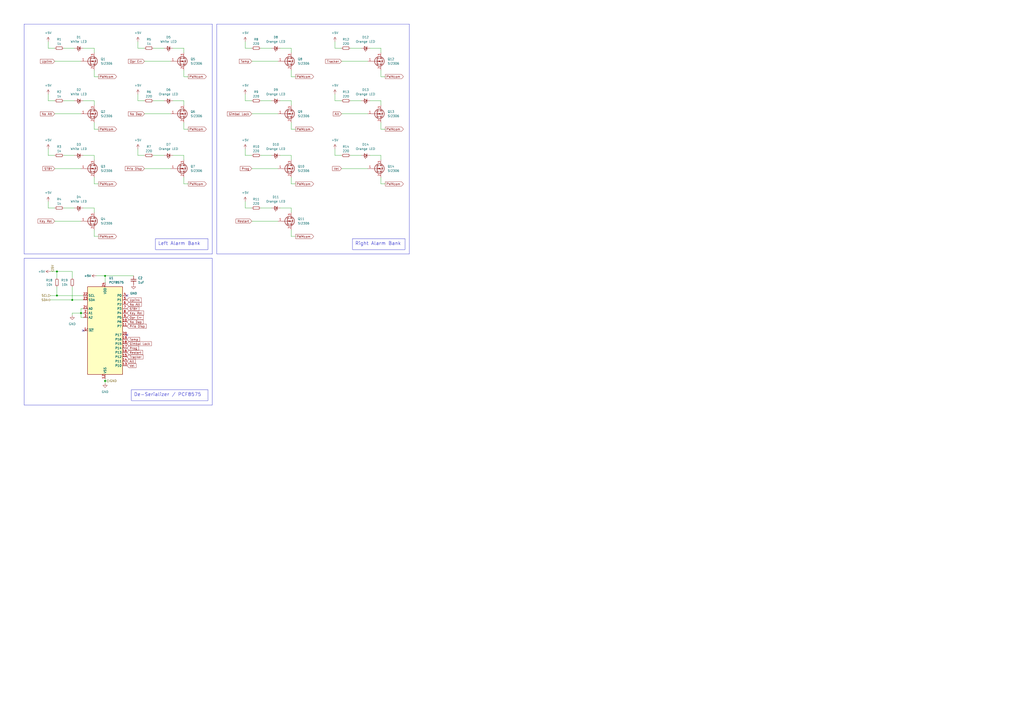
<source format=kicad_sch>
(kicad_sch
	(version 20231120)
	(generator "eeschema")
	(generator_version "8.0")
	(uuid "edda463a-ad09-46be-9126-bcff7f3b030f")
	(paper "A2")
	(title_block
		(title "DSKY Alarm Lights")
		(date "2024-06-02")
		(rev "0.5.x")
		(company "Pablo Ortiz López, Evan MacDonald")
	)
	(lib_symbols
		(symbol "Device:C_Small"
			(pin_numbers hide)
			(pin_names
				(offset 0.254) hide)
			(exclude_from_sim no)
			(in_bom yes)
			(on_board yes)
			(property "Reference" "C"
				(at 0.254 1.778 0)
				(effects
					(font
						(size 1.27 1.27)
					)
					(justify left)
				)
			)
			(property "Value" "C_Small"
				(at 0.254 -2.032 0)
				(effects
					(font
						(size 1.27 1.27)
					)
					(justify left)
				)
			)
			(property "Footprint" ""
				(at 0 0 0)
				(effects
					(font
						(size 1.27 1.27)
					)
					(hide yes)
				)
			)
			(property "Datasheet" "~"
				(at 0 0 0)
				(effects
					(font
						(size 1.27 1.27)
					)
					(hide yes)
				)
			)
			(property "Description" "Unpolarized capacitor, small symbol"
				(at 0 0 0)
				(effects
					(font
						(size 1.27 1.27)
					)
					(hide yes)
				)
			)
			(property "ki_keywords" "capacitor cap"
				(at 0 0 0)
				(effects
					(font
						(size 1.27 1.27)
					)
					(hide yes)
				)
			)
			(property "ki_fp_filters" "C_*"
				(at 0 0 0)
				(effects
					(font
						(size 1.27 1.27)
					)
					(hide yes)
				)
			)
			(symbol "C_Small_0_1"
				(polyline
					(pts
						(xy -1.524 -0.508) (xy 1.524 -0.508)
					)
					(stroke
						(width 0.3302)
						(type default)
					)
					(fill
						(type none)
					)
				)
				(polyline
					(pts
						(xy -1.524 0.508) (xy 1.524 0.508)
					)
					(stroke
						(width 0.3048)
						(type default)
					)
					(fill
						(type none)
					)
				)
			)
			(symbol "C_Small_1_1"
				(pin passive line
					(at 0 2.54 270)
					(length 2.032)
					(name "~"
						(effects
							(font
								(size 1.27 1.27)
							)
						)
					)
					(number "1"
						(effects
							(font
								(size 1.27 1.27)
							)
						)
					)
				)
				(pin passive line
					(at 0 -2.54 90)
					(length 2.032)
					(name "~"
						(effects
							(font
								(size 1.27 1.27)
							)
						)
					)
					(number "2"
						(effects
							(font
								(size 1.27 1.27)
							)
						)
					)
				)
			)
		)
		(symbol "Device:LED_Small"
			(pin_numbers hide)
			(pin_names
				(offset 0.254) hide)
			(exclude_from_sim no)
			(in_bom yes)
			(on_board yes)
			(property "Reference" "D"
				(at -1.27 3.175 0)
				(effects
					(font
						(size 1.27 1.27)
					)
					(justify left)
				)
			)
			(property "Value" "LED_Small"
				(at -4.445 -2.54 0)
				(effects
					(font
						(size 1.27 1.27)
					)
					(justify left)
				)
			)
			(property "Footprint" ""
				(at 0 0 90)
				(effects
					(font
						(size 1.27 1.27)
					)
					(hide yes)
				)
			)
			(property "Datasheet" "~"
				(at 0 0 90)
				(effects
					(font
						(size 1.27 1.27)
					)
					(hide yes)
				)
			)
			(property "Description" "Light emitting diode, small symbol"
				(at 0 0 0)
				(effects
					(font
						(size 1.27 1.27)
					)
					(hide yes)
				)
			)
			(property "ki_keywords" "LED diode light-emitting-diode"
				(at 0 0 0)
				(effects
					(font
						(size 1.27 1.27)
					)
					(hide yes)
				)
			)
			(property "ki_fp_filters" "LED* LED_SMD:* LED_THT:*"
				(at 0 0 0)
				(effects
					(font
						(size 1.27 1.27)
					)
					(hide yes)
				)
			)
			(symbol "LED_Small_0_1"
				(polyline
					(pts
						(xy -0.762 -1.016) (xy -0.762 1.016)
					)
					(stroke
						(width 0.254)
						(type default)
					)
					(fill
						(type none)
					)
				)
				(polyline
					(pts
						(xy 1.016 0) (xy -0.762 0)
					)
					(stroke
						(width 0)
						(type default)
					)
					(fill
						(type none)
					)
				)
				(polyline
					(pts
						(xy 0.762 -1.016) (xy -0.762 0) (xy 0.762 1.016) (xy 0.762 -1.016)
					)
					(stroke
						(width 0.254)
						(type default)
					)
					(fill
						(type none)
					)
				)
				(polyline
					(pts
						(xy 0 0.762) (xy -0.508 1.27) (xy -0.254 1.27) (xy -0.508 1.27) (xy -0.508 1.016)
					)
					(stroke
						(width 0)
						(type default)
					)
					(fill
						(type none)
					)
				)
				(polyline
					(pts
						(xy 0.508 1.27) (xy 0 1.778) (xy 0.254 1.778) (xy 0 1.778) (xy 0 1.524)
					)
					(stroke
						(width 0)
						(type default)
					)
					(fill
						(type none)
					)
				)
			)
			(symbol "LED_Small_1_1"
				(pin passive line
					(at -2.54 0 0)
					(length 1.778)
					(name "K"
						(effects
							(font
								(size 1.27 1.27)
							)
						)
					)
					(number "1"
						(effects
							(font
								(size 1.27 1.27)
							)
						)
					)
				)
				(pin passive line
					(at 2.54 0 180)
					(length 1.778)
					(name "A"
						(effects
							(font
								(size 1.27 1.27)
							)
						)
					)
					(number "2"
						(effects
							(font
								(size 1.27 1.27)
							)
						)
					)
				)
			)
		)
		(symbol "Device:Q_NMOS_GSD"
			(pin_names
				(offset 0) hide)
			(exclude_from_sim no)
			(in_bom yes)
			(on_board yes)
			(property "Reference" "Q"
				(at 5.08 1.27 0)
				(effects
					(font
						(size 1.27 1.27)
					)
					(justify left)
				)
			)
			(property "Value" "Q_NMOS_GSD"
				(at 5.08 -1.27 0)
				(effects
					(font
						(size 1.27 1.27)
					)
					(justify left)
				)
			)
			(property "Footprint" ""
				(at 5.08 2.54 0)
				(effects
					(font
						(size 1.27 1.27)
					)
					(hide yes)
				)
			)
			(property "Datasheet" "~"
				(at 0 0 0)
				(effects
					(font
						(size 1.27 1.27)
					)
					(hide yes)
				)
			)
			(property "Description" "N-MOSFET transistor, gate/source/drain"
				(at 0 0 0)
				(effects
					(font
						(size 1.27 1.27)
					)
					(hide yes)
				)
			)
			(property "ki_keywords" "transistor NMOS N-MOS N-MOSFET"
				(at 0 0 0)
				(effects
					(font
						(size 1.27 1.27)
					)
					(hide yes)
				)
			)
			(symbol "Q_NMOS_GSD_0_1"
				(polyline
					(pts
						(xy 0.254 0) (xy -2.54 0)
					)
					(stroke
						(width 0)
						(type default)
					)
					(fill
						(type none)
					)
				)
				(polyline
					(pts
						(xy 0.254 1.905) (xy 0.254 -1.905)
					)
					(stroke
						(width 0.254)
						(type default)
					)
					(fill
						(type none)
					)
				)
				(polyline
					(pts
						(xy 0.762 -1.27) (xy 0.762 -2.286)
					)
					(stroke
						(width 0.254)
						(type default)
					)
					(fill
						(type none)
					)
				)
				(polyline
					(pts
						(xy 0.762 0.508) (xy 0.762 -0.508)
					)
					(stroke
						(width 0.254)
						(type default)
					)
					(fill
						(type none)
					)
				)
				(polyline
					(pts
						(xy 0.762 2.286) (xy 0.762 1.27)
					)
					(stroke
						(width 0.254)
						(type default)
					)
					(fill
						(type none)
					)
				)
				(polyline
					(pts
						(xy 2.54 2.54) (xy 2.54 1.778)
					)
					(stroke
						(width 0)
						(type default)
					)
					(fill
						(type none)
					)
				)
				(polyline
					(pts
						(xy 2.54 -2.54) (xy 2.54 0) (xy 0.762 0)
					)
					(stroke
						(width 0)
						(type default)
					)
					(fill
						(type none)
					)
				)
				(polyline
					(pts
						(xy 0.762 -1.778) (xy 3.302 -1.778) (xy 3.302 1.778) (xy 0.762 1.778)
					)
					(stroke
						(width 0)
						(type default)
					)
					(fill
						(type none)
					)
				)
				(polyline
					(pts
						(xy 1.016 0) (xy 2.032 0.381) (xy 2.032 -0.381) (xy 1.016 0)
					)
					(stroke
						(width 0)
						(type default)
					)
					(fill
						(type outline)
					)
				)
				(polyline
					(pts
						(xy 2.794 0.508) (xy 2.921 0.381) (xy 3.683 0.381) (xy 3.81 0.254)
					)
					(stroke
						(width 0)
						(type default)
					)
					(fill
						(type none)
					)
				)
				(polyline
					(pts
						(xy 3.302 0.381) (xy 2.921 -0.254) (xy 3.683 -0.254) (xy 3.302 0.381)
					)
					(stroke
						(width 0)
						(type default)
					)
					(fill
						(type none)
					)
				)
				(circle
					(center 1.651 0)
					(radius 2.794)
					(stroke
						(width 0.254)
						(type default)
					)
					(fill
						(type none)
					)
				)
				(circle
					(center 2.54 -1.778)
					(radius 0.254)
					(stroke
						(width 0)
						(type default)
					)
					(fill
						(type outline)
					)
				)
				(circle
					(center 2.54 1.778)
					(radius 0.254)
					(stroke
						(width 0)
						(type default)
					)
					(fill
						(type outline)
					)
				)
			)
			(symbol "Q_NMOS_GSD_1_1"
				(pin input line
					(at -5.08 0 0)
					(length 2.54)
					(name "G"
						(effects
							(font
								(size 1.27 1.27)
							)
						)
					)
					(number "1"
						(effects
							(font
								(size 1.27 1.27)
							)
						)
					)
				)
				(pin passive line
					(at 2.54 -5.08 90)
					(length 2.54)
					(name "S"
						(effects
							(font
								(size 1.27 1.27)
							)
						)
					)
					(number "2"
						(effects
							(font
								(size 1.27 1.27)
							)
						)
					)
				)
				(pin passive line
					(at 2.54 5.08 270)
					(length 2.54)
					(name "D"
						(effects
							(font
								(size 1.27 1.27)
							)
						)
					)
					(number "3"
						(effects
							(font
								(size 1.27 1.27)
							)
						)
					)
				)
			)
		)
		(symbol "Device:R_Small"
			(pin_numbers hide)
			(pin_names
				(offset 0.254) hide)
			(exclude_from_sim no)
			(in_bom yes)
			(on_board yes)
			(property "Reference" "R"
				(at 0.762 0.508 0)
				(effects
					(font
						(size 1.27 1.27)
					)
					(justify left)
				)
			)
			(property "Value" "R_Small"
				(at 0.762 -1.016 0)
				(effects
					(font
						(size 1.27 1.27)
					)
					(justify left)
				)
			)
			(property "Footprint" ""
				(at 0 0 0)
				(effects
					(font
						(size 1.27 1.27)
					)
					(hide yes)
				)
			)
			(property "Datasheet" "~"
				(at 0 0 0)
				(effects
					(font
						(size 1.27 1.27)
					)
					(hide yes)
				)
			)
			(property "Description" "Resistor, small symbol"
				(at 0 0 0)
				(effects
					(font
						(size 1.27 1.27)
					)
					(hide yes)
				)
			)
			(property "ki_keywords" "R resistor"
				(at 0 0 0)
				(effects
					(font
						(size 1.27 1.27)
					)
					(hide yes)
				)
			)
			(property "ki_fp_filters" "R_*"
				(at 0 0 0)
				(effects
					(font
						(size 1.27 1.27)
					)
					(hide yes)
				)
			)
			(symbol "R_Small_0_1"
				(rectangle
					(start -0.762 1.778)
					(end 0.762 -1.778)
					(stroke
						(width 0.2032)
						(type default)
					)
					(fill
						(type none)
					)
				)
			)
			(symbol "R_Small_1_1"
				(pin passive line
					(at 0 2.54 270)
					(length 0.762)
					(name "~"
						(effects
							(font
								(size 1.27 1.27)
							)
						)
					)
					(number "1"
						(effects
							(font
								(size 1.27 1.27)
							)
						)
					)
				)
				(pin passive line
					(at 0 -2.54 90)
					(length 0.762)
					(name "~"
						(effects
							(font
								(size 1.27 1.27)
							)
						)
					)
					(number "2"
						(effects
							(font
								(size 1.27 1.27)
							)
						)
					)
				)
			)
		)
		(symbol "Interface_Expansion:PCF8574"
			(exclude_from_sim no)
			(in_bom yes)
			(on_board yes)
			(property "Reference" "U1"
				(at 2.1941 30.48 0)
				(effects
					(font
						(size 1.27 1.27)
					)
					(justify left)
				)
			)
			(property "Value" "PCF8575"
				(at 2.1941 27.94 0)
				(effects
					(font
						(size 1.27 1.27)
					)
					(justify left)
				)
			)
			(property "Footprint" "Package_SO:SOIC-24W_7.5x15.4mm_P1.27mm"
				(at 0 0 0)
				(effects
					(font
						(size 1.27 1.27)
					)
					(hide yes)
				)
			)
			(property "Datasheet" "https://www.ti.com/lit/ds/symlink/pcf8575.pdf?ts=1710598931977&ref_url=https%253A%252F%252Fwww.mouser.com%252F"
				(at 0 0 0)
				(effects
					(font
						(size 1.27 1.27)
					)
					(hide yes)
				)
			)
			(property "Description" "8 Bit Port/Expander to I2C Bus, DIP/SOIC-16"
				(at 0 0 0)
				(effects
					(font
						(size 1.27 1.27)
					)
					(hide yes)
				)
			)
			(property "ki_keywords" "I2C Expander"
				(at 0 0 0)
				(effects
					(font
						(size 1.27 1.27)
					)
					(hide yes)
				)
			)
			(property "ki_fp_filters" "DIP*W7.62mm* SOIC*7.5x10.3mm*P1.27mm*"
				(at 0 0 0)
				(effects
					(font
						(size 1.27 1.27)
					)
					(hide yes)
				)
			)
			(symbol "PCF8574_0_1"
				(rectangle
					(start -10.16 25.4)
					(end 10.16 -25.4)
					(stroke
						(width 0.254)
						(type default)
					)
					(fill
						(type background)
					)
				)
			)
			(symbol "PCF8574_1_1"
				(pin open_collector output_low
					(at -12.7 0 0)
					(length 2.54)
					(name "~{INT}"
						(effects
							(font
								(size 1.27 1.27)
							)
						)
					)
					(number "1"
						(effects
							(font
								(size 1.27 1.27)
							)
						)
					)
				)
				(pin bidirectional line
					(at 12.7 5.08 180)
					(length 2.54)
					(name "P6"
						(effects
							(font
								(size 1.27 1.27)
							)
						)
					)
					(number "10"
						(effects
							(font
								(size 1.27 1.27)
							)
						)
					)
				)
				(pin bidirectional line
					(at 12.7 2.54 180)
					(length 2.54)
					(name "P7"
						(effects
							(font
								(size 1.27 1.27)
							)
						)
					)
					(number "11"
						(effects
							(font
								(size 1.27 1.27)
							)
						)
					)
				)
				(pin power_in line
					(at 0 -27.94 90)
					(length 2.54)
					(name "VSS"
						(effects
							(font
								(size 1.27 1.27)
							)
						)
					)
					(number "12"
						(effects
							(font
								(size 1.27 1.27)
							)
						)
					)
				)
				(pin bidirectional line
					(at 12.7 -20.32 180)
					(length 2.54)
					(name "P10"
						(effects
							(font
								(size 1.27 1.27)
							)
						)
					)
					(number "13"
						(effects
							(font
								(size 1.27 1.27)
							)
						)
					)
				)
				(pin bidirectional line
					(at 12.7 -17.78 180)
					(length 2.54)
					(name "P11"
						(effects
							(font
								(size 1.27 1.27)
							)
						)
					)
					(number "14"
						(effects
							(font
								(size 1.27 1.27)
							)
						)
					)
				)
				(pin bidirectional line
					(at 12.7 -15.24 180)
					(length 2.54)
					(name "P12"
						(effects
							(font
								(size 1.27 1.27)
							)
						)
					)
					(number "15"
						(effects
							(font
								(size 1.27 1.27)
							)
						)
					)
				)
				(pin bidirectional line
					(at 12.7 -12.7 180)
					(length 2.54)
					(name "P13"
						(effects
							(font
								(size 1.27 1.27)
							)
						)
					)
					(number "16"
						(effects
							(font
								(size 1.27 1.27)
							)
						)
					)
				)
				(pin bidirectional line
					(at 12.7 -10.16 180)
					(length 2.54)
					(name "P14"
						(effects
							(font
								(size 1.27 1.27)
							)
						)
					)
					(number "17"
						(effects
							(font
								(size 1.27 1.27)
							)
						)
					)
				)
				(pin bidirectional line
					(at 12.7 -7.62 180)
					(length 2.54)
					(name "P15"
						(effects
							(font
								(size 1.27 1.27)
							)
						)
					)
					(number "18"
						(effects
							(font
								(size 1.27 1.27)
							)
						)
					)
				)
				(pin bidirectional line
					(at 12.7 -5.08 180)
					(length 2.54)
					(name "P16"
						(effects
							(font
								(size 1.27 1.27)
							)
						)
					)
					(number "19"
						(effects
							(font
								(size 1.27 1.27)
							)
						)
					)
				)
				(pin input line
					(at -12.7 10.16 0)
					(length 2.54)
					(name "A1"
						(effects
							(font
								(size 1.27 1.27)
							)
						)
					)
					(number "2"
						(effects
							(font
								(size 1.27 1.27)
							)
						)
					)
				)
				(pin bidirectional line
					(at 12.7 -2.54 180)
					(length 2.54)
					(name "P17"
						(effects
							(font
								(size 1.27 1.27)
							)
						)
					)
					(number "20"
						(effects
							(font
								(size 1.27 1.27)
							)
						)
					)
				)
				(pin input line
					(at -12.7 12.7 0)
					(length 2.54)
					(name "A0"
						(effects
							(font
								(size 1.27 1.27)
							)
						)
					)
					(number "21"
						(effects
							(font
								(size 1.27 1.27)
							)
						)
					)
				)
				(pin input line
					(at -12.7 20.32 0)
					(length 2.54)
					(name "SCL"
						(effects
							(font
								(size 1.27 1.27)
							)
						)
					)
					(number "22"
						(effects
							(font
								(size 1.27 1.27)
							)
						)
					)
				)
				(pin bidirectional line
					(at -12.7 17.78 0)
					(length 2.54)
					(name "SDA"
						(effects
							(font
								(size 1.27 1.27)
							)
						)
					)
					(number "23"
						(effects
							(font
								(size 1.27 1.27)
							)
						)
					)
				)
				(pin power_in line
					(at 0 27.94 270)
					(length 2.54)
					(name "VDD"
						(effects
							(font
								(size 1.27 1.27)
							)
						)
					)
					(number "24"
						(effects
							(font
								(size 1.27 1.27)
							)
						)
					)
				)
				(pin input line
					(at -12.7 7.62 0)
					(length 2.54)
					(name "A2"
						(effects
							(font
								(size 1.27 1.27)
							)
						)
					)
					(number "3"
						(effects
							(font
								(size 1.27 1.27)
							)
						)
					)
				)
				(pin bidirectional line
					(at 12.7 20.32 180)
					(length 2.54)
					(name "P0"
						(effects
							(font
								(size 1.27 1.27)
							)
						)
					)
					(number "4"
						(effects
							(font
								(size 1.27 1.27)
							)
						)
					)
				)
				(pin bidirectional line
					(at 12.7 17.78 180)
					(length 2.54)
					(name "P1"
						(effects
							(font
								(size 1.27 1.27)
							)
						)
					)
					(number "5"
						(effects
							(font
								(size 1.27 1.27)
							)
						)
					)
				)
				(pin bidirectional line
					(at 12.7 15.24 180)
					(length 2.54)
					(name "P2"
						(effects
							(font
								(size 1.27 1.27)
							)
						)
					)
					(number "6"
						(effects
							(font
								(size 1.27 1.27)
							)
						)
					)
				)
				(pin bidirectional line
					(at 12.7 12.7 180)
					(length 2.54)
					(name "P3"
						(effects
							(font
								(size 1.27 1.27)
							)
						)
					)
					(number "7"
						(effects
							(font
								(size 1.27 1.27)
							)
						)
					)
				)
				(pin bidirectional line
					(at 12.7 10.16 180)
					(length 2.54)
					(name "P4"
						(effects
							(font
								(size 1.27 1.27)
							)
						)
					)
					(number "8"
						(effects
							(font
								(size 1.27 1.27)
							)
						)
					)
				)
				(pin bidirectional line
					(at 12.7 7.62 180)
					(length 2.54)
					(name "P5"
						(effects
							(font
								(size 1.27 1.27)
							)
						)
					)
					(number "9"
						(effects
							(font
								(size 1.27 1.27)
							)
						)
					)
				)
			)
		)
		(symbol "power:+5V"
			(power)
			(pin_names
				(offset 0)
			)
			(exclude_from_sim no)
			(in_bom yes)
			(on_board yes)
			(property "Reference" "#PWR"
				(at 0 -3.81 0)
				(effects
					(font
						(size 1.27 1.27)
					)
					(hide yes)
				)
			)
			(property "Value" "+5V"
				(at 0 3.556 0)
				(effects
					(font
						(size 1.27 1.27)
					)
				)
			)
			(property "Footprint" ""
				(at 0 0 0)
				(effects
					(font
						(size 1.27 1.27)
					)
					(hide yes)
				)
			)
			(property "Datasheet" ""
				(at 0 0 0)
				(effects
					(font
						(size 1.27 1.27)
					)
					(hide yes)
				)
			)
			(property "Description" "Power symbol creates a global label with name \"+5V\""
				(at 0 0 0)
				(effects
					(font
						(size 1.27 1.27)
					)
					(hide yes)
				)
			)
			(property "ki_keywords" "global power"
				(at 0 0 0)
				(effects
					(font
						(size 1.27 1.27)
					)
					(hide yes)
				)
			)
			(symbol "+5V_0_1"
				(polyline
					(pts
						(xy -0.762 1.27) (xy 0 2.54)
					)
					(stroke
						(width 0)
						(type default)
					)
					(fill
						(type none)
					)
				)
				(polyline
					(pts
						(xy 0 0) (xy 0 2.54)
					)
					(stroke
						(width 0)
						(type default)
					)
					(fill
						(type none)
					)
				)
				(polyline
					(pts
						(xy 0 2.54) (xy 0.762 1.27)
					)
					(stroke
						(width 0)
						(type default)
					)
					(fill
						(type none)
					)
				)
			)
			(symbol "+5V_1_1"
				(pin power_in line
					(at 0 0 90)
					(length 0) hide
					(name "+5V"
						(effects
							(font
								(size 1.27 1.27)
							)
						)
					)
					(number "1"
						(effects
							(font
								(size 1.27 1.27)
							)
						)
					)
				)
			)
		)
		(symbol "power:GND"
			(power)
			(pin_names
				(offset 0)
			)
			(exclude_from_sim no)
			(in_bom yes)
			(on_board yes)
			(property "Reference" "#PWR"
				(at 0 -6.35 0)
				(effects
					(font
						(size 1.27 1.27)
					)
					(hide yes)
				)
			)
			(property "Value" "GND"
				(at 0 -3.81 0)
				(effects
					(font
						(size 1.27 1.27)
					)
				)
			)
			(property "Footprint" ""
				(at 0 0 0)
				(effects
					(font
						(size 1.27 1.27)
					)
					(hide yes)
				)
			)
			(property "Datasheet" ""
				(at 0 0 0)
				(effects
					(font
						(size 1.27 1.27)
					)
					(hide yes)
				)
			)
			(property "Description" "Power symbol creates a global label with name \"GND\" , ground"
				(at 0 0 0)
				(effects
					(font
						(size 1.27 1.27)
					)
					(hide yes)
				)
			)
			(property "ki_keywords" "global power"
				(at 0 0 0)
				(effects
					(font
						(size 1.27 1.27)
					)
					(hide yes)
				)
			)
			(symbol "GND_0_1"
				(polyline
					(pts
						(xy 0 0) (xy 0 -1.27) (xy 1.27 -1.27) (xy 0 -2.54) (xy -1.27 -1.27) (xy 0 -1.27)
					)
					(stroke
						(width 0)
						(type default)
					)
					(fill
						(type none)
					)
				)
			)
			(symbol "GND_1_1"
				(pin power_in line
					(at 0 0 270)
					(length 0) hide
					(name "GND"
						(effects
							(font
								(size 1.27 1.27)
							)
						)
					)
					(number "1"
						(effects
							(font
								(size 1.27 1.27)
							)
						)
					)
				)
			)
		)
	)
	(junction
		(at 60.96 160.02)
		(diameter 0)
		(color 0 0 0 0)
		(uuid "afe90fbb-0757-4d37-aa77-7473126bb3d0")
	)
	(junction
		(at 33.02 157.48)
		(diameter 0)
		(color 0 0 0 0)
		(uuid "b4f55f31-3321-4b79-9f15-135947ec8365")
	)
	(junction
		(at 46.99 181.61)
		(diameter 0)
		(color 0 0 0 0)
		(uuid "ee9bff4d-0a3a-470a-a15c-87d6b5f6ce61")
	)
	(junction
		(at 41.91 173.99)
		(diameter 0)
		(color 0 0 0 0)
		(uuid "f9f8543b-3588-411e-ac20-7accbc7bf58c")
	)
	(junction
		(at 60.96 220.98)
		(diameter 0)
		(color 0 0 0 0)
		(uuid "fa8c1e45-c8a3-4c05-9d29-8e804a51495e")
	)
	(junction
		(at 33.02 171.45)
		(diameter 0)
		(color 0 0 0 0)
		(uuid "ff3857a7-02de-4ae1-a231-fb41e8c538fa")
	)
	(no_connect
		(at 73.66 194.31)
		(uuid "09c1adc1-ef42-4029-8b29-2b086068e501")
	)
	(no_connect
		(at 48.26 191.77)
		(uuid "0b3768e6-46a9-4ed1-8c78-4c41dd62fc2e")
	)
	(no_connect
		(at 73.66 171.45)
		(uuid "6837658b-3cc4-4aad-9c30-a7724d2e60a8")
	)
	(wire
		(pts
			(xy 27.94 116.84) (xy 27.94 120.65)
		)
		(stroke
			(width 0)
			(type default)
		)
		(uuid "01b7619b-5fc1-4333-b472-7f3eb68eeafa")
	)
	(wire
		(pts
			(xy 80.01 24.13) (xy 80.01 27.94)
		)
		(stroke
			(width 0)
			(type default)
		)
		(uuid "01e9ec08-05d5-418d-aa11-52f802aa1721")
	)
	(wire
		(pts
			(xy 54.61 71.12) (xy 54.61 74.93)
		)
		(stroke
			(width 0)
			(type default)
		)
		(uuid "0286597b-5896-41fa-8e42-d9d4ef51aba0")
	)
	(wire
		(pts
			(xy 88.9 27.94) (xy 95.25 27.94)
		)
		(stroke
			(width 0)
			(type default)
		)
		(uuid "02feb68b-e71b-4956-8564-fd15acd01eef")
	)
	(wire
		(pts
			(xy 168.91 106.68) (xy 171.45 106.68)
		)
		(stroke
			(width 0)
			(type default)
		)
		(uuid "036ea197-eaca-4e66-a4b2-fba64f8e4513")
	)
	(wire
		(pts
			(xy 88.9 90.17) (xy 95.25 90.17)
		)
		(stroke
			(width 0)
			(type default)
		)
		(uuid "04699103-2cb6-4be3-a294-44cdbb5ce471")
	)
	(wire
		(pts
			(xy 31.75 128.27) (xy 46.99 128.27)
		)
		(stroke
			(width 0)
			(type default)
		)
		(uuid "05316b96-8773-4759-9646-31cb93efa2b6")
	)
	(wire
		(pts
			(xy 31.75 66.04) (xy 46.99 66.04)
		)
		(stroke
			(width 0)
			(type default)
		)
		(uuid "0809558f-8ef1-4837-a922-feb56fe4da50")
	)
	(wire
		(pts
			(xy 106.68 90.17) (xy 106.68 92.71)
		)
		(stroke
			(width 0)
			(type default)
		)
		(uuid "089bb849-cd0a-40c4-9a71-ac9fd4a5b3ec")
	)
	(wire
		(pts
			(xy 46.99 181.61) (xy 46.99 184.15)
		)
		(stroke
			(width 0)
			(type default)
		)
		(uuid "0a576676-511f-4fad-bcf1-e314026f10e3")
	)
	(wire
		(pts
			(xy 146.05 35.56) (xy 161.29 35.56)
		)
		(stroke
			(width 0)
			(type default)
		)
		(uuid "0bac9270-c245-4005-a529-5c59107d5759")
	)
	(wire
		(pts
			(xy 168.91 74.93) (xy 171.45 74.93)
		)
		(stroke
			(width 0)
			(type default)
		)
		(uuid "0c0b9a5d-1274-49d2-8632-182cf7f23284")
	)
	(wire
		(pts
			(xy 36.83 27.94) (xy 43.18 27.94)
		)
		(stroke
			(width 0)
			(type default)
		)
		(uuid "0c79402c-3882-4dda-8f6f-cc4c5dd6f6f4")
	)
	(wire
		(pts
			(xy 162.56 120.65) (xy 168.91 120.65)
		)
		(stroke
			(width 0)
			(type default)
		)
		(uuid "0ccf6e42-12a9-48be-b8c5-853846056dc4")
	)
	(wire
		(pts
			(xy 220.98 27.94) (xy 220.98 30.48)
		)
		(stroke
			(width 0)
			(type default)
		)
		(uuid "0df4134f-d744-44b3-b926-ecc1c522cd35")
	)
	(wire
		(pts
			(xy 194.31 90.17) (xy 198.12 90.17)
		)
		(stroke
			(width 0)
			(type default)
		)
		(uuid "10088059-b8be-49d9-aebf-ac5e8cb8883b")
	)
	(wire
		(pts
			(xy 27.94 120.65) (xy 31.75 120.65)
		)
		(stroke
			(width 0)
			(type default)
		)
		(uuid "1615aa24-debb-4fd1-9050-8ee2c2755a64")
	)
	(wire
		(pts
			(xy 54.61 137.16) (xy 57.15 137.16)
		)
		(stroke
			(width 0)
			(type default)
		)
		(uuid "163af388-7d58-4349-bbcd-426fc061dc35")
	)
	(wire
		(pts
			(xy 220.98 58.42) (xy 220.98 60.96)
		)
		(stroke
			(width 0)
			(type default)
		)
		(uuid "17f1fa07-a3dc-42fa-9ad5-d8133cd79af4")
	)
	(wire
		(pts
			(xy 106.68 106.68) (xy 109.22 106.68)
		)
		(stroke
			(width 0)
			(type default)
		)
		(uuid "1c24142f-717b-4975-ada2-44ff384e3aad")
	)
	(wire
		(pts
			(xy 106.68 58.42) (xy 106.68 60.96)
		)
		(stroke
			(width 0)
			(type default)
		)
		(uuid "1ca6680b-c438-483f-86ab-c2c76b52db91")
	)
	(wire
		(pts
			(xy 54.61 58.42) (xy 54.61 60.96)
		)
		(stroke
			(width 0)
			(type default)
		)
		(uuid "1ccecedd-e644-4c32-8486-eae2c4463c48")
	)
	(wire
		(pts
			(xy 168.91 133.35) (xy 168.91 137.16)
		)
		(stroke
			(width 0)
			(type default)
		)
		(uuid "1f0795ab-255c-4173-8ca7-a23298a32851")
	)
	(wire
		(pts
			(xy 220.98 74.93) (xy 223.52 74.93)
		)
		(stroke
			(width 0)
			(type default)
		)
		(uuid "202308bf-9b7b-4ebd-b553-27fc38f461e4")
	)
	(wire
		(pts
			(xy 194.31 24.13) (xy 194.31 27.94)
		)
		(stroke
			(width 0)
			(type default)
		)
		(uuid "257fe917-04e7-4967-95d6-3cae60dde873")
	)
	(wire
		(pts
			(xy 54.61 90.17) (xy 54.61 92.71)
		)
		(stroke
			(width 0)
			(type default)
		)
		(uuid "28202183-6087-4260-ab88-28bcfb7808e0")
	)
	(wire
		(pts
			(xy 142.24 116.84) (xy 142.24 120.65)
		)
		(stroke
			(width 0)
			(type default)
		)
		(uuid "2b6774d4-9a67-4c7b-9559-311213e48db4")
	)
	(wire
		(pts
			(xy 54.61 133.35) (xy 54.61 137.16)
		)
		(stroke
			(width 0)
			(type default)
		)
		(uuid "34161580-2c07-47d9-968a-b0d8c5353c85")
	)
	(wire
		(pts
			(xy 54.61 120.65) (xy 54.61 123.19)
		)
		(stroke
			(width 0)
			(type default)
		)
		(uuid "3660416e-7864-4d85-8c64-e57f2ad91531")
	)
	(wire
		(pts
			(xy 27.94 58.42) (xy 31.75 58.42)
		)
		(stroke
			(width 0)
			(type default)
		)
		(uuid "37d1d127-18e3-4e2e-8262-7ab807ecd344")
	)
	(wire
		(pts
			(xy 142.24 24.13) (xy 142.24 27.94)
		)
		(stroke
			(width 0)
			(type default)
		)
		(uuid "390b1150-eb4a-4f6b-9487-2276368354e2")
	)
	(wire
		(pts
			(xy 36.83 58.42) (xy 43.18 58.42)
		)
		(stroke
			(width 0)
			(type default)
		)
		(uuid "39f74608-e85c-42bd-83ce-d1dc6fa70f3d")
	)
	(wire
		(pts
			(xy 162.56 58.42) (xy 168.91 58.42)
		)
		(stroke
			(width 0)
			(type default)
		)
		(uuid "3a911096-0bf8-4d9a-a654-65598391fac2")
	)
	(wire
		(pts
			(xy 100.33 58.42) (xy 106.68 58.42)
		)
		(stroke
			(width 0)
			(type default)
		)
		(uuid "3b166393-7ae3-411d-8401-c0f5d2fd5f87")
	)
	(wire
		(pts
			(xy 83.82 66.04) (xy 99.06 66.04)
		)
		(stroke
			(width 0)
			(type default)
		)
		(uuid "3b736923-bd97-45df-ae3d-24a51c60436e")
	)
	(wire
		(pts
			(xy 106.68 71.12) (xy 106.68 74.93)
		)
		(stroke
			(width 0)
			(type default)
		)
		(uuid "3e02bd88-f3ce-4a3e-b2c6-02a14efeecf6")
	)
	(wire
		(pts
			(xy 162.56 90.17) (xy 168.91 90.17)
		)
		(stroke
			(width 0)
			(type default)
		)
		(uuid "3f8a16b3-89e8-4a39-a043-f2459cbe1d9a")
	)
	(wire
		(pts
			(xy 106.68 74.93) (xy 109.22 74.93)
		)
		(stroke
			(width 0)
			(type default)
		)
		(uuid "443d42cc-a9ab-489f-9cb3-fc1241882729")
	)
	(wire
		(pts
			(xy 55.88 160.02) (xy 60.96 160.02)
		)
		(stroke
			(width 0)
			(type default)
		)
		(uuid "44b26dcb-e123-416b-ab0a-c265828cf6a7")
	)
	(wire
		(pts
			(xy 220.98 44.45) (xy 223.52 44.45)
		)
		(stroke
			(width 0)
			(type default)
		)
		(uuid "48552102-7d73-47ee-a4d8-bd9d030a324f")
	)
	(wire
		(pts
			(xy 48.26 120.65) (xy 54.61 120.65)
		)
		(stroke
			(width 0)
			(type default)
		)
		(uuid "4872dc90-1f2f-4dd2-9080-cd5cb4d8bbfa")
	)
	(wire
		(pts
			(xy 214.63 27.94) (xy 220.98 27.94)
		)
		(stroke
			(width 0)
			(type default)
		)
		(uuid "4991297e-4836-4743-b001-85b020143d78")
	)
	(wire
		(pts
			(xy 214.63 90.17) (xy 220.98 90.17)
		)
		(stroke
			(width 0)
			(type default)
		)
		(uuid "4c4943c8-e96e-49e2-9cc7-804b28558554")
	)
	(wire
		(pts
			(xy 27.94 86.36) (xy 27.94 90.17)
		)
		(stroke
			(width 0)
			(type default)
		)
		(uuid "4c6e7bd4-a68c-49d9-9ca5-c8e23082d4c6")
	)
	(wire
		(pts
			(xy 27.94 24.13) (xy 27.94 27.94)
		)
		(stroke
			(width 0)
			(type default)
		)
		(uuid "4d59f499-9b2b-4c95-ba21-0f912621191d")
	)
	(wire
		(pts
			(xy 36.83 120.65) (xy 43.18 120.65)
		)
		(stroke
			(width 0)
			(type default)
		)
		(uuid "53fbd790-9ab0-4432-9074-838787b667fb")
	)
	(wire
		(pts
			(xy 83.82 97.79) (xy 99.06 97.79)
		)
		(stroke
			(width 0)
			(type default)
		)
		(uuid "5403df28-21f8-4632-9f26-fbed7f13c600")
	)
	(wire
		(pts
			(xy 27.94 54.61) (xy 27.94 58.42)
		)
		(stroke
			(width 0)
			(type default)
		)
		(uuid "5617c981-3b74-428d-b28c-96f2be85f485")
	)
	(wire
		(pts
			(xy 33.02 171.45) (xy 48.26 171.45)
		)
		(stroke
			(width 0)
			(type default)
		)
		(uuid "59eac294-f37c-405c-b811-b06f1c81344a")
	)
	(wire
		(pts
			(xy 46.99 179.07) (xy 46.99 181.61)
		)
		(stroke
			(width 0)
			(type default)
		)
		(uuid "5c7e8112-0e11-4980-830e-d2819a9ac1d8")
	)
	(wire
		(pts
			(xy 168.91 90.17) (xy 168.91 92.71)
		)
		(stroke
			(width 0)
			(type default)
		)
		(uuid "5d920b84-7408-4f95-b5f1-ca1db62aa538")
	)
	(wire
		(pts
			(xy 41.91 181.61) (xy 41.91 182.88)
		)
		(stroke
			(width 0)
			(type default)
		)
		(uuid "5e28cb85-6027-4c5a-bde2-78e40f21811a")
	)
	(wire
		(pts
			(xy 41.91 157.48) (xy 41.91 161.29)
		)
		(stroke
			(width 0)
			(type default)
		)
		(uuid "5ec20497-34e2-49b7-9dda-3e26525169fc")
	)
	(wire
		(pts
			(xy 80.01 90.17) (xy 83.82 90.17)
		)
		(stroke
			(width 0)
			(type default)
		)
		(uuid "6142ff82-fc62-4d05-92dc-d4d2d3fb0e6d")
	)
	(wire
		(pts
			(xy 168.91 27.94) (xy 168.91 30.48)
		)
		(stroke
			(width 0)
			(type default)
		)
		(uuid "61a0e763-1134-48f5-a987-6d838240cb08")
	)
	(wire
		(pts
			(xy 168.91 137.16) (xy 171.45 137.16)
		)
		(stroke
			(width 0)
			(type default)
		)
		(uuid "61e25de9-07f8-42c2-8f7e-1e6f5e1bae4a")
	)
	(wire
		(pts
			(xy 168.91 58.42) (xy 168.91 60.96)
		)
		(stroke
			(width 0)
			(type default)
		)
		(uuid "625e03e0-9081-4068-a1c9-77d79613cec8")
	)
	(wire
		(pts
			(xy 46.99 181.61) (xy 48.26 181.61)
		)
		(stroke
			(width 0)
			(type default)
		)
		(uuid "6389eebb-ad82-4840-a382-cbc774787db9")
	)
	(wire
		(pts
			(xy 220.98 40.64) (xy 220.98 44.45)
		)
		(stroke
			(width 0)
			(type default)
		)
		(uuid "65f6e387-94eb-4a30-8c30-291a26c4aa90")
	)
	(wire
		(pts
			(xy 83.82 35.56) (xy 99.06 35.56)
		)
		(stroke
			(width 0)
			(type default)
		)
		(uuid "6661ea62-e4cf-4b48-abed-fa29e261a977")
	)
	(wire
		(pts
			(xy 54.61 40.64) (xy 54.61 44.45)
		)
		(stroke
			(width 0)
			(type default)
		)
		(uuid "688885f7-b37c-44f5-bad7-1b3c90c85110")
	)
	(wire
		(pts
			(xy 168.91 102.87) (xy 168.91 106.68)
		)
		(stroke
			(width 0)
			(type default)
		)
		(uuid "6b7dba05-c9f5-4cd3-973e-2737b31751f0")
	)
	(wire
		(pts
			(xy 203.2 90.17) (xy 209.55 90.17)
		)
		(stroke
			(width 0)
			(type default)
		)
		(uuid "6dcf2c1c-0b68-406b-95b9-7c1712688cf3")
	)
	(wire
		(pts
			(xy 31.75 35.56) (xy 46.99 35.56)
		)
		(stroke
			(width 0)
			(type default)
		)
		(uuid "6e4de2c8-d2c8-402b-86f6-3eaa2aefb421")
	)
	(wire
		(pts
			(xy 106.68 102.87) (xy 106.68 106.68)
		)
		(stroke
			(width 0)
			(type default)
		)
		(uuid "71df297d-9f63-402a-b72e-5ee5e3787ec8")
	)
	(wire
		(pts
			(xy 220.98 71.12) (xy 220.98 74.93)
		)
		(stroke
			(width 0)
			(type default)
		)
		(uuid "72b7fd1f-29cb-4487-aba0-33a8ffe95925")
	)
	(wire
		(pts
			(xy 60.96 220.98) (xy 60.96 222.25)
		)
		(stroke
			(width 0)
			(type default)
		)
		(uuid "73ad6278-bf9c-4420-9e6d-e76c91648a7a")
	)
	(wire
		(pts
			(xy 41.91 173.99) (xy 48.26 173.99)
		)
		(stroke
			(width 0)
			(type default)
		)
		(uuid "74511b94-60d6-4edc-beab-594eced5a22c")
	)
	(wire
		(pts
			(xy 48.26 27.94) (xy 54.61 27.94)
		)
		(stroke
			(width 0)
			(type default)
		)
		(uuid "74579e30-f096-48c5-b812-f34c297cdb52")
	)
	(wire
		(pts
			(xy 220.98 102.87) (xy 220.98 106.68)
		)
		(stroke
			(width 0)
			(type default)
		)
		(uuid "746a9abd-9fa3-4141-8698-b6e4ce85cc7c")
	)
	(wire
		(pts
			(xy 48.26 90.17) (xy 54.61 90.17)
		)
		(stroke
			(width 0)
			(type default)
		)
		(uuid "74a100ea-b7f1-4144-9cf7-9a023c5be82b")
	)
	(wire
		(pts
			(xy 27.94 90.17) (xy 31.75 90.17)
		)
		(stroke
			(width 0)
			(type default)
		)
		(uuid "77123a93-5fb6-4997-bc6e-13dde5bd899c")
	)
	(wire
		(pts
			(xy 146.05 97.79) (xy 161.29 97.79)
		)
		(stroke
			(width 0)
			(type default)
		)
		(uuid "7a4691c4-1bc7-4efb-9708-0fab6a70c21a")
	)
	(wire
		(pts
			(xy 142.24 120.65) (xy 146.05 120.65)
		)
		(stroke
			(width 0)
			(type default)
		)
		(uuid "7bdd19f7-96e3-4061-a748-71d6f0f20b78")
	)
	(wire
		(pts
			(xy 198.12 35.56) (xy 213.36 35.56)
		)
		(stroke
			(width 0)
			(type default)
		)
		(uuid "7c4f448e-932e-4d8c-babb-97b654507669")
	)
	(wire
		(pts
			(xy 80.01 58.42) (xy 83.82 58.42)
		)
		(stroke
			(width 0)
			(type default)
		)
		(uuid "7e117554-8916-49d7-a0e8-850ca99c61b6")
	)
	(wire
		(pts
			(xy 106.68 27.94) (xy 106.68 30.48)
		)
		(stroke
			(width 0)
			(type default)
		)
		(uuid "801b89a5-5567-435a-9d88-f33a24704b54")
	)
	(wire
		(pts
			(xy 142.24 27.94) (xy 146.05 27.94)
		)
		(stroke
			(width 0)
			(type default)
		)
		(uuid "81e1b71c-8959-4d27-97e9-c3ebeaddf5da")
	)
	(wire
		(pts
			(xy 142.24 90.17) (xy 146.05 90.17)
		)
		(stroke
			(width 0)
			(type default)
		)
		(uuid "82e7e9c2-e5b1-4a5d-b183-7783cd4b47ca")
	)
	(wire
		(pts
			(xy 60.96 160.02) (xy 60.96 163.83)
		)
		(stroke
			(width 0)
			(type default)
		)
		(uuid "83644a81-2832-492e-96d2-bbb57aafa2d2")
	)
	(wire
		(pts
			(xy 80.01 54.61) (xy 80.01 58.42)
		)
		(stroke
			(width 0)
			(type default)
		)
		(uuid "8428ad42-2e1d-4f96-889d-5ec9a3ddf0a0")
	)
	(wire
		(pts
			(xy 54.61 102.87) (xy 54.61 106.68)
		)
		(stroke
			(width 0)
			(type default)
		)
		(uuid "86b57ba2-909c-4a02-9e83-0379ad3625ab")
	)
	(wire
		(pts
			(xy 48.26 58.42) (xy 54.61 58.42)
		)
		(stroke
			(width 0)
			(type default)
		)
		(uuid "8ecea5c4-131e-4b21-991d-244d009b3d0e")
	)
	(wire
		(pts
			(xy 168.91 71.12) (xy 168.91 74.93)
		)
		(stroke
			(width 0)
			(type default)
		)
		(uuid "90874742-5ef3-48bb-b8ca-5c8979bb623e")
	)
	(wire
		(pts
			(xy 33.02 166.37) (xy 33.02 171.45)
		)
		(stroke
			(width 0)
			(type default)
		)
		(uuid "93c5dc12-e63b-4e38-a77e-0ea0a2b99bd9")
	)
	(wire
		(pts
			(xy 27.94 27.94) (xy 31.75 27.94)
		)
		(stroke
			(width 0)
			(type default)
		)
		(uuid "9569cdc9-434b-4953-a4d3-8c9defab5067")
	)
	(wire
		(pts
			(xy 100.33 90.17) (xy 106.68 90.17)
		)
		(stroke
			(width 0)
			(type default)
		)
		(uuid "95af7d30-0202-433e-90b9-c0314f893554")
	)
	(wire
		(pts
			(xy 194.31 86.36) (xy 194.31 90.17)
		)
		(stroke
			(width 0)
			(type default)
		)
		(uuid "9613d375-3cf5-40e8-9d35-74028158f809")
	)
	(wire
		(pts
			(xy 198.12 66.04) (xy 213.36 66.04)
		)
		(stroke
			(width 0)
			(type default)
		)
		(uuid "98a51c04-4497-4f41-ab3b-469a95367e75")
	)
	(wire
		(pts
			(xy 151.13 90.17) (xy 157.48 90.17)
		)
		(stroke
			(width 0)
			(type default)
		)
		(uuid "9a80c032-6e1d-4d03-8079-10a19f63417c")
	)
	(wire
		(pts
			(xy 29.21 171.45) (xy 33.02 171.45)
		)
		(stroke
			(width 0)
			(type default)
		)
		(uuid "9b16f784-5efd-4e88-84b2-592e4eb2fc9c")
	)
	(wire
		(pts
			(xy 41.91 166.37) (xy 41.91 173.99)
		)
		(stroke
			(width 0)
			(type default)
		)
		(uuid "9efad462-13e3-491c-87ed-3bea11346e80")
	)
	(wire
		(pts
			(xy 60.96 160.02) (xy 77.47 160.02)
		)
		(stroke
			(width 0)
			(type default)
		)
		(uuid "9faa610c-b6e2-4880-97d2-a7fa3f3c895c")
	)
	(wire
		(pts
			(xy 194.31 54.61) (xy 194.31 58.42)
		)
		(stroke
			(width 0)
			(type default)
		)
		(uuid "a165f8ed-c36c-48ac-b779-91c2bbc4ce0a")
	)
	(wire
		(pts
			(xy 41.91 181.61) (xy 46.99 181.61)
		)
		(stroke
			(width 0)
			(type default)
		)
		(uuid "a3c80369-48ab-4caa-98d0-50a48982a9f3")
	)
	(wire
		(pts
			(xy 198.12 97.79) (xy 213.36 97.79)
		)
		(stroke
			(width 0)
			(type default)
		)
		(uuid "a42d1ce9-a751-45b5-af89-afc15ef180cb")
	)
	(wire
		(pts
			(xy 203.2 27.94) (xy 209.55 27.94)
		)
		(stroke
			(width 0)
			(type default)
		)
		(uuid "a612177a-8fb9-4b0b-a10a-f19995eeac33")
	)
	(wire
		(pts
			(xy 46.99 184.15) (xy 48.26 184.15)
		)
		(stroke
			(width 0)
			(type default)
		)
		(uuid "aa156afd-a942-4693-9b7a-819849837065")
	)
	(wire
		(pts
			(xy 54.61 74.93) (xy 57.15 74.93)
		)
		(stroke
			(width 0)
			(type default)
		)
		(uuid "b243e83e-e14c-4d5c-9bf2-f38a74fc840f")
	)
	(wire
		(pts
			(xy 142.24 58.42) (xy 146.05 58.42)
		)
		(stroke
			(width 0)
			(type default)
		)
		(uuid "b5ac82e3-39db-4901-b176-5c895e61aebb")
	)
	(wire
		(pts
			(xy 48.26 179.07) (xy 46.99 179.07)
		)
		(stroke
			(width 0)
			(type default)
		)
		(uuid "b724f2da-cbd5-4cc2-9578-a38660ca33d2")
	)
	(wire
		(pts
			(xy 168.91 44.45) (xy 171.45 44.45)
		)
		(stroke
			(width 0)
			(type default)
		)
		(uuid "b782a00e-4871-41ff-b86f-291b2d9effba")
	)
	(wire
		(pts
			(xy 54.61 27.94) (xy 54.61 30.48)
		)
		(stroke
			(width 0)
			(type default)
		)
		(uuid "b831fccd-1c5f-4d82-b0a7-0b42a541f216")
	)
	(wire
		(pts
			(xy 106.68 44.45) (xy 109.22 44.45)
		)
		(stroke
			(width 0)
			(type default)
		)
		(uuid "babc595b-a52d-4365-a273-9708a7e73d48")
	)
	(wire
		(pts
			(xy 54.61 106.68) (xy 57.15 106.68)
		)
		(stroke
			(width 0)
			(type default)
		)
		(uuid "bb0d13bd-d128-44a5-a92f-5fb2e703fbf4")
	)
	(wire
		(pts
			(xy 80.01 86.36) (xy 80.01 90.17)
		)
		(stroke
			(width 0)
			(type default)
		)
		(uuid "bf011125-1f52-4d23-be90-f5667ae1b271")
	)
	(wire
		(pts
			(xy 146.05 128.27) (xy 161.29 128.27)
		)
		(stroke
			(width 0)
			(type default)
		)
		(uuid "bf796a87-b2fc-44ba-b7c2-fe52a4a79c77")
	)
	(wire
		(pts
			(xy 60.96 219.71) (xy 60.96 220.98)
		)
		(stroke
			(width 0)
			(type default)
		)
		(uuid "c38a65f8-05d0-4be1-9458-3634aa74468d")
	)
	(wire
		(pts
			(xy 203.2 58.42) (xy 209.55 58.42)
		)
		(stroke
			(width 0)
			(type default)
		)
		(uuid "c3fb127c-fb83-4d60-a22f-df7ee80b8c44")
	)
	(wire
		(pts
			(xy 151.13 58.42) (xy 157.48 58.42)
		)
		(stroke
			(width 0)
			(type default)
		)
		(uuid "c84c81fa-7a34-44e1-a22d-5e68d35e9ccf")
	)
	(wire
		(pts
			(xy 80.01 27.94) (xy 83.82 27.94)
		)
		(stroke
			(width 0)
			(type default)
		)
		(uuid "c9990b54-48a2-4d9e-9784-aac1a33f402b")
	)
	(wire
		(pts
			(xy 214.63 58.42) (xy 220.98 58.42)
		)
		(stroke
			(width 0)
			(type default)
		)
		(uuid "c9a21750-6f03-4401-a9e7-9d78bb805907")
	)
	(wire
		(pts
			(xy 36.83 90.17) (xy 43.18 90.17)
		)
		(stroke
			(width 0)
			(type default)
		)
		(uuid "cbc70cb5-8812-4ec1-979e-d70eb2e328fd")
	)
	(wire
		(pts
			(xy 168.91 40.64) (xy 168.91 44.45)
		)
		(stroke
			(width 0)
			(type default)
		)
		(uuid "cd94c231-11cc-4792-b35f-885971b08fe2")
	)
	(wire
		(pts
			(xy 33.02 157.48) (xy 41.91 157.48)
		)
		(stroke
			(width 0)
			(type default)
		)
		(uuid "cdcadbc6-ec54-4964-9d79-b4ae669e000a")
	)
	(wire
		(pts
			(xy 194.31 58.42) (xy 198.12 58.42)
		)
		(stroke
			(width 0)
			(type default)
		)
		(uuid "ce435979-9083-4902-aad7-f2e472f95866")
	)
	(wire
		(pts
			(xy 142.24 54.61) (xy 142.24 58.42)
		)
		(stroke
			(width 0)
			(type default)
		)
		(uuid "cf884df2-9ac1-4f6d-bcfe-650bd35ab53f")
	)
	(wire
		(pts
			(xy 29.21 157.48) (xy 33.02 157.48)
		)
		(stroke
			(width 0)
			(type default)
		)
		(uuid "cfeee2ff-84f4-4129-bb21-87f62eff9aea")
	)
	(wire
		(pts
			(xy 151.13 27.94) (xy 157.48 27.94)
		)
		(stroke
			(width 0)
			(type default)
		)
		(uuid "d0a789f4-6e1d-4ddf-888b-8dc159acde50")
	)
	(wire
		(pts
			(xy 146.05 66.04) (xy 161.29 66.04)
		)
		(stroke
			(width 0)
			(type default)
		)
		(uuid "d1712c9b-6729-425a-8847-c1c28ea46952")
	)
	(wire
		(pts
			(xy 54.61 44.45) (xy 57.15 44.45)
		)
		(stroke
			(width 0)
			(type default)
		)
		(uuid "d4f41548-bf45-422a-b182-0e339a6947f3")
	)
	(wire
		(pts
			(xy 142.24 86.36) (xy 142.24 90.17)
		)
		(stroke
			(width 0)
			(type default)
		)
		(uuid "d57b6797-d861-446e-ac00-3a17c90e76bd")
	)
	(wire
		(pts
			(xy 33.02 157.48) (xy 33.02 161.29)
		)
		(stroke
			(width 0)
			(type default)
		)
		(uuid "d8ead38f-b009-47a6-a9e2-601cb522703a")
	)
	(wire
		(pts
			(xy 106.68 40.64) (xy 106.68 44.45)
		)
		(stroke
			(width 0)
			(type default)
		)
		(uuid "e34e53f5-b140-452e-98ee-d103787afb34")
	)
	(wire
		(pts
			(xy 88.9 58.42) (xy 95.25 58.42)
		)
		(stroke
			(width 0)
			(type default)
		)
		(uuid "e35e7fbf-e98d-48fc-9814-b380b8123869")
	)
	(wire
		(pts
			(xy 62.23 220.98) (xy 60.96 220.98)
		)
		(stroke
			(width 0)
			(type default)
		)
		(uuid "e38e4012-4c0b-4bf3-9263-5d5be3cd9b4e")
	)
	(wire
		(pts
			(xy 31.75 97.79) (xy 46.99 97.79)
		)
		(stroke
			(width 0)
			(type default)
		)
		(uuid "eb74b1b8-8285-47ca-a611-cb18605f7209")
	)
	(wire
		(pts
			(xy 162.56 27.94) (xy 168.91 27.94)
		)
		(stroke
			(width 0)
			(type default)
		)
		(uuid "eccda9ab-1cb2-4fbf-b131-0ebd203a379f")
	)
	(wire
		(pts
			(xy 151.13 120.65) (xy 157.48 120.65)
		)
		(stroke
			(width 0)
			(type default)
		)
		(uuid "ed2ca5a5-c3e7-47e4-8c8b-11f3473b8f12")
	)
	(wire
		(pts
			(xy 29.21 173.99) (xy 41.91 173.99)
		)
		(stroke
			(width 0)
			(type default)
		)
		(uuid "ee13d4b8-038d-40e0-9377-59863797aa9d")
	)
	(wire
		(pts
			(xy 194.31 27.94) (xy 198.12 27.94)
		)
		(stroke
			(width 0)
			(type default)
		)
		(uuid "ee4ea6c0-dd79-47e2-a1c1-2386b665ddea")
	)
	(wire
		(pts
			(xy 100.33 27.94) (xy 106.68 27.94)
		)
		(stroke
			(width 0)
			(type default)
		)
		(uuid "eea9d3cc-a7ab-48fd-b7a6-478002f88b3b")
	)
	(wire
		(pts
			(xy 220.98 106.68) (xy 223.52 106.68)
		)
		(stroke
			(width 0)
			(type default)
		)
		(uuid "f0e8ec74-35a5-4503-ae2b-59614d77e1e6")
	)
	(wire
		(pts
			(xy 220.98 90.17) (xy 220.98 92.71)
		)
		(stroke
			(width 0)
			(type default)
		)
		(uuid "fa0cbdea-0a61-4c56-acad-8595cbd08228")
	)
	(wire
		(pts
			(xy 168.91 120.65) (xy 168.91 123.19)
		)
		(stroke
			(width 0)
			(type default)
		)
		(uuid "ff57a68f-623c-4125-9016-5bdd41af3ca4")
	)
	(rectangle
		(start 13.97 149.86)
		(end 123.19 234.95)
		(stroke
			(width 0)
			(type default)
		)
		(fill
			(type none)
		)
		(uuid 064bf58c-cf1f-49ec-a099-df76a70291d6)
	)
	(rectangle
		(start 125.73 13.97)
		(end 237.49 147.32)
		(stroke
			(width 0)
			(type default)
		)
		(fill
			(type none)
		)
		(uuid 33935bea-4c05-4829-9561-a716aa30e20d)
	)
	(rectangle
		(start 13.97 13.97)
		(end 123.19 147.32)
		(stroke
			(width 0)
			(type default)
		)
		(fill
			(type none)
		)
		(uuid a902bc96-e623-4784-a977-37155fb12b64)
	)
	(text_box "De-Serializer / PCF8575\n"
		(exclude_from_sim no)
		(at 76.2 226.06 0)
		(size 44.45 6.35)
		(stroke
			(width 0)
			(type default)
		)
		(fill
			(type none)
		)
		(effects
			(font
				(size 2 2)
			)
			(justify left top)
		)
		(uuid "0d5a480b-c211-4be5-9bfa-3ee815972a67")
	)
	(text_box "Right Alarm Bank"
		(exclude_from_sim no)
		(at 204.47 138.43 0)
		(size 30.48 6.35)
		(stroke
			(width 0)
			(type default)
		)
		(fill
			(type none)
		)
		(effects
			(font
				(size 2 2)
			)
			(justify left top)
		)
		(uuid "66cde48e-a034-43d1-84bd-31fefd181899")
	)
	(text_box "Left Alarm Bank"
		(exclude_from_sim no)
		(at 90.17 138.43 0)
		(size 30.48 6.35)
		(stroke
			(width 0)
			(type default)
		)
		(fill
			(type none)
		)
		(effects
			(font
				(size 2 2)
			)
			(justify left top)
		)
		(uuid "9adc5fb9-f743-4135-9a63-1dd687071640")
	)
	(global_label "PWMcom"
		(shape output)
		(at 57.15 106.68 0)
		(fields_autoplaced yes)
		(effects
			(font
				(size 1.27 1.27)
			)
			(justify left)
		)
		(uuid "02ff3f79-638f-46f2-9c90-c948ac139619")
		(property "Intersheetrefs" "${INTERSHEET_REFS}"
			(at 68.2389 106.68 0)
			(effects
				(font
					(size 1.27 1.27)
				)
				(justify left)
				(hide yes)
			)
		)
	)
	(global_label "PWMcom"
		(shape output)
		(at 171.45 74.93 0)
		(fields_autoplaced yes)
		(effects
			(font
				(size 1.27 1.27)
			)
			(justify left)
		)
		(uuid "03981434-58f4-4f67-a36c-fc91023f6714")
		(property "Intersheetrefs" "${INTERSHEET_REFS}"
			(at 182.5389 74.93 0)
			(effects
				(font
					(size 1.27 1.27)
				)
				(justify left)
				(hide yes)
			)
		)
	)
	(global_label "STBY"
		(shape input)
		(at 73.66 179.07 0)
		(fields_autoplaced yes)
		(effects
			(font
				(size 1.27 1.27)
			)
			(justify left)
		)
		(uuid "09785026-0406-4882-8c6f-7f71b830ecc3")
		(property "Intersheetrefs" "${INTERSHEET_REFS}"
			(at 81.1809 179.07 0)
			(effects
				(font
					(size 1.27 1.27)
				)
				(justify left)
				(hide yes)
			)
		)
	)
	(global_label "Alt"
		(shape input)
		(at 73.66 209.55 0)
		(fields_autoplaced yes)
		(effects
			(font
				(size 1.27 1.27)
			)
			(justify left)
		)
		(uuid "1868df8b-fe51-4558-8e71-0f2624ed2da4")
		(property "Intersheetrefs" "${INTERSHEET_REFS}"
			(at 79.1247 209.55 0)
			(effects
				(font
					(size 1.27 1.27)
				)
				(justify left)
				(hide yes)
			)
		)
	)
	(global_label "Gimbal Lock"
		(shape input)
		(at 73.66 199.39 0)
		(fields_autoplaced yes)
		(effects
			(font
				(size 1.27 1.27)
			)
			(justify left)
		)
		(uuid "18883a7a-fa95-40c0-a91f-f4494941989a")
		(property "Intersheetrefs" "${INTERSHEET_REFS}"
			(at 88.4379 199.39 0)
			(effects
				(font
					(size 1.27 1.27)
				)
				(justify left)
				(hide yes)
			)
		)
	)
	(global_label "PWMcom"
		(shape output)
		(at 57.15 137.16 0)
		(fields_autoplaced yes)
		(effects
			(font
				(size 1.27 1.27)
			)
			(justify left)
		)
		(uuid "1ebe615f-a9cb-46d7-a1ac-71ff58dc9ce0")
		(property "Intersheetrefs" "${INTERSHEET_REFS}"
			(at 68.2389 137.16 0)
			(effects
				(font
					(size 1.27 1.27)
				)
				(justify left)
				(hide yes)
			)
		)
	)
	(global_label "PWMcom"
		(shape output)
		(at 223.52 106.68 0)
		(fields_autoplaced yes)
		(effects
			(font
				(size 1.27 1.27)
			)
			(justify left)
		)
		(uuid "2d7e6cef-e017-4591-a9a9-95f8751b2941")
		(property "Intersheetrefs" "${INTERSHEET_REFS}"
			(at 234.6089 106.68 0)
			(effects
				(font
					(size 1.27 1.27)
				)
				(justify left)
				(hide yes)
			)
		)
	)
	(global_label "Restart"
		(shape input)
		(at 73.66 204.47 0)
		(fields_autoplaced yes)
		(effects
			(font
				(size 1.27 1.27)
			)
			(justify left)
		)
		(uuid "2dafbeef-6293-49b9-b0fe-129c702491c6")
		(property "Intersheetrefs" "${INTERSHEET_REFS}"
			(at 83.4185 204.47 0)
			(effects
				(font
					(size 1.27 1.27)
				)
				(justify left)
				(hide yes)
			)
		)
	)
	(global_label "PWMcom"
		(shape output)
		(at 109.22 74.93 0)
		(fields_autoplaced yes)
		(effects
			(font
				(size 1.27 1.27)
			)
			(justify left)
		)
		(uuid "319f6a1b-8a3c-4a70-b8c2-9ad63e0e8a8b")
		(property "Intersheetrefs" "${INTERSHEET_REFS}"
			(at 120.3089 74.93 0)
			(effects
				(font
					(size 1.27 1.27)
				)
				(justify left)
				(hide yes)
			)
		)
	)
	(global_label "Prog"
		(shape input)
		(at 146.05 97.79 180)
		(fields_autoplaced yes)
		(effects
			(font
				(size 1.27 1.27)
			)
			(justify right)
		)
		(uuid "3767be39-433e-424e-84a7-04ab83c96ee9")
		(property "Intersheetrefs" "${INTERSHEET_REFS}"
			(at 138.7106 97.79 0)
			(effects
				(font
					(size 1.27 1.27)
				)
				(justify right)
				(hide yes)
			)
		)
	)
	(global_label "PWMcom"
		(shape output)
		(at 57.15 44.45 0)
		(fields_autoplaced yes)
		(effects
			(font
				(size 1.27 1.27)
			)
			(justify left)
		)
		(uuid "410484fa-227e-4915-bb18-19c241aa09b7")
		(property "Intersheetrefs" "${INTERSHEET_REFS}"
			(at 68.2389 44.45 0)
			(effects
				(font
					(size 1.27 1.27)
				)
				(justify left)
				(hide yes)
			)
		)
	)
	(global_label "PWMcom"
		(shape output)
		(at 109.22 106.68 0)
		(fields_autoplaced yes)
		(effects
			(font
				(size 1.27 1.27)
			)
			(justify left)
		)
		(uuid "4d371828-9cb0-4ee6-9845-e87b09af7e34")
		(property "Intersheetrefs" "${INTERSHEET_REFS}"
			(at 120.3089 106.68 0)
			(effects
				(font
					(size 1.27 1.27)
				)
				(justify left)
				(hide yes)
			)
		)
	)
	(global_label "Alt"
		(shape input)
		(at 198.12 66.04 180)
		(fields_autoplaced yes)
		(effects
			(font
				(size 1.27 1.27)
			)
			(justify right)
		)
		(uuid "5296cd00-6134-4966-8eef-3c01095ca0c3")
		(property "Intersheetrefs" "${INTERSHEET_REFS}"
			(at 192.6553 66.04 0)
			(effects
				(font
					(size 1.27 1.27)
				)
				(justify right)
				(hide yes)
			)
		)
	)
	(global_label "PWMcom"
		(shape output)
		(at 171.45 44.45 0)
		(fields_autoplaced yes)
		(effects
			(font
				(size 1.27 1.27)
			)
			(justify left)
		)
		(uuid "56123bcf-264c-49d0-995e-b0042935ccc1")
		(property "Intersheetrefs" "${INTERSHEET_REFS}"
			(at 182.5389 44.45 0)
			(effects
				(font
					(size 1.27 1.27)
				)
				(justify left)
				(hide yes)
			)
		)
	)
	(global_label "No Dap"
		(shape input)
		(at 73.66 186.69 0)
		(fields_autoplaced yes)
		(effects
			(font
				(size 1.27 1.27)
			)
			(justify left)
		)
		(uuid "5c2d2841-1cfd-40a3-b61d-7cbed320074d")
		(property "Intersheetrefs" "${INTERSHEET_REFS}"
			(at 83.6603 186.69 0)
			(effects
				(font
					(size 1.27 1.27)
				)
				(justify left)
				(hide yes)
			)
		)
	)
	(global_label "PWMcom"
		(shape output)
		(at 223.52 44.45 0)
		(fields_autoplaced yes)
		(effects
			(font
				(size 1.27 1.27)
			)
			(justify left)
		)
		(uuid "5e535240-2075-4905-be72-c1d473c0719b")
		(property "Intersheetrefs" "${INTERSHEET_REFS}"
			(at 234.6089 44.45 0)
			(effects
				(font
					(size 1.27 1.27)
				)
				(justify left)
				(hide yes)
			)
		)
	)
	(global_label "Key Rel"
		(shape input)
		(at 73.66 181.61 0)
		(fields_autoplaced yes)
		(effects
			(font
				(size 1.27 1.27)
			)
			(justify left)
		)
		(uuid "65aefd7d-0bf6-41f3-be0d-a8084a522f80")
		(property "Intersheetrefs" "${INTERSHEET_REFS}"
			(at 83.9628 181.61 0)
			(effects
				(font
					(size 1.27 1.27)
				)
				(justify left)
				(hide yes)
			)
		)
	)
	(global_label "Vel"
		(shape input)
		(at 73.66 212.09 0)
		(fields_autoplaced yes)
		(effects
			(font
				(size 1.27 1.27)
			)
			(justify left)
		)
		(uuid "6b0cf0c5-e5c3-4ffe-ac10-440d9a583f74")
		(property "Intersheetrefs" "${INTERSHEET_REFS}"
			(at 79.4876 212.09 0)
			(effects
				(font
					(size 1.27 1.27)
				)
				(justify left)
				(hide yes)
			)
		)
	)
	(global_label "Temp"
		(shape input)
		(at 146.05 35.56 180)
		(fields_autoplaced yes)
		(effects
			(font
				(size 1.27 1.27)
			)
			(justify right)
		)
		(uuid "71ac33d0-9f70-41ea-b5c3-62e3f76855b7")
		(property "Intersheetrefs" "${INTERSHEET_REFS}"
			(at 138.1663 35.56 0)
			(effects
				(font
					(size 1.27 1.27)
				)
				(justify right)
				(hide yes)
			)
		)
	)
	(global_label "PWMcom"
		(shape output)
		(at 171.45 106.68 0)
		(fields_autoplaced yes)
		(effects
			(font
				(size 1.27 1.27)
			)
			(justify left)
		)
		(uuid "75f23239-eba0-4485-b135-38dda310010a")
		(property "Intersheetrefs" "${INTERSHEET_REFS}"
			(at 182.5389 106.68 0)
			(effects
				(font
					(size 1.27 1.27)
				)
				(justify left)
				(hide yes)
			)
		)
	)
	(global_label "Prio Disp"
		(shape input)
		(at 83.82 97.79 180)
		(fields_autoplaced yes)
		(effects
			(font
				(size 1.27 1.27)
			)
			(justify right)
		)
		(uuid "782d14fa-90d0-4456-9dee-a14d6b971a3c")
		(property "Intersheetrefs" "${INTERSHEET_REFS}"
			(at 72.0053 97.79 0)
			(effects
				(font
					(size 1.27 1.27)
				)
				(justify right)
				(hide yes)
			)
		)
	)
	(global_label "No Dap"
		(shape input)
		(at 83.82 66.04 180)
		(fields_autoplaced yes)
		(effects
			(font
				(size 1.27 1.27)
			)
			(justify right)
		)
		(uuid "7c4f1f95-48eb-45fe-96ad-625c78c53461")
		(property "Intersheetrefs" "${INTERSHEET_REFS}"
			(at 73.8197 66.04 0)
			(effects
				(font
					(size 1.27 1.27)
				)
				(justify right)
				(hide yes)
			)
		)
	)
	(global_label "Opr Err"
		(shape input)
		(at 73.66 184.15 0)
		(fields_autoplaced yes)
		(effects
			(font
				(size 1.27 1.27)
			)
			(justify left)
		)
		(uuid "82459b4c-7dab-4f92-a640-8a04086b17b3")
		(property "Intersheetrefs" "${INTERSHEET_REFS}"
			(at 83.5999 184.15 0)
			(effects
				(font
					(size 1.27 1.27)
				)
				(justify left)
				(hide yes)
			)
		)
	)
	(global_label "No Att"
		(shape input)
		(at 73.66 176.53 0)
		(fields_autoplaced yes)
		(effects
			(font
				(size 1.27 1.27)
			)
			(justify left)
		)
		(uuid "83f53a49-69a1-4ec0-9d0a-b497d9ee7c26")
		(property "Intersheetrefs" "${INTERSHEET_REFS}"
			(at 82.6323 176.53 0)
			(effects
				(font
					(size 1.27 1.27)
				)
				(justify left)
				(hide yes)
			)
		)
	)
	(global_label "Prio Disp"
		(shape input)
		(at 73.66 189.23 0)
		(fields_autoplaced yes)
		(effects
			(font
				(size 1.27 1.27)
			)
			(justify left)
		)
		(uuid "856b8046-b7a7-4db1-8ebe-467c97e246e0")
		(property "Intersheetrefs" "${INTERSHEET_REFS}"
			(at 85.4747 189.23 0)
			(effects
				(font
					(size 1.27 1.27)
				)
				(justify left)
				(hide yes)
			)
		)
	)
	(global_label "STBY"
		(shape input)
		(at 31.75 97.79 180)
		(fields_autoplaced yes)
		(effects
			(font
				(size 1.27 1.27)
			)
			(justify right)
		)
		(uuid "90ef4988-36ef-4c99-86fa-efddb061beb7")
		(property "Intersheetrefs" "${INTERSHEET_REFS}"
			(at 24.2291 97.79 0)
			(effects
				(font
					(size 1.27 1.27)
				)
				(justify right)
				(hide yes)
			)
		)
	)
	(global_label "Temp"
		(shape input)
		(at 73.66 196.85 0)
		(fields_autoplaced yes)
		(effects
			(font
				(size 1.27 1.27)
			)
			(justify left)
		)
		(uuid "945c9cc2-a8b5-45f5-92ea-a43c184e85e9")
		(property "Intersheetrefs" "${INTERSHEET_REFS}"
			(at 81.5437 196.85 0)
			(effects
				(font
					(size 1.27 1.27)
				)
				(justify left)
				(hide yes)
			)
		)
	)
	(global_label "Restart"
		(shape input)
		(at 146.05 128.27 180)
		(fields_autoplaced yes)
		(effects
			(font
				(size 1.27 1.27)
			)
			(justify right)
		)
		(uuid "982f98f6-58bb-4b0e-98f7-b39582d86ab7")
		(property "Intersheetrefs" "${INTERSHEET_REFS}"
			(at 136.2915 128.27 0)
			(effects
				(font
					(size 1.27 1.27)
				)
				(justify right)
				(hide yes)
			)
		)
	)
	(global_label "Key Rel"
		(shape input)
		(at 31.75 128.27 180)
		(fields_autoplaced yes)
		(effects
			(font
				(size 1.27 1.27)
			)
			(justify right)
		)
		(uuid "a2546f9b-63b1-49a2-9560-707e758905c7")
		(property "Intersheetrefs" "${INTERSHEET_REFS}"
			(at 21.4472 128.27 0)
			(effects
				(font
					(size 1.27 1.27)
				)
				(justify right)
				(hide yes)
			)
		)
	)
	(global_label "Opr Err"
		(shape input)
		(at 83.82 35.56 180)
		(fields_autoplaced yes)
		(effects
			(font
				(size 1.27 1.27)
			)
			(justify right)
		)
		(uuid "aff24439-dc39-45d3-aa05-7191146a657e")
		(property "Intersheetrefs" "${INTERSHEET_REFS}"
			(at 73.8801 35.56 0)
			(effects
				(font
					(size 1.27 1.27)
				)
				(justify right)
				(hide yes)
			)
		)
	)
	(global_label "Vel"
		(shape input)
		(at 198.12 97.79 180)
		(fields_autoplaced yes)
		(effects
			(font
				(size 1.27 1.27)
			)
			(justify right)
		)
		(uuid "b265dffc-a9a2-4f5c-b100-cd27f321da93")
		(property "Intersheetrefs" "${INTERSHEET_REFS}"
			(at 192.2924 97.79 0)
			(effects
				(font
					(size 1.27 1.27)
				)
				(justify right)
				(hide yes)
			)
		)
	)
	(global_label "PWMcom"
		(shape output)
		(at 109.22 44.45 0)
		(fields_autoplaced yes)
		(effects
			(font
				(size 1.27 1.27)
			)
			(justify left)
		)
		(uuid "b34b6b12-9c76-426b-9b2f-6e1c717cd253")
		(property "Intersheetrefs" "${INTERSHEET_REFS}"
			(at 120.3089 44.45 0)
			(effects
				(font
					(size 1.27 1.27)
				)
				(justify left)
				(hide yes)
			)
		)
	)
	(global_label "Gimbal Lock"
		(shape input)
		(at 146.05 66.04 180)
		(fields_autoplaced yes)
		(effects
			(font
				(size 1.27 1.27)
			)
			(justify right)
		)
		(uuid "b702f792-2137-41cd-91dc-8a78ee5e0b99")
		(property "Intersheetrefs" "${INTERSHEET_REFS}"
			(at 131.2721 66.04 0)
			(effects
				(font
					(size 1.27 1.27)
				)
				(justify right)
				(hide yes)
			)
		)
	)
	(global_label "Uplink"
		(shape input)
		(at 31.75 35.56 180)
		(fields_autoplaced yes)
		(effects
			(font
				(size 1.27 1.27)
			)
			(justify right)
		)
		(uuid "b7210cce-901d-45d4-9981-e332ddd69118")
		(property "Intersheetrefs" "${INTERSHEET_REFS}"
			(at 22.8382 35.56 0)
			(effects
				(font
					(size 1.27 1.27)
				)
				(justify right)
				(hide yes)
			)
		)
	)
	(global_label "PWMcom"
		(shape output)
		(at 171.45 137.16 0)
		(fields_autoplaced yes)
		(effects
			(font
				(size 1.27 1.27)
			)
			(justify left)
		)
		(uuid "bdb6d1a6-b610-4b49-8c3a-9b264009059a")
		(property "Intersheetrefs" "${INTERSHEET_REFS}"
			(at 182.5389 137.16 0)
			(effects
				(font
					(size 1.27 1.27)
				)
				(justify left)
				(hide yes)
			)
		)
	)
	(global_label "No Att"
		(shape input)
		(at 31.75 66.04 180)
		(fields_autoplaced yes)
		(effects
			(font
				(size 1.27 1.27)
			)
			(justify right)
		)
		(uuid "beca974b-995b-4949-b9e9-3d06853739f2")
		(property "Intersheetrefs" "${INTERSHEET_REFS}"
			(at 22.7777 66.04 0)
			(effects
				(font
					(size 1.27 1.27)
				)
				(justify right)
				(hide yes)
			)
		)
	)
	(global_label "PWMcom"
		(shape output)
		(at 57.15 74.93 0)
		(fields_autoplaced yes)
		(effects
			(font
				(size 1.27 1.27)
			)
			(justify left)
		)
		(uuid "c9d19f1e-d53c-4d4b-bb27-e212c488039c")
		(property "Intersheetrefs" "${INTERSHEET_REFS}"
			(at 68.2389 74.93 0)
			(effects
				(font
					(size 1.27 1.27)
				)
				(justify left)
				(hide yes)
			)
		)
	)
	(global_label "Uplink"
		(shape input)
		(at 73.66 173.99 0)
		(fields_autoplaced yes)
		(effects
			(font
				(size 1.27 1.27)
			)
			(justify left)
		)
		(uuid "ca0ff88e-d65f-4471-802f-7c24a1ef8228")
		(property "Intersheetrefs" "${INTERSHEET_REFS}"
			(at 82.5718 173.99 0)
			(effects
				(font
					(size 1.27 1.27)
				)
				(justify left)
				(hide yes)
			)
		)
	)
	(global_label "Tracker"
		(shape input)
		(at 198.12 35.56 180)
		(fields_autoplaced yes)
		(effects
			(font
				(size 1.27 1.27)
			)
			(justify right)
		)
		(uuid "ccf0da8d-c0a0-42c4-aa4c-4f8bec315de8")
		(property "Intersheetrefs" "${INTERSHEET_REFS}"
			(at 188.2405 35.56 0)
			(effects
				(font
					(size 1.27 1.27)
				)
				(justify right)
				(hide yes)
			)
		)
	)
	(global_label "Prog"
		(shape input)
		(at 73.66 201.93 0)
		(fields_autoplaced yes)
		(effects
			(font
				(size 1.27 1.27)
			)
			(justify left)
		)
		(uuid "dcc75105-a69a-4dad-8aeb-51e913d4581d")
		(property "Intersheetrefs" "${INTERSHEET_REFS}"
			(at 80.9994 201.93 0)
			(effects
				(font
					(size 1.27 1.27)
				)
				(justify left)
				(hide yes)
			)
		)
	)
	(global_label "PWMcom"
		(shape output)
		(at 223.52 74.93 0)
		(fields_autoplaced yes)
		(effects
			(font
				(size 1.27 1.27)
			)
			(justify left)
		)
		(uuid "eacc66ef-9993-4b67-b553-36387f53b074")
		(property "Intersheetrefs" "${INTERSHEET_REFS}"
			(at 234.6089 74.93 0)
			(effects
				(font
					(size 1.27 1.27)
				)
				(justify left)
				(hide yes)
			)
		)
	)
	(global_label "Tracker"
		(shape input)
		(at 73.66 207.01 0)
		(fields_autoplaced yes)
		(effects
			(font
				(size 1.27 1.27)
			)
			(justify left)
		)
		(uuid "ffe5b628-0202-4d9d-9cee-95e61897934a")
		(property "Intersheetrefs" "${INTERSHEET_REFS}"
			(at 83.5395 207.01 0)
			(effects
				(font
					(size 1.27 1.27)
				)
				(justify left)
				(hide yes)
			)
		)
	)
	(hierarchical_label "GND"
		(shape output)
		(at 62.23 220.98 0)
		(fields_autoplaced yes)
		(effects
			(font
				(size 1.27 1.27)
			)
			(justify left)
		)
		(uuid "015dabc4-492f-46df-bf0e-73dea94cba3f")
	)
	(hierarchical_label "SCL"
		(shape input)
		(at 29.21 171.45 180)
		(fields_autoplaced yes)
		(effects
			(font
				(size 1.27 1.27)
			)
			(justify right)
		)
		(uuid "4b2cff2a-2ba1-450b-801a-9374e34a5cfc")
	)
	(hierarchical_label "5V"
		(shape input)
		(at 30.48 157.48 90)
		(fields_autoplaced yes)
		(effects
			(font
				(size 1.27 1.27)
			)
			(justify left)
		)
		(uuid "51e66b74-c353-4c75-bcf4-6ff5478ec1f1")
	)
	(hierarchical_label "SDA"
		(shape bidirectional)
		(at 29.21 173.99 180)
		(fields_autoplaced yes)
		(effects
			(font
				(size 1.27 1.27)
			)
			(justify right)
		)
		(uuid "b64cd300-d545-4c05-bad1-1267d9c84bcd")
	)
	(symbol
		(lib_id "power:+5V")
		(at 142.24 116.84 0)
		(unit 1)
		(exclude_from_sim no)
		(in_bom yes)
		(on_board yes)
		(dnp no)
		(fields_autoplaced yes)
		(uuid "01018830-1492-4729-b193-a942eaa0dc77")
		(property "Reference" "#PWR016"
			(at 142.24 120.65 0)
			(effects
				(font
					(size 1.27 1.27)
				)
				(hide yes)
			)
		)
		(property "Value" "+5V"
			(at 142.24 111.76 0)
			(effects
				(font
					(size 1.27 1.27)
				)
			)
		)
		(property "Footprint" ""
			(at 142.24 116.84 0)
			(effects
				(font
					(size 1.27 1.27)
				)
				(hide yes)
			)
		)
		(property "Datasheet" ""
			(at 142.24 116.84 0)
			(effects
				(font
					(size 1.27 1.27)
				)
				(hide yes)
			)
		)
		(property "Description" ""
			(at 142.24 116.84 0)
			(effects
				(font
					(size 1.27 1.27)
				)
				(hide yes)
			)
		)
		(pin "1"
			(uuid "df754a7d-96d1-465c-be92-c53453db7670")
		)
		(instances
			(project "Alarm_lights"
				(path "/edda463a-ad09-46be-9126-bcff7f3b030f"
					(reference "#PWR016")
					(unit 1)
				)
			)
			(project "Single_board"
				(path "/f30854c1-5bc2-470d-aabe-1768a5b01b46/ed4c4d64-e285-498d-a32a-60e63088bbdd"
					(reference "#PWR035")
					(unit 1)
				)
			)
		)
	)
	(symbol
		(lib_id "Device:Q_NMOS_GSD")
		(at 218.44 97.79 0)
		(unit 1)
		(exclude_from_sim no)
		(in_bom yes)
		(on_board yes)
		(dnp no)
		(fields_autoplaced yes)
		(uuid "0aed6699-a647-43c9-a4a8-329e453d8327")
		(property "Reference" "Q14"
			(at 224.79 96.52 0)
			(effects
				(font
					(size 1.27 1.27)
				)
				(justify left)
			)
		)
		(property "Value" "SI2306"
			(at 224.79 99.06 0)
			(effects
				(font
					(size 1.27 1.27)
				)
				(justify left)
			)
		)
		(property "Footprint" "Package_TO_SOT_SMD:SOT-23"
			(at 223.52 95.25 0)
			(effects
				(font
					(size 1.27 1.27)
				)
				(hide yes)
			)
		)
		(property "Datasheet" "~"
			(at 218.44 97.79 0)
			(effects
				(font
					(size 1.27 1.27)
				)
				(hide yes)
			)
		)
		(property "Description" ""
			(at 218.44 97.79 0)
			(effects
				(font
					(size 1.27 1.27)
				)
				(hide yes)
			)
		)
		(property "Part Number" "SI2306-TP"
			(at 52.07 35.56 0)
			(effects
				(font
					(size 1.27 1.27)
				)
				(hide yes)
			)
		)
		(property "Link" "https://www.mouser.com/ProductDetail/833-SI2306-TP"
			(at 52.07 35.56 0)
			(effects
				(font
					(size 1.27 1.27)
				)
				(hide yes)
			)
		)
		(pin "2"
			(uuid "0f0fd98d-f5a1-40cd-be34-6f86c677f16b")
		)
		(pin "3"
			(uuid "2f5da296-c626-46b6-9e39-5a54a6beb41a")
		)
		(pin "1"
			(uuid "c2b7b467-61f3-47cb-8ae7-b10b12ba841d")
		)
		(instances
			(project "Alarm_lights"
				(path "/edda463a-ad09-46be-9126-bcff7f3b030f"
					(reference "Q14")
					(unit 1)
				)
			)
			(project "Single_board"
				(path "/f30854c1-5bc2-470d-aabe-1768a5b01b46/ed4c4d64-e285-498d-a32a-60e63088bbdd"
					(reference "Q15")
					(unit 1)
				)
			)
		)
	)
	(symbol
		(lib_id "Device:R_Small")
		(at 86.36 58.42 90)
		(unit 1)
		(exclude_from_sim no)
		(in_bom yes)
		(on_board yes)
		(dnp no)
		(fields_autoplaced yes)
		(uuid "15293888-5282-4602-9dcc-efa6ffc1f338")
		(property "Reference" "R6"
			(at 86.36 53.34 90)
			(effects
				(font
					(size 1.27 1.27)
				)
			)
		)
		(property "Value" "220"
			(at 86.36 55.88 90)
			(effects
				(font
					(size 1.27 1.27)
				)
			)
		)
		(property "Footprint" "Resistor_SMD:R_1206_3216Metric"
			(at 86.36 58.42 0)
			(effects
				(font
					(size 1.27 1.27)
				)
				(hide yes)
			)
		)
		(property "Datasheet" "~"
			(at 86.36 58.42 0)
			(effects
				(font
					(size 1.27 1.27)
				)
				(hide yes)
			)
		)
		(property "Description" ""
			(at 86.36 58.42 0)
			(effects
				(font
					(size 1.27 1.27)
				)
				(hide yes)
			)
		)
		(property "Part Number" "CR1206-FX-2200ELF"
			(at 86.36 58.42 90)
			(effects
				(font
					(size 1.27 1.27)
				)
				(hide yes)
			)
		)
		(property "Link" "https://www.mouser.com/ProductDetail/652-CR1206FX-2200ELF"
			(at 86.36 58.42 90)
			(effects
				(font
					(size 1.27 1.27)
				)
				(hide yes)
			)
		)
		(pin "1"
			(uuid "b4d1584e-3ea0-4792-bb6f-290f5fe0df01")
		)
		(pin "2"
			(uuid "f50fbdcd-001b-46c5-af66-93e63e40c42d")
		)
		(instances
			(project "Alarm_lights"
				(path "/edda463a-ad09-46be-9126-bcff7f3b030f"
					(reference "R6")
					(unit 1)
				)
			)
			(project "Single_board"
				(path "/f30854c1-5bc2-470d-aabe-1768a5b01b46/ed4c4d64-e285-498d-a32a-60e63088bbdd"
					(reference "R35")
					(unit 1)
				)
			)
		)
	)
	(symbol
		(lib_id "Device:LED_Small")
		(at 45.72 58.42 180)
		(unit 1)
		(exclude_from_sim no)
		(in_bom yes)
		(on_board yes)
		(dnp no)
		(fields_autoplaced yes)
		(uuid "29cbda73-d874-417f-adaa-d72fa750768a")
		(property "Reference" "D2"
			(at 45.6565 52.07 0)
			(effects
				(font
					(size 1.27 1.27)
				)
			)
		)
		(property "Value" "White LED"
			(at 45.6565 54.61 0)
			(effects
				(font
					(size 1.27 1.27)
				)
			)
		)
		(property "Footprint" "LED_SMD:LED_1206_3216Metric"
			(at 45.72 58.42 90)
			(effects
				(font
					(size 1.27 1.27)
				)
				(hide yes)
			)
		)
		(property "Datasheet" "~"
			(at 45.72 58.42 90)
			(effects
				(font
					(size 1.27 1.27)
				)
				(hide yes)
			)
		)
		(property "Description" ""
			(at 45.72 58.42 0)
			(effects
				(font
					(size 1.27 1.27)
				)
				(hide yes)
			)
		)
		(property "Part Number" "LTW-150TK"
			(at 45.72 27.94 0)
			(effects
				(font
					(size 1.27 1.27)
				)
				(hide yes)
			)
		)
		(property "Link" "https://www.mouser.com/ProductDetail/859-LTW-150TK"
			(at 45.72 27.94 0)
			(effects
				(font
					(size 1.27 1.27)
				)
				(hide yes)
			)
		)
		(pin "1"
			(uuid "52f5cdff-ed6a-4308-a014-c965a47d0079")
		)
		(pin "2"
			(uuid "ca08f883-cb3b-45fa-bfe0-814daa148d53")
		)
		(instances
			(project "Alarm_lights"
				(path "/edda463a-ad09-46be-9126-bcff7f3b030f"
					(reference "D2")
					(unit 1)
				)
			)
			(project "Single_board"
				(path "/f30854c1-5bc2-470d-aabe-1768a5b01b46/ed4c4d64-e285-498d-a32a-60e63088bbdd"
					(reference "D21")
					(unit 1)
				)
			)
		)
	)
	(symbol
		(lib_id "Device:R_Small")
		(at 200.66 90.17 90)
		(unit 1)
		(exclude_from_sim no)
		(in_bom yes)
		(on_board yes)
		(dnp no)
		(fields_autoplaced yes)
		(uuid "29fbc6bd-fa53-4076-a677-7991dd2a379f")
		(property "Reference" "R14"
			(at 200.66 85.09 90)
			(effects
				(font
					(size 1.27 1.27)
				)
			)
		)
		(property "Value" "220"
			(at 200.66 87.63 90)
			(effects
				(font
					(size 1.27 1.27)
				)
			)
		)
		(property "Footprint" "Resistor_SMD:R_1206_3216Metric"
			(at 200.66 90.17 0)
			(effects
				(font
					(size 1.27 1.27)
				)
				(hide yes)
			)
		)
		(property "Datasheet" "~"
			(at 200.66 90.17 0)
			(effects
				(font
					(size 1.27 1.27)
				)
				(hide yes)
			)
		)
		(property "Description" ""
			(at 200.66 90.17 0)
			(effects
				(font
					(size 1.27 1.27)
				)
				(hide yes)
			)
		)
		(property "Part Number" "CR1206-FX-2200ELF"
			(at 86.36 58.42 90)
			(effects
				(font
					(size 1.27 1.27)
				)
				(hide yes)
			)
		)
		(property "Link" "https://www.mouser.com/ProductDetail/652-CR1206FX-2200ELF"
			(at 86.36 58.42 90)
			(effects
				(font
					(size 1.27 1.27)
				)
				(hide yes)
			)
		)
		(pin "1"
			(uuid "f5fd2fb2-2a35-40cb-b209-92569b2af38b")
		)
		(pin "2"
			(uuid "bef85410-c94a-425b-8f85-bb8c1412ab3b")
		)
		(instances
			(project "Alarm_lights"
				(path "/edda463a-ad09-46be-9126-bcff7f3b030f"
					(reference "R14")
					(unit 1)
				)
			)
			(project "Single_board"
				(path "/f30854c1-5bc2-470d-aabe-1768a5b01b46/ed4c4d64-e285-498d-a32a-60e63088bbdd"
					(reference "R43")
					(unit 1)
				)
			)
		)
	)
	(symbol
		(lib_id "Device:Q_NMOS_GSD")
		(at 104.14 97.79 0)
		(unit 1)
		(exclude_from_sim no)
		(in_bom yes)
		(on_board yes)
		(dnp no)
		(fields_autoplaced yes)
		(uuid "2b7dfdff-58fe-4db6-9b58-1d6f6d265ac3")
		(property "Reference" "Q7"
			(at 110.49 96.52 0)
			(effects
				(font
					(size 1.27 1.27)
				)
				(justify left)
			)
		)
		(property "Value" "SI2306"
			(at 110.49 99.06 0)
			(effects
				(font
					(size 1.27 1.27)
				)
				(justify left)
			)
		)
		(property "Footprint" "Package_TO_SOT_SMD:SOT-23"
			(at 109.22 95.25 0)
			(effects
				(font
					(size 1.27 1.27)
				)
				(hide yes)
			)
		)
		(property "Datasheet" "~"
			(at 104.14 97.79 0)
			(effects
				(font
					(size 1.27 1.27)
				)
				(hide yes)
			)
		)
		(property "Description" ""
			(at 104.14 97.79 0)
			(effects
				(font
					(size 1.27 1.27)
				)
				(hide yes)
			)
		)
		(property "Part Number" "SI2306-TP"
			(at 52.07 35.56 0)
			(effects
				(font
					(size 1.27 1.27)
				)
				(hide yes)
			)
		)
		(property "Link" "https://www.mouser.com/ProductDetail/833-SI2306-TP"
			(at 52.07 35.56 0)
			(effects
				(font
					(size 1.27 1.27)
				)
				(hide yes)
			)
		)
		(pin "2"
			(uuid "bac4bcc3-85e5-4cf7-8c4f-1a10d56ebb6a")
		)
		(pin "3"
			(uuid "bc52beb0-8631-45a8-8386-654ff0d1a23e")
		)
		(pin "1"
			(uuid "e88452d4-1819-4875-8b5a-13eca294043a")
		)
		(instances
			(project "Alarm_lights"
				(path "/edda463a-ad09-46be-9126-bcff7f3b030f"
					(reference "Q7")
					(unit 1)
				)
			)
			(project "Single_board"
				(path "/f30854c1-5bc2-470d-aabe-1768a5b01b46/ed4c4d64-e285-498d-a32a-60e63088bbdd"
					(reference "Q8")
					(unit 1)
				)
			)
		)
	)
	(symbol
		(lib_id "Device:LED_Small")
		(at 97.79 27.94 180)
		(unit 1)
		(exclude_from_sim no)
		(in_bom yes)
		(on_board yes)
		(dnp no)
		(fields_autoplaced yes)
		(uuid "32467754-29fe-4b68-8970-fd6194922363")
		(property "Reference" "D5"
			(at 97.7265 21.59 0)
			(effects
				(font
					(size 1.27 1.27)
				)
			)
		)
		(property "Value" "White LED"
			(at 97.7265 24.13 0)
			(effects
				(font
					(size 1.27 1.27)
				)
			)
		)
		(property "Footprint" "LED_SMD:LED_1206_3216Metric"
			(at 97.79 27.94 90)
			(effects
				(font
					(size 1.27 1.27)
				)
				(hide yes)
			)
		)
		(property "Datasheet" "~"
			(at 97.79 27.94 90)
			(effects
				(font
					(size 1.27 1.27)
				)
				(hide yes)
			)
		)
		(property "Description" ""
			(at 97.79 27.94 0)
			(effects
				(font
					(size 1.27 1.27)
				)
				(hide yes)
			)
		)
		(property "Part Number" "LTW-150TK"
			(at 45.72 27.94 0)
			(effects
				(font
					(size 1.27 1.27)
				)
				(hide yes)
			)
		)
		(property "Link" "https://www.mouser.com/ProductDetail/859-LTW-150TK"
			(at 45.72 27.94 0)
			(effects
				(font
					(size 1.27 1.27)
				)
				(hide yes)
			)
		)
		(pin "1"
			(uuid "390de349-e170-4015-bd28-aae440b2c451")
		)
		(pin "2"
			(uuid "4890c670-f282-4f75-8905-4730350029d8")
		)
		(instances
			(project "Alarm_lights"
				(path "/edda463a-ad09-46be-9126-bcff7f3b030f"
					(reference "D5")
					(unit 1)
				)
			)
			(project "Single_board"
				(path "/f30854c1-5bc2-470d-aabe-1768a5b01b46/ed4c4d64-e285-498d-a32a-60e63088bbdd"
					(reference "D24")
					(unit 1)
				)
			)
		)
	)
	(symbol
		(lib_id "Device:R_Small")
		(at 34.29 90.17 90)
		(unit 1)
		(exclude_from_sim no)
		(in_bom yes)
		(on_board yes)
		(dnp no)
		(fields_autoplaced yes)
		(uuid "3b260b7a-3a4d-4e01-be8a-a8fd67590278")
		(property "Reference" "R3"
			(at 34.29 85.09 90)
			(effects
				(font
					(size 1.27 1.27)
				)
			)
		)
		(property "Value" "1k"
			(at 34.29 87.63 90)
			(effects
				(font
					(size 1.27 1.27)
				)
			)
		)
		(property "Footprint" "Resistor_SMD:R_1206_3216Metric"
			(at 34.29 90.17 0)
			(effects
				(font
					(size 1.27 1.27)
				)
				(hide yes)
			)
		)
		(property "Datasheet" "~"
			(at 34.29 90.17 0)
			(effects
				(font
					(size 1.27 1.27)
				)
				(hide yes)
			)
		)
		(property "Description" ""
			(at 34.29 90.17 0)
			(effects
				(font
					(size 1.27 1.27)
				)
				(hide yes)
			)
		)
		(property "Part Number" "CR1206-FX-1001ELF"
			(at 34.29 27.94 90)
			(effects
				(font
					(size 1.27 1.27)
				)
				(hide yes)
			)
		)
		(property "Link" "https://www.mouser.com/ProductDetail/652-CR1206FX-1001ELF"
			(at 34.29 27.94 90)
			(effects
				(font
					(size 1.27 1.27)
				)
				(hide yes)
			)
		)
		(pin "1"
			(uuid "310906c6-f71c-41e5-81cf-f4e2f98413dc")
		)
		(pin "2"
			(uuid "285dec00-894e-4ff7-aa7e-6e4b335854dd")
		)
		(instances
			(project "Alarm_lights"
				(path "/edda463a-ad09-46be-9126-bcff7f3b030f"
					(reference "R3")
					(unit 1)
				)
			)
			(project "Single_board"
				(path "/f30854c1-5bc2-470d-aabe-1768a5b01b46/ed4c4d64-e285-498d-a32a-60e63088bbdd"
					(reference "R31")
					(unit 1)
				)
			)
		)
	)
	(symbol
		(lib_id "Device:Q_NMOS_GSD")
		(at 166.37 128.27 0)
		(unit 1)
		(exclude_from_sim no)
		(in_bom yes)
		(on_board yes)
		(dnp no)
		(fields_autoplaced yes)
		(uuid "3b878ae4-22f0-4e79-a6ac-7538fb2d716c")
		(property "Reference" "Q11"
			(at 172.72 127 0)
			(effects
				(font
					(size 1.27 1.27)
				)
				(justify left)
			)
		)
		(property "Value" "SI2306"
			(at 172.72 129.54 0)
			(effects
				(font
					(size 1.27 1.27)
				)
				(justify left)
			)
		)
		(property "Footprint" "Package_TO_SOT_SMD:SOT-23"
			(at 171.45 125.73 0)
			(effects
				(font
					(size 1.27 1.27)
				)
				(hide yes)
			)
		)
		(property "Datasheet" "~"
			(at 166.37 128.27 0)
			(effects
				(font
					(size 1.27 1.27)
				)
				(hide yes)
			)
		)
		(property "Description" ""
			(at 166.37 128.27 0)
			(effects
				(font
					(size 1.27 1.27)
				)
				(hide yes)
			)
		)
		(property "Part Number" "SI2306-TP"
			(at 52.07 35.56 0)
			(effects
				(font
					(size 1.27 1.27)
				)
				(hide yes)
			)
		)
		(property "Link" "https://www.mouser.com/ProductDetail/833-SI2306-TP"
			(at 52.07 35.56 0)
			(effects
				(font
					(size 1.27 1.27)
				)
				(hide yes)
			)
		)
		(pin "2"
			(uuid "8a0dc0dd-b299-4e0d-b6ec-e7ec96e2253b")
		)
		(pin "3"
			(uuid "878dd09d-2180-440a-9725-fc2779325f42")
		)
		(pin "1"
			(uuid "50d13800-6e08-4cbb-bf31-6db48918ea81")
		)
		(instances
			(project "Alarm_lights"
				(path "/edda463a-ad09-46be-9126-bcff7f3b030f"
					(reference "Q11")
					(unit 1)
				)
			)
			(project "Single_board"
				(path "/f30854c1-5bc2-470d-aabe-1768a5b01b46/ed4c4d64-e285-498d-a32a-60e63088bbdd"
					(reference "Q12")
					(unit 1)
				)
			)
		)
	)
	(symbol
		(lib_id "Device:Q_NMOS_GSD")
		(at 166.37 35.56 0)
		(unit 1)
		(exclude_from_sim no)
		(in_bom yes)
		(on_board yes)
		(dnp no)
		(fields_autoplaced yes)
		(uuid "41fcfc8a-8870-4858-957c-47eaa12e93d7")
		(property "Reference" "Q8"
			(at 172.72 34.29 0)
			(effects
				(font
					(size 1.27 1.27)
				)
				(justify left)
			)
		)
		(property "Value" "SI2306"
			(at 172.72 36.83 0)
			(effects
				(font
					(size 1.27 1.27)
				)
				(justify left)
			)
		)
		(property "Footprint" "Package_TO_SOT_SMD:SOT-23"
			(at 171.45 33.02 0)
			(effects
				(font
					(size 1.27 1.27)
				)
				(hide yes)
			)
		)
		(property "Datasheet" "~"
			(at 166.37 35.56 0)
			(effects
				(font
					(size 1.27 1.27)
				)
				(hide yes)
			)
		)
		(property "Description" ""
			(at 166.37 35.56 0)
			(effects
				(font
					(size 1.27 1.27)
				)
				(hide yes)
			)
		)
		(property "Part Number" "SI2306-TP"
			(at 52.07 35.56 0)
			(effects
				(font
					(size 1.27 1.27)
				)
				(hide yes)
			)
		)
		(property "Link" "https://www.mouser.com/ProductDetail/833-SI2306-TP"
			(at 52.07 35.56 0)
			(effects
				(font
					(size 1.27 1.27)
				)
				(hide yes)
			)
		)
		(pin "2"
			(uuid "f66054b2-2355-43e4-a31b-86b45c8b2f79")
		)
		(pin "3"
			(uuid "4f32961b-2163-4b11-9eda-bf81076ba4e8")
		)
		(pin "1"
			(uuid "120ac9d2-6848-481a-8242-5c91c7f4afbc")
		)
		(instances
			(project "Alarm_lights"
				(path "/edda463a-ad09-46be-9126-bcff7f3b030f"
					(reference "Q8")
					(unit 1)
				)
			)
			(project "Single_board"
				(path "/f30854c1-5bc2-470d-aabe-1768a5b01b46/ed4c4d64-e285-498d-a32a-60e63088bbdd"
					(reference "Q9")
					(unit 1)
				)
			)
		)
	)
	(symbol
		(lib_id "Device:LED_Small")
		(at 160.02 120.65 180)
		(unit 1)
		(exclude_from_sim no)
		(in_bom yes)
		(on_board yes)
		(dnp no)
		(fields_autoplaced yes)
		(uuid "47b4fa9c-aded-4bc5-947f-07977d39296e")
		(property "Reference" "D11"
			(at 159.9565 114.3 0)
			(effects
				(font
					(size 1.27 1.27)
				)
			)
		)
		(property "Value" "Orange LED"
			(at 159.9565 116.84 0)
			(effects
				(font
					(size 1.27 1.27)
				)
			)
		)
		(property "Footprint" "LED_SMD:LED_1206_3216Metric"
			(at 160.02 120.65 90)
			(effects
				(font
					(size 1.27 1.27)
				)
				(hide yes)
			)
		)
		(property "Datasheet" "~"
			(at 160.02 120.65 90)
			(effects
				(font
					(size 1.27 1.27)
				)
				(hide yes)
			)
		)
		(property "Description" ""
			(at 160.02 120.65 0)
			(effects
				(font
					(size 1.27 1.27)
				)
				(hide yes)
			)
		)
		(property "Part Number" "LTST-C230KFKT"
			(at 97.79 58.42 0)
			(effects
				(font
					(size 1.27 1.27)
				)
				(hide yes)
			)
		)
		(property "Link" "https://www.mouser.com/ProductDetail/859-LTST-C230KFKT"
			(at 97.79 58.42 0)
			(effects
				(font
					(size 1.27 1.27)
				)
				(hide yes)
			)
		)
		(pin "1"
			(uuid "3c8750f8-3e32-460a-b955-c38d43abee89")
		)
		(pin "2"
			(uuid "c2f6c991-3ea6-420a-90ba-f9972349e97b")
		)
		(instances
			(project "Alarm_lights"
				(path "/edda463a-ad09-46be-9126-bcff7f3b030f"
					(reference "D11")
					(unit 1)
				)
			)
			(project "Single_board"
				(path "/f30854c1-5bc2-470d-aabe-1768a5b01b46/ed4c4d64-e285-498d-a32a-60e63088bbdd"
					(reference "D30")
					(unit 1)
				)
			)
		)
	)
	(symbol
		(lib_id "Device:LED_Small")
		(at 45.72 90.17 180)
		(unit 1)
		(exclude_from_sim no)
		(in_bom yes)
		(on_board yes)
		(dnp no)
		(fields_autoplaced yes)
		(uuid "4ae1978c-07ac-47e1-873f-778df10a9b09")
		(property "Reference" "D3"
			(at 45.6565 83.82 0)
			(effects
				(font
					(size 1.27 1.27)
				)
			)
		)
		(property "Value" "White LED"
			(at 45.6565 86.36 0)
			(effects
				(font
					(size 1.27 1.27)
				)
			)
		)
		(property "Footprint" "LED_SMD:LED_1206_3216Metric"
			(at 45.72 90.17 90)
			(effects
				(font
					(size 1.27 1.27)
				)
				(hide yes)
			)
		)
		(property "Datasheet" "~"
			(at 45.72 90.17 90)
			(effects
				(font
					(size 1.27 1.27)
				)
				(hide yes)
			)
		)
		(property "Description" ""
			(at 45.72 90.17 0)
			(effects
				(font
					(size 1.27 1.27)
				)
				(hide yes)
			)
		)
		(property "Part Number" "LTW-150TK"
			(at 45.72 27.94 0)
			(effects
				(font
					(size 1.27 1.27)
				)
				(hide yes)
			)
		)
		(property "Link" "https://www.mouser.com/ProductDetail/859-LTW-150TK"
			(at 45.72 27.94 0)
			(effects
				(font
					(size 1.27 1.27)
				)
				(hide yes)
			)
		)
		(pin "1"
			(uuid "374003c6-703c-4ed3-b21e-d60023514fa0")
		)
		(pin "2"
			(uuid "f730f16e-4e16-4f0a-9eb0-d21e7e5ea5f1")
		)
		(instances
			(project "Alarm_lights"
				(path "/edda463a-ad09-46be-9126-bcff7f3b030f"
					(reference "D3")
					(unit 1)
				)
			)
			(project "Single_board"
				(path "/f30854c1-5bc2-470d-aabe-1768a5b01b46/ed4c4d64-e285-498d-a32a-60e63088bbdd"
					(reference "D22")
					(unit 1)
				)
			)
		)
	)
	(symbol
		(lib_id "power:+5V")
		(at 27.94 54.61 0)
		(unit 1)
		(exclude_from_sim no)
		(in_bom yes)
		(on_board yes)
		(dnp no)
		(fields_autoplaced yes)
		(uuid "4f405580-88a0-46ee-b461-f384e5b773c1")
		(property "Reference" "#PWR017"
			(at 27.94 58.42 0)
			(effects
				(font
					(size 1.27 1.27)
				)
				(hide yes)
			)
		)
		(property "Value" "+5V"
			(at 27.94 49.53 0)
			(effects
				(font
					(size 1.27 1.27)
				)
			)
		)
		(property "Footprint" ""
			(at 27.94 54.61 0)
			(effects
				(font
					(size 1.27 1.27)
				)
				(hide yes)
			)
		)
		(property "Datasheet" ""
			(at 27.94 54.61 0)
			(effects
				(font
					(size 1.27 1.27)
				)
				(hide yes)
			)
		)
		(property "Description" ""
			(at 27.94 54.61 0)
			(effects
				(font
					(size 1.27 1.27)
				)
				(hide yes)
			)
		)
		(pin "1"
			(uuid "34920c6f-de32-41a4-a609-925a717b58d6")
		)
		(instances
			(project "Alarm_lights"
				(path "/edda463a-ad09-46be-9126-bcff7f3b030f"
					(reference "#PWR017")
					(unit 1)
				)
			)
			(project "Single_board"
				(path "/f30854c1-5bc2-470d-aabe-1768a5b01b46/ed4c4d64-e285-498d-a32a-60e63088bbdd"
					(reference "#PWR021")
					(unit 1)
				)
			)
		)
	)
	(symbol
		(lib_id "Device:LED_Small")
		(at 97.79 58.42 180)
		(unit 1)
		(exclude_from_sim no)
		(in_bom yes)
		(on_board yes)
		(dnp no)
		(fields_autoplaced yes)
		(uuid "543f62a0-5a4c-4133-8160-9682f665b64d")
		(property "Reference" "D6"
			(at 97.7265 52.07 0)
			(effects
				(font
					(size 1.27 1.27)
				)
			)
		)
		(property "Value" "Orange LED"
			(at 97.7265 54.61 0)
			(effects
				(font
					(size 1.27 1.27)
				)
			)
		)
		(property "Footprint" "LED_SMD:LED_1206_3216Metric"
			(at 97.79 58.42 90)
			(effects
				(font
					(size 1.27 1.27)
				)
				(hide yes)
			)
		)
		(property "Datasheet" "~"
			(at 97.79 58.42 90)
			(effects
				(font
					(size 1.27 1.27)
				)
				(hide yes)
			)
		)
		(property "Description" ""
			(at 97.79 58.42 0)
			(effects
				(font
					(size 1.27 1.27)
				)
				(hide yes)
			)
		)
		(property "Part Number" "LTST-C230KFKT"
			(at 97.79 58.42 0)
			(effects
				(font
					(size 1.27 1.27)
				)
				(hide yes)
			)
		)
		(property "Link" "https://www.mouser.com/ProductDetail/859-LTST-C230KFKT"
			(at 97.79 58.42 0)
			(effects
				(font
					(size 1.27 1.27)
				)
				(hide yes)
			)
		)
		(pin "1"
			(uuid "ea6beaaf-81d7-4656-bb0a-1163512904e1")
		)
		(pin "2"
			(uuid "bfac02b0-f502-4012-9945-f61b36d6984b")
		)
		(instances
			(project "Alarm_lights"
				(path "/edda463a-ad09-46be-9126-bcff7f3b030f"
					(reference "D6")
					(unit 1)
				)
			)
			(project "Single_board"
				(path "/f30854c1-5bc2-470d-aabe-1768a5b01b46/ed4c4d64-e285-498d-a32a-60e63088bbdd"
					(reference "D25")
					(unit 1)
				)
			)
		)
	)
	(symbol
		(lib_id "Device:Q_NMOS_GSD")
		(at 104.14 35.56 0)
		(unit 1)
		(exclude_from_sim no)
		(in_bom yes)
		(on_board yes)
		(dnp no)
		(fields_autoplaced yes)
		(uuid "56bb6b51-76b6-4957-8d7e-e2a9ee5f38bf")
		(property "Reference" "Q5"
			(at 110.49 34.29 0)
			(effects
				(font
					(size 1.27 1.27)
				)
				(justify left)
			)
		)
		(property "Value" "SI2306"
			(at 110.49 36.83 0)
			(effects
				(font
					(size 1.27 1.27)
				)
				(justify left)
			)
		)
		(property "Footprint" "Package_TO_SOT_SMD:SOT-23"
			(at 109.22 33.02 0)
			(effects
				(font
					(size 1.27 1.27)
				)
				(hide yes)
			)
		)
		(property "Datasheet" "~"
			(at 104.14 35.56 0)
			(effects
				(font
					(size 1.27 1.27)
				)
				(hide yes)
			)
		)
		(property "Description" ""
			(at 104.14 35.56 0)
			(effects
				(font
					(size 1.27 1.27)
				)
				(hide yes)
			)
		)
		(property "Part Number" "SI2306-TP"
			(at 52.07 35.56 0)
			(effects
				(font
					(size 1.27 1.27)
				)
				(hide yes)
			)
		)
		(property "Link" "https://www.mouser.com/ProductDetail/833-SI2306-TP"
			(at 52.07 35.56 0)
			(effects
				(font
					(size 1.27 1.27)
				)
				(hide yes)
			)
		)
		(pin "2"
			(uuid "d5046a88-ad6a-480c-94d5-0612f4f401ed")
		)
		(pin "3"
			(uuid "d2e28cb1-90d1-4c99-bfb3-904476381ebf")
		)
		(pin "1"
			(uuid "fe216db2-ed1b-4bd3-b254-97a5a15292de")
		)
		(instances
			(project "Alarm_lights"
				(path "/edda463a-ad09-46be-9126-bcff7f3b030f"
					(reference "Q5")
					(unit 1)
				)
			)
			(project "Single_board"
				(path "/f30854c1-5bc2-470d-aabe-1768a5b01b46/ed4c4d64-e285-498d-a32a-60e63088bbdd"
					(reference "Q6")
					(unit 1)
				)
			)
		)
	)
	(symbol
		(lib_id "power:+5V")
		(at 194.31 24.13 0)
		(unit 1)
		(exclude_from_sim no)
		(in_bom yes)
		(on_board yes)
		(dnp no)
		(fields_autoplaced yes)
		(uuid "57a1eeb6-67b0-4494-b6b0-94eed3cae87f")
		(property "Reference" "#PWR011"
			(at 194.31 27.94 0)
			(effects
				(font
					(size 1.27 1.27)
				)
				(hide yes)
			)
		)
		(property "Value" "+5V"
			(at 194.31 19.05 0)
			(effects
				(font
					(size 1.27 1.27)
				)
			)
		)
		(property "Footprint" ""
			(at 194.31 24.13 0)
			(effects
				(font
					(size 1.27 1.27)
				)
				(hide yes)
			)
		)
		(property "Datasheet" ""
			(at 194.31 24.13 0)
			(effects
				(font
					(size 1.27 1.27)
				)
				(hide yes)
			)
		)
		(property "Description" ""
			(at 194.31 24.13 0)
			(effects
				(font
					(size 1.27 1.27)
				)
				(hide yes)
			)
		)
		(pin "1"
			(uuid "07003125-2139-4005-bc8e-462acf635d9e")
		)
		(instances
			(project "Alarm_lights"
				(path "/edda463a-ad09-46be-9126-bcff7f3b030f"
					(reference "#PWR011")
					(unit 1)
				)
			)
			(project "Single_board"
				(path "/f30854c1-5bc2-470d-aabe-1768a5b01b46/ed4c4d64-e285-498d-a32a-60e63088bbdd"
					(reference "#PWR036")
					(unit 1)
				)
			)
		)
	)
	(symbol
		(lib_id "Device:R_Small")
		(at 86.36 27.94 90)
		(unit 1)
		(exclude_from_sim no)
		(in_bom yes)
		(on_board yes)
		(dnp no)
		(fields_autoplaced yes)
		(uuid "5858691f-abce-40a4-900b-e4527c708534")
		(property "Reference" "R5"
			(at 86.36 22.86 90)
			(effects
				(font
					(size 1.27 1.27)
				)
			)
		)
		(property "Value" "1k"
			(at 86.36 25.4 90)
			(effects
				(font
					(size 1.27 1.27)
				)
			)
		)
		(property "Footprint" "Resistor_SMD:R_1206_3216Metric"
			(at 86.36 27.94 0)
			(effects
				(font
					(size 1.27 1.27)
				)
				(hide yes)
			)
		)
		(property "Datasheet" "~"
			(at 86.36 27.94 0)
			(effects
				(font
					(size 1.27 1.27)
				)
				(hide yes)
			)
		)
		(property "Description" ""
			(at 86.36 27.94 0)
			(effects
				(font
					(size 1.27 1.27)
				)
				(hide yes)
			)
		)
		(property "Part Number" "CR1206-FX-1001ELF"
			(at 34.29 27.94 90)
			(effects
				(font
					(size 1.27 1.27)
				)
				(hide yes)
			)
		)
		(property "Link" "https://www.mouser.com/ProductDetail/652-CR1206FX-1001ELF"
			(at 34.29 27.94 90)
			(effects
				(font
					(size 1.27 1.27)
				)
				(hide yes)
			)
		)
		(pin "1"
			(uuid "046fe442-8405-4b25-88df-5c866e6fd40f")
		)
		(pin "2"
			(uuid "a38853f5-b755-4835-a5f8-a8c745973c3d")
		)
		(instances
			(project "Alarm_lights"
				(path "/edda463a-ad09-46be-9126-bcff7f3b030f"
					(reference "R5")
					(unit 1)
				)
			)
			(project "Single_board"
				(path "/f30854c1-5bc2-470d-aabe-1768a5b01b46/ed4c4d64-e285-498d-a32a-60e63088bbdd"
					(reference "R34")
					(unit 1)
				)
			)
		)
	)
	(symbol
		(lib_id "Device:R_Small")
		(at 148.59 120.65 90)
		(unit 1)
		(exclude_from_sim no)
		(in_bom yes)
		(on_board yes)
		(dnp no)
		(fields_autoplaced yes)
		(uuid "5929b21b-4a42-4a4b-a845-9202fdef3e5c")
		(property "Reference" "R11"
			(at 148.59 115.57 90)
			(effects
				(font
					(size 1.27 1.27)
				)
			)
		)
		(property "Value" "220"
			(at 148.59 118.11 90)
			(effects
				(font
					(size 1.27 1.27)
				)
			)
		)
		(property "Footprint" "Resistor_SMD:R_1206_3216Metric"
			(at 148.59 120.65 0)
			(effects
				(font
					(size 1.27 1.27)
				)
				(hide yes)
			)
		)
		(property "Datasheet" "~"
			(at 148.59 120.65 0)
			(effects
				(font
					(size 1.27 1.27)
				)
				(hide yes)
			)
		)
		(property "Description" ""
			(at 148.59 120.65 0)
			(effects
				(font
					(size 1.27 1.27)
				)
				(hide yes)
			)
		)
		(property "Part Number" "CR1206-FX-2200ELF"
			(at 86.36 58.42 90)
			(effects
				(font
					(size 1.27 1.27)
				)
				(hide yes)
			)
		)
		(property "Link" "https://www.mouser.com/ProductDetail/652-CR1206FX-2200ELF"
			(at 86.36 58.42 90)
			(effects
				(font
					(size 1.27 1.27)
				)
				(hide yes)
			)
		)
		(pin "1"
			(uuid "14f137a3-9683-4a81-a353-adf54bad7d33")
		)
		(pin "2"
			(uuid "7cffd5fe-c292-43e3-9b14-e6a298467539")
		)
		(instances
			(project "Alarm_lights"
				(path "/edda463a-ad09-46be-9126-bcff7f3b030f"
					(reference "R11")
					(unit 1)
				)
			)
			(project "Single_board"
				(path "/f30854c1-5bc2-470d-aabe-1768a5b01b46/ed4c4d64-e285-498d-a32a-60e63088bbdd"
					(reference "R40")
					(unit 1)
				)
			)
		)
	)
	(symbol
		(lib_id "power:+5V")
		(at 142.24 86.36 0)
		(unit 1)
		(exclude_from_sim no)
		(in_bom yes)
		(on_board yes)
		(dnp no)
		(fields_autoplaced yes)
		(uuid "59ce0281-0324-45f0-b3de-bb7b9ec7b7d7")
		(property "Reference" "#PWR014"
			(at 142.24 90.17 0)
			(effects
				(font
					(size 1.27 1.27)
				)
				(hide yes)
			)
		)
		(property "Value" "+5V"
			(at 142.24 81.28 0)
			(effects
				(font
					(size 1.27 1.27)
				)
			)
		)
		(property "Footprint" ""
			(at 142.24 86.36 0)
			(effects
				(font
					(size 1.27 1.27)
				)
				(hide yes)
			)
		)
		(property "Datasheet" ""
			(at 142.24 86.36 0)
			(effects
				(font
					(size 1.27 1.27)
				)
				(hide yes)
			)
		)
		(property "Description" ""
			(at 142.24 86.36 0)
			(effects
				(font
					(size 1.27 1.27)
				)
				(hide yes)
			)
		)
		(pin "1"
			(uuid "0b7c76ec-b40c-43c4-8d4b-e272d6798475")
		)
		(instances
			(project "Alarm_lights"
				(path "/edda463a-ad09-46be-9126-bcff7f3b030f"
					(reference "#PWR014")
					(unit 1)
				)
			)
			(project "Single_board"
				(path "/f30854c1-5bc2-470d-aabe-1768a5b01b46/ed4c4d64-e285-498d-a32a-60e63088bbdd"
					(reference "#PWR034")
					(unit 1)
				)
			)
		)
	)
	(symbol
		(lib_id "power:+5V")
		(at 80.01 86.36 0)
		(unit 1)
		(exclude_from_sim no)
		(in_bom yes)
		(on_board yes)
		(dnp no)
		(fields_autoplaced yes)
		(uuid "5b087755-9d85-450d-8343-1274e6bc5f86")
		(property "Reference" "#PWR028"
			(at 80.01 90.17 0)
			(effects
				(font
					(size 1.27 1.27)
				)
				(hide yes)
			)
		)
		(property "Value" "+5V"
			(at 80.01 81.28 0)
			(effects
				(font
					(size 1.27 1.27)
				)
			)
		)
		(property "Footprint" ""
			(at 80.01 86.36 0)
			(effects
				(font
					(size 1.27 1.27)
				)
				(hide yes)
			)
		)
		(property "Datasheet" ""
			(at 80.01 86.36 0)
			(effects
				(font
					(size 1.27 1.27)
				)
				(hide yes)
			)
		)
		(property "Description" ""
			(at 80.01 86.36 0)
			(effects
				(font
					(size 1.27 1.27)
				)
				(hide yes)
			)
		)
		(pin "1"
			(uuid "5945b6e9-e943-4366-9633-689fafb737cb")
		)
		(instances
			(project "Alarm_lights"
				(path "/edda463a-ad09-46be-9126-bcff7f3b030f"
					(reference "#PWR028")
					(unit 1)
				)
			)
			(project "Single_board"
				(path "/f30854c1-5bc2-470d-aabe-1768a5b01b46/ed4c4d64-e285-498d-a32a-60e63088bbdd"
					(reference "#PWR031")
					(unit 1)
				)
			)
		)
	)
	(symbol
		(lib_id "power:+5V")
		(at 29.21 157.48 90)
		(unit 1)
		(exclude_from_sim no)
		(in_bom yes)
		(on_board yes)
		(dnp no)
		(uuid "68334397-becf-4216-847f-13d4270a6485")
		(property "Reference" "#PWR09"
			(at 33.02 157.48 0)
			(effects
				(font
					(size 1.27 1.27)
				)
				(hide yes)
			)
		)
		(property "Value" "+5V"
			(at 24.13 157.48 90)
			(effects
				(font
					(size 1.27 1.27)
				)
			)
		)
		(property "Footprint" ""
			(at 29.21 157.48 0)
			(effects
				(font
					(size 1.27 1.27)
				)
				(hide yes)
			)
		)
		(property "Datasheet" ""
			(at 29.21 157.48 0)
			(effects
				(font
					(size 1.27 1.27)
				)
				(hide yes)
			)
		)
		(property "Description" ""
			(at 29.21 157.48 0)
			(effects
				(font
					(size 1.27 1.27)
				)
				(hide yes)
			)
		)
		(pin "1"
			(uuid "139f169f-b262-4e46-8320-c670d1f0e3c0")
		)
		(instances
			(project "Alarm_lights"
				(path "/edda463a-ad09-46be-9126-bcff7f3b030f"
					(reference "#PWR09")
					(unit 1)
				)
			)
			(project "Single_board"
				(path "/f30854c1-5bc2-470d-aabe-1768a5b01b46/ed4c4d64-e285-498d-a32a-60e63088bbdd"
					(reference "#PWR024")
					(unit 1)
				)
			)
		)
	)
	(symbol
		(lib_id "Device:LED_Small")
		(at 97.79 90.17 180)
		(unit 1)
		(exclude_from_sim no)
		(in_bom yes)
		(on_board yes)
		(dnp no)
		(fields_autoplaced yes)
		(uuid "694bf6fc-cda5-4535-a936-ef4d902aa097")
		(property "Reference" "D7"
			(at 97.7265 83.82 0)
			(effects
				(font
					(size 1.27 1.27)
				)
			)
		)
		(property "Value" "Orange LED"
			(at 97.7265 86.36 0)
			(effects
				(font
					(size 1.27 1.27)
				)
			)
		)
		(property "Footprint" "LED_SMD:LED_1206_3216Metric"
			(at 97.79 90.17 90)
			(effects
				(font
					(size 1.27 1.27)
				)
				(hide yes)
			)
		)
		(property "Datasheet" "~"
			(at 97.79 90.17 90)
			(effects
				(font
					(size 1.27 1.27)
				)
				(hide yes)
			)
		)
		(property "Description" ""
			(at 97.79 90.17 0)
			(effects
				(font
					(size 1.27 1.27)
				)
				(hide yes)
			)
		)
		(property "Part Number" "LTST-C230KFKT"
			(at 97.79 58.42 0)
			(effects
				(font
					(size 1.27 1.27)
				)
				(hide yes)
			)
		)
		(property "Link" "https://www.mouser.com/ProductDetail/859-LTST-C230KFKT"
			(at 97.79 58.42 0)
			(effects
				(font
					(size 1.27 1.27)
				)
				(hide yes)
			)
		)
		(pin "1"
			(uuid "97a083a3-ca55-48d3-8401-ca0bfca4d925")
		)
		(pin "2"
			(uuid "9c38f73f-3432-4a49-8db6-c927d1e2ac63")
		)
		(instances
			(project "Alarm_lights"
				(path "/edda463a-ad09-46be-9126-bcff7f3b030f"
					(reference "D7")
					(unit 1)
				)
			)
			(project "Single_board"
				(path "/f30854c1-5bc2-470d-aabe-1768a5b01b46/ed4c4d64-e285-498d-a32a-60e63088bbdd"
					(reference "D26")
					(unit 1)
				)
			)
		)
	)
	(symbol
		(lib_id "Device:Q_NMOS_GSD")
		(at 218.44 66.04 0)
		(unit 1)
		(exclude_from_sim no)
		(in_bom yes)
		(on_board yes)
		(dnp no)
		(fields_autoplaced yes)
		(uuid "697b414a-779f-439a-83d2-0efbe52eb1dc")
		(property "Reference" "Q13"
			(at 224.79 64.77 0)
			(effects
				(font
					(size 1.27 1.27)
				)
				(justify left)
			)
		)
		(property "Value" "SI2306"
			(at 224.79 67.31 0)
			(effects
				(font
					(size 1.27 1.27)
				)
				(justify left)
			)
		)
		(property "Footprint" "Package_TO_SOT_SMD:SOT-23"
			(at 223.52 63.5 0)
			(effects
				(font
					(size 1.27 1.27)
				)
				(hide yes)
			)
		)
		(property "Datasheet" "~"
			(at 218.44 66.04 0)
			(effects
				(font
					(size 1.27 1.27)
				)
				(hide yes)
			)
		)
		(property "Description" ""
			(at 218.44 66.04 0)
			(effects
				(font
					(size 1.27 1.27)
				)
				(hide yes)
			)
		)
		(property "Part Number" "SI2306-TP"
			(at 52.07 35.56 0)
			(effects
				(font
					(size 1.27 1.27)
				)
				(hide yes)
			)
		)
		(property "Link" "https://www.mouser.com/ProductDetail/833-SI2306-TP"
			(at 52.07 35.56 0)
			(effects
				(font
					(size 1.27 1.27)
				)
				(hide yes)
			)
		)
		(pin "2"
			(uuid "a1a5c291-ca08-4a67-9b49-8a92e8bd8631")
		)
		(pin "3"
			(uuid "46aff7ff-adcd-4b57-b7a8-b1511bdfa747")
		)
		(pin "1"
			(uuid "6cff5506-63e8-4948-9bf0-4a1b0d312ed6")
		)
		(instances
			(project "Alarm_lights"
				(path "/edda463a-ad09-46be-9126-bcff7f3b030f"
					(reference "Q13")
					(unit 1)
				)
			)
			(project "Single_board"
				(path "/f30854c1-5bc2-470d-aabe-1768a5b01b46/ed4c4d64-e285-498d-a32a-60e63088bbdd"
					(reference "Q14")
					(unit 1)
				)
			)
		)
	)
	(symbol
		(lib_id "Device:R_Small")
		(at 34.29 27.94 90)
		(unit 1)
		(exclude_from_sim no)
		(in_bom yes)
		(on_board yes)
		(dnp no)
		(fields_autoplaced yes)
		(uuid "69ff9c15-8981-4524-b495-3de68594723f")
		(property "Reference" "R1"
			(at 34.29 22.86 90)
			(effects
				(font
					(size 1.27 1.27)
				)
			)
		)
		(property "Value" "1k"
			(at 34.29 25.4 90)
			(effects
				(font
					(size 1.27 1.27)
				)
			)
		)
		(property "Footprint" "Resistor_SMD:R_1206_3216Metric"
			(at 34.29 27.94 0)
			(effects
				(font
					(size 1.27 1.27)
				)
				(hide yes)
			)
		)
		(property "Datasheet" "~"
			(at 34.29 27.94 0)
			(effects
				(font
					(size 1.27 1.27)
				)
				(hide yes)
			)
		)
		(property "Description" ""
			(at 34.29 27.94 0)
			(effects
				(font
					(size 1.27 1.27)
				)
				(hide yes)
			)
		)
		(property "Part Number" "CR1206-FX-1001ELF"
			(at 34.29 27.94 90)
			(effects
				(font
					(size 1.27 1.27)
				)
				(hide yes)
			)
		)
		(property "Link" "https://www.mouser.com/ProductDetail/652-CR1206FX-1001ELF"
			(at 34.29 27.94 90)
			(effects
				(font
					(size 1.27 1.27)
				)
				(hide yes)
			)
		)
		(pin "1"
			(uuid "4271813a-53c8-4e98-97b9-181e90b629e4")
		)
		(pin "2"
			(uuid "c5c0ec03-0ac8-4bcb-b2a7-68c808165c6b")
		)
		(instances
			(project "Alarm_lights"
				(path "/edda463a-ad09-46be-9126-bcff7f3b030f"
					(reference "R1")
					(unit 1)
				)
			)
			(project "Single_board"
				(path "/f30854c1-5bc2-470d-aabe-1768a5b01b46/ed4c4d64-e285-498d-a32a-60e63088bbdd"
					(reference "R29")
					(unit 1)
				)
			)
		)
	)
	(symbol
		(lib_id "Device:Q_NMOS_GSD")
		(at 52.07 35.56 0)
		(unit 1)
		(exclude_from_sim no)
		(in_bom yes)
		(on_board yes)
		(dnp no)
		(fields_autoplaced yes)
		(uuid "6ba256d7-d84a-4518-94ca-11db23b578d5")
		(property "Reference" "Q1"
			(at 58.42 34.29 0)
			(effects
				(font
					(size 1.27 1.27)
				)
				(justify left)
			)
		)
		(property "Value" "SI2306"
			(at 58.42 36.83 0)
			(effects
				(font
					(size 1.27 1.27)
				)
				(justify left)
			)
		)
		(property "Footprint" "Package_TO_SOT_SMD:SOT-23"
			(at 57.15 33.02 0)
			(effects
				(font
					(size 1.27 1.27)
				)
				(hide yes)
			)
		)
		(property "Datasheet" "~"
			(at 52.07 35.56 0)
			(effects
				(font
					(size 1.27 1.27)
				)
				(hide yes)
			)
		)
		(property "Description" ""
			(at 52.07 35.56 0)
			(effects
				(font
					(size 1.27 1.27)
				)
				(hide yes)
			)
		)
		(property "Part Number" "SI2306-TP"
			(at 52.07 35.56 0)
			(effects
				(font
					(size 1.27 1.27)
				)
				(hide yes)
			)
		)
		(property "Link" "https://www.mouser.com/ProductDetail/833-SI2306-TP"
			(at 52.07 35.56 0)
			(effects
				(font
					(size 1.27 1.27)
				)
				(hide yes)
			)
		)
		(pin "2"
			(uuid "7421d4f1-ece1-4832-a03c-38325c544037")
		)
		(pin "3"
			(uuid "8d450bf6-07c3-4d4a-978e-ccb7753c1ce9")
		)
		(pin "1"
			(uuid "1e183052-f201-431f-8a53-794d75e37dcf")
		)
		(instances
			(project "Alarm_lights"
				(path "/edda463a-ad09-46be-9126-bcff7f3b030f"
					(reference "Q1")
					(unit 1)
				)
			)
			(project "Single_board"
				(path "/f30854c1-5bc2-470d-aabe-1768a5b01b46/ed4c4d64-e285-498d-a32a-60e63088bbdd"
					(reference "Q2")
					(unit 1)
				)
			)
		)
	)
	(symbol
		(lib_id "Device:R_Small")
		(at 200.66 27.94 90)
		(unit 1)
		(exclude_from_sim no)
		(in_bom yes)
		(on_board yes)
		(dnp no)
		(fields_autoplaced yes)
		(uuid "6ce00c75-493f-4638-b9be-1faa407e1a0b")
		(property "Reference" "R12"
			(at 200.66 22.86 90)
			(effects
				(font
					(size 1.27 1.27)
				)
			)
		)
		(property "Value" "220"
			(at 200.66 25.4 90)
			(effects
				(font
					(size 1.27 1.27)
				)
			)
		)
		(property "Footprint" "Resistor_SMD:R_1206_3216Metric"
			(at 200.66 27.94 0)
			(effects
				(font
					(size 1.27 1.27)
				)
				(hide yes)
			)
		)
		(property "Datasheet" "~"
			(at 200.66 27.94 0)
			(effects
				(font
					(size 1.27 1.27)
				)
				(hide yes)
			)
		)
		(property "Description" ""
			(at 200.66 27.94 0)
			(effects
				(font
					(size 1.27 1.27)
				)
				(hide yes)
			)
		)
		(property "Part Number" "CR1206-FX-2200ELF"
			(at 86.36 58.42 90)
			(effects
				(font
					(size 1.27 1.27)
				)
				(hide yes)
			)
		)
		(property "Link" "https://www.mouser.com/ProductDetail/652-CR1206FX-2200ELF"
			(at 86.36 58.42 90)
			(effects
				(font
					(size 1.27 1.27)
				)
				(hide yes)
			)
		)
		(pin "1"
			(uuid "16963b1c-db7b-49cb-95af-7ac5f5baaa65")
		)
		(pin "2"
			(uuid "bab99c00-126f-4914-bf30-bc0cbea0d4bf")
		)
		(instances
			(project "Alarm_lights"
				(path "/edda463a-ad09-46be-9126-bcff7f3b030f"
					(reference "R12")
					(unit 1)
				)
			)
			(project "Single_board"
				(path "/f30854c1-5bc2-470d-aabe-1768a5b01b46/ed4c4d64-e285-498d-a32a-60e63088bbdd"
					(reference "R41")
					(unit 1)
				)
			)
		)
	)
	(symbol
		(lib_id "Device:R_Small")
		(at 148.59 90.17 90)
		(unit 1)
		(exclude_from_sim no)
		(in_bom yes)
		(on_board yes)
		(dnp no)
		(fields_autoplaced yes)
		(uuid "75f16b02-cc1b-447c-9521-fc4a7c100d22")
		(property "Reference" "R10"
			(at 148.59 85.09 90)
			(effects
				(font
					(size 1.27 1.27)
				)
			)
		)
		(property "Value" "220"
			(at 148.59 87.63 90)
			(effects
				(font
					(size 1.27 1.27)
				)
			)
		)
		(property "Footprint" "Resistor_SMD:R_1206_3216Metric"
			(at 148.59 90.17 0)
			(effects
				(font
					(size 1.27 1.27)
				)
				(hide yes)
			)
		)
		(property "Datasheet" "~"
			(at 148.59 90.17 0)
			(effects
				(font
					(size 1.27 1.27)
				)
				(hide yes)
			)
		)
		(property "Description" ""
			(at 148.59 90.17 0)
			(effects
				(font
					(size 1.27 1.27)
				)
				(hide yes)
			)
		)
		(property "Part Number" "CR1206-FX-2200ELF"
			(at 86.36 58.42 90)
			(effects
				(font
					(size 1.27 1.27)
				)
				(hide yes)
			)
		)
		(property "Link" "https://www.mouser.com/ProductDetail/652-CR1206FX-2200ELF"
			(at 86.36 58.42 90)
			(effects
				(font
					(size 1.27 1.27)
				)
				(hide yes)
			)
		)
		(pin "1"
			(uuid "0af7bbae-2077-44e7-8b01-d2c412f90ccc")
		)
		(pin "2"
			(uuid "5fa5a9d3-b32c-4d9e-93ed-98838833e03e")
		)
		(instances
			(project "Alarm_lights"
				(path "/edda463a-ad09-46be-9126-bcff7f3b030f"
					(reference "R10")
					(unit 1)
				)
			)
			(project "Single_board"
				(path "/f30854c1-5bc2-470d-aabe-1768a5b01b46/ed4c4d64-e285-498d-a32a-60e63088bbdd"
					(reference "R39")
					(unit 1)
				)
			)
		)
	)
	(symbol
		(lib_id "Device:Q_NMOS_GSD")
		(at 166.37 66.04 0)
		(unit 1)
		(exclude_from_sim no)
		(in_bom yes)
		(on_board yes)
		(dnp no)
		(fields_autoplaced yes)
		(uuid "76bdda88-13b7-45b7-bd80-baf826da765a")
		(property "Reference" "Q9"
			(at 172.72 64.77 0)
			(effects
				(font
					(size 1.27 1.27)
				)
				(justify left)
			)
		)
		(property "Value" "SI2306"
			(at 172.72 67.31 0)
			(effects
				(font
					(size 1.27 1.27)
				)
				(justify left)
			)
		)
		(property "Footprint" "Package_TO_SOT_SMD:SOT-23"
			(at 171.45 63.5 0)
			(effects
				(font
					(size 1.27 1.27)
				)
				(hide yes)
			)
		)
		(property "Datasheet" "~"
			(at 166.37 66.04 0)
			(effects
				(font
					(size 1.27 1.27)
				)
				(hide yes)
			)
		)
		(property "Description" ""
			(at 166.37 66.04 0)
			(effects
				(font
					(size 1.27 1.27)
				)
				(hide yes)
			)
		)
		(property "Part Number" "SI2306-TP"
			(at 52.07 35.56 0)
			(effects
				(font
					(size 1.27 1.27)
				)
				(hide yes)
			)
		)
		(property "Link" "https://www.mouser.com/ProductDetail/833-SI2306-TP"
			(at 52.07 35.56 0)
			(effects
				(font
					(size 1.27 1.27)
				)
				(hide yes)
			)
		)
		(pin "2"
			(uuid "3465715f-ca89-4310-aab1-2ab351532e3e")
		)
		(pin "3"
			(uuid "705d2118-a109-4205-ae95-75af6a589409")
		)
		(pin "1"
			(uuid "0997eec8-440c-49e5-b070-24d6a0bf1ae2")
		)
		(instances
			(project "Alarm_lights"
				(path "/edda463a-ad09-46be-9126-bcff7f3b030f"
					(reference "Q9")
					(unit 1)
				)
			)
			(project "Single_board"
				(path "/f30854c1-5bc2-470d-aabe-1768a5b01b46/ed4c4d64-e285-498d-a32a-60e63088bbdd"
					(reference "Q10")
					(unit 1)
				)
			)
		)
	)
	(symbol
		(lib_id "Device:R_Small")
		(at 200.66 58.42 90)
		(unit 1)
		(exclude_from_sim no)
		(in_bom yes)
		(on_board yes)
		(dnp no)
		(fields_autoplaced yes)
		(uuid "77c7ca2b-430c-46ea-a613-2a2f6e3ca026")
		(property "Reference" "R13"
			(at 200.66 53.34 90)
			(effects
				(font
					(size 1.27 1.27)
				)
			)
		)
		(property "Value" "220"
			(at 200.66 55.88 90)
			(effects
				(font
					(size 1.27 1.27)
				)
			)
		)
		(property "Footprint" "Resistor_SMD:R_1206_3216Metric"
			(at 200.66 58.42 0)
			(effects
				(font
					(size 1.27 1.27)
				)
				(hide yes)
			)
		)
		(property "Datasheet" "~"
			(at 200.66 58.42 0)
			(effects
				(font
					(size 1.27 1.27)
				)
				(hide yes)
			)
		)
		(property "Description" ""
			(at 200.66 58.42 0)
			(effects
				(font
					(size 1.27 1.27)
				)
				(hide yes)
			)
		)
		(property "Part Number" "CR1206-FX-2200ELF"
			(at 86.36 58.42 90)
			(effects
				(font
					(size 1.27 1.27)
				)
				(hide yes)
			)
		)
		(property "Link" "https://www.mouser.com/ProductDetail/652-CR1206FX-2200ELF"
			(at 86.36 58.42 90)
			(effects
				(font
					(size 1.27 1.27)
				)
				(hide yes)
			)
		)
		(pin "1"
			(uuid "5d09576d-d16a-4d1f-a564-3acae72cb954")
		)
		(pin "2"
			(uuid "07a49737-fff4-4643-aab5-90208471250b")
		)
		(instances
			(project "Alarm_lights"
				(path "/edda463a-ad09-46be-9126-bcff7f3b030f"
					(reference "R13")
					(unit 1)
				)
			)
			(project "Single_board"
				(path "/f30854c1-5bc2-470d-aabe-1768a5b01b46/ed4c4d64-e285-498d-a32a-60e63088bbdd"
					(reference "R42")
					(unit 1)
				)
			)
		)
	)
	(symbol
		(lib_id "Device:Q_NMOS_GSD")
		(at 104.14 66.04 0)
		(unit 1)
		(exclude_from_sim no)
		(in_bom yes)
		(on_board yes)
		(dnp no)
		(fields_autoplaced yes)
		(uuid "7bf55b40-8e28-42c1-bc89-b3b257c02b29")
		(property "Reference" "Q6"
			(at 110.49 64.77 0)
			(effects
				(font
					(size 1.27 1.27)
				)
				(justify left)
			)
		)
		(property "Value" "SI2306"
			(at 110.49 67.31 0)
			(effects
				(font
					(size 1.27 1.27)
				)
				(justify left)
			)
		)
		(property "Footprint" "Package_TO_SOT_SMD:SOT-23"
			(at 109.22 63.5 0)
			(effects
				(font
					(size 1.27 1.27)
				)
				(hide yes)
			)
		)
		(property "Datasheet" "~"
			(at 104.14 66.04 0)
			(effects
				(font
					(size 1.27 1.27)
				)
				(hide yes)
			)
		)
		(property "Description" ""
			(at 104.14 66.04 0)
			(effects
				(font
					(size 1.27 1.27)
				)
				(hide yes)
			)
		)
		(property "Part Number" "SI2306-TP"
			(at 52.07 35.56 0)
			(effects
				(font
					(size 1.27 1.27)
				)
				(hide yes)
			)
		)
		(property "Link" "https://www.mouser.com/ProductDetail/833-SI2306-TP"
			(at 52.07 35.56 0)
			(effects
				(font
					(size 1.27 1.27)
				)
				(hide yes)
			)
		)
		(pin "2"
			(uuid "5d477c3a-a965-45d7-98ba-d6f8cfbef87b")
		)
		(pin "3"
			(uuid "3264f88c-bbb7-4923-8888-c83ed4f51aa6")
		)
		(pin "1"
			(uuid "b326eda7-48f5-4954-a8d6-25dff154c49b")
		)
		(instances
			(project "Alarm_lights"
				(path "/edda463a-ad09-46be-9126-bcff7f3b030f"
					(reference "Q6")
					(unit 1)
				)
			)
			(project "Single_board"
				(path "/f30854c1-5bc2-470d-aabe-1768a5b01b46/ed4c4d64-e285-498d-a32a-60e63088bbdd"
					(reference "Q7")
					(unit 1)
				)
			)
		)
	)
	(symbol
		(lib_id "Device:LED_Small")
		(at 160.02 27.94 180)
		(unit 1)
		(exclude_from_sim no)
		(in_bom yes)
		(on_board yes)
		(dnp no)
		(fields_autoplaced yes)
		(uuid "86b1ff12-aa94-4319-897d-cf3bd2613d87")
		(property "Reference" "D8"
			(at 159.9565 21.59 0)
			(effects
				(font
					(size 1.27 1.27)
				)
			)
		)
		(property "Value" "Orange LED"
			(at 159.9565 24.13 0)
			(effects
				(font
					(size 1.27 1.27)
				)
			)
		)
		(property "Footprint" "LED_SMD:LED_1206_3216Metric"
			(at 160.02 27.94 90)
			(effects
				(font
					(size 1.27 1.27)
				)
				(hide yes)
			)
		)
		(property "Datasheet" "~"
			(at 160.02 27.94 90)
			(effects
				(font
					(size 1.27 1.27)
				)
				(hide yes)
			)
		)
		(property "Description" ""
			(at 160.02 27.94 0)
			(effects
				(font
					(size 1.27 1.27)
				)
				(hide yes)
			)
		)
		(property "Part Number" "LTST-C230KFKT"
			(at 97.79 58.42 0)
			(effects
				(font
					(size 1.27 1.27)
				)
				(hide yes)
			)
		)
		(property "Link" "https://www.mouser.com/ProductDetail/859-LTST-C230KFKT"
			(at 97.79 58.42 0)
			(effects
				(font
					(size 1.27 1.27)
				)
				(hide yes)
			)
		)
		(pin "1"
			(uuid "3e1ed9db-e7f4-4204-b3ff-b23fa06d57c4")
		)
		(pin "2"
			(uuid "8a91f27b-1d1a-4132-8476-5a4122d812e4")
		)
		(instances
			(project "Alarm_lights"
				(path "/edda463a-ad09-46be-9126-bcff7f3b030f"
					(reference "D8")
					(unit 1)
				)
			)
			(project "Single_board"
				(path "/f30854c1-5bc2-470d-aabe-1768a5b01b46/ed4c4d64-e285-498d-a32a-60e63088bbdd"
					(reference "D27")
					(unit 1)
				)
			)
		)
	)
	(symbol
		(lib_id "Device:Q_NMOS_GSD")
		(at 166.37 97.79 0)
		(unit 1)
		(exclude_from_sim no)
		(in_bom yes)
		(on_board yes)
		(dnp no)
		(fields_autoplaced yes)
		(uuid "874edd17-3942-4629-ba0c-1846df615459")
		(property "Reference" "Q10"
			(at 172.72 96.52 0)
			(effects
				(font
					(size 1.27 1.27)
				)
				(justify left)
			)
		)
		(property "Value" "SI2306"
			(at 172.72 99.06 0)
			(effects
				(font
					(size 1.27 1.27)
				)
				(justify left)
			)
		)
		(property "Footprint" "Package_TO_SOT_SMD:SOT-23"
			(at 171.45 95.25 0)
			(effects
				(font
					(size 1.27 1.27)
				)
				(hide yes)
			)
		)
		(property "Datasheet" "~"
			(at 166.37 97.79 0)
			(effects
				(font
					(size 1.27 1.27)
				)
				(hide yes)
			)
		)
		(property "Description" ""
			(at 166.37 97.79 0)
			(effects
				(font
					(size 1.27 1.27)
				)
				(hide yes)
			)
		)
		(property "Part Number" "SI2306-TP"
			(at 52.07 35.56 0)
			(effects
				(font
					(size 1.27 1.27)
				)
				(hide yes)
			)
		)
		(property "Link" "https://www.mouser.com/ProductDetail/833-SI2306-TP"
			(at 52.07 35.56 0)
			(effects
				(font
					(size 1.27 1.27)
				)
				(hide yes)
			)
		)
		(pin "2"
			(uuid "45fdd07d-a912-4324-a214-b020848015c7")
		)
		(pin "3"
			(uuid "aa1aa257-7698-4feb-9654-55181ce952d4")
		)
		(pin "1"
			(uuid "85e4e476-d008-4d19-a8ae-7ba31578d11b")
		)
		(instances
			(project "Alarm_lights"
				(path "/edda463a-ad09-46be-9126-bcff7f3b030f"
					(reference "Q10")
					(unit 1)
				)
			)
			(project "Single_board"
				(path "/f30854c1-5bc2-470d-aabe-1768a5b01b46/ed4c4d64-e285-498d-a32a-60e63088bbdd"
					(reference "Q11")
					(unit 1)
				)
			)
		)
	)
	(symbol
		(lib_id "Device:Q_NMOS_GSD")
		(at 52.07 97.79 0)
		(unit 1)
		(exclude_from_sim no)
		(in_bom yes)
		(on_board yes)
		(dnp no)
		(fields_autoplaced yes)
		(uuid "91bf574a-d2fb-4225-95f9-9acb8607f6a1")
		(property "Reference" "Q3"
			(at 58.42 96.52 0)
			(effects
				(font
					(size 1.27 1.27)
				)
				(justify left)
			)
		)
		(property "Value" "SI2306"
			(at 58.42 99.06 0)
			(effects
				(font
					(size 1.27 1.27)
				)
				(justify left)
			)
		)
		(property "Footprint" "Package_TO_SOT_SMD:SOT-23"
			(at 57.15 95.25 0)
			(effects
				(font
					(size 1.27 1.27)
				)
				(hide yes)
			)
		)
		(property "Datasheet" "~"
			(at 52.07 97.79 0)
			(effects
				(font
					(size 1.27 1.27)
				)
				(hide yes)
			)
		)
		(property "Description" ""
			(at 52.07 97.79 0)
			(effects
				(font
					(size 1.27 1.27)
				)
				(hide yes)
			)
		)
		(property "Part Number" "SI2306-TP"
			(at 52.07 35.56 0)
			(effects
				(font
					(size 1.27 1.27)
				)
				(hide yes)
			)
		)
		(property "Link" "https://www.mouser.com/ProductDetail/833-SI2306-TP"
			(at 52.07 35.56 0)
			(effects
				(font
					(size 1.27 1.27)
				)
				(hide yes)
			)
		)
		(pin "2"
			(uuid "8e953efb-b51e-4b4f-811f-2a04ddf803dc")
		)
		(pin "3"
			(uuid "3b59de73-041c-47fa-951a-cd6cb550002d")
		)
		(pin "1"
			(uuid "07016a77-24cd-4650-93aa-61188c4facfa")
		)
		(instances
			(project "Alarm_lights"
				(path "/edda463a-ad09-46be-9126-bcff7f3b030f"
					(reference "Q3")
					(unit 1)
				)
			)
			(project "Single_board"
				(path "/f30854c1-5bc2-470d-aabe-1768a5b01b46/ed4c4d64-e285-498d-a32a-60e63088bbdd"
					(reference "Q4")
					(unit 1)
				)
			)
		)
	)
	(symbol
		(lib_id "Device:LED_Small")
		(at 212.09 90.17 180)
		(unit 1)
		(exclude_from_sim no)
		(in_bom yes)
		(on_board yes)
		(dnp no)
		(fields_autoplaced yes)
		(uuid "9453a588-1544-40c6-8d2f-f03e66235ead")
		(property "Reference" "D14"
			(at 212.0265 83.82 0)
			(effects
				(font
					(size 1.27 1.27)
				)
			)
		)
		(property "Value" "Orange LED"
			(at 212.0265 86.36 0)
			(effects
				(font
					(size 1.27 1.27)
				)
			)
		)
		(property "Footprint" "LED_SMD:LED_1206_3216Metric"
			(at 212.09 90.17 90)
			(effects
				(font
					(size 1.27 1.27)
				)
				(hide yes)
			)
		)
		(property "Datasheet" "~"
			(at 212.09 90.17 90)
			(effects
				(font
					(size 1.27 1.27)
				)
				(hide yes)
			)
		)
		(property "Description" ""
			(at 212.09 90.17 0)
			(effects
				(font
					(size 1.27 1.27)
				)
				(hide yes)
			)
		)
		(property "Part Number" "LTST-C230KFKT"
			(at 97.79 58.42 0)
			(effects
				(font
					(size 1.27 1.27)
				)
				(hide yes)
			)
		)
		(property "Link" "https://www.mouser.com/ProductDetail/859-LTST-C230KFKT"
			(at 97.79 58.42 0)
			(effects
				(font
					(size 1.27 1.27)
				)
				(hide yes)
			)
		)
		(pin "1"
			(uuid "4b49344e-7502-46f5-b6c4-dfd7f752d7e3")
		)
		(pin "2"
			(uuid "f362bf5f-37f3-4ba8-9739-16874ad41ba2")
		)
		(instances
			(project "Alarm_lights"
				(path "/edda463a-ad09-46be-9126-bcff7f3b030f"
					(reference "D14")
					(unit 1)
				)
			)
			(project "Single_board"
				(path "/f30854c1-5bc2-470d-aabe-1768a5b01b46/ed4c4d64-e285-498d-a32a-60e63088bbdd"
					(reference "D33")
					(unit 1)
				)
			)
		)
	)
	(symbol
		(lib_id "Device:Q_NMOS_GSD")
		(at 218.44 35.56 0)
		(unit 1)
		(exclude_from_sim no)
		(in_bom yes)
		(on_board yes)
		(dnp no)
		(fields_autoplaced yes)
		(uuid "9803e605-f3cc-45a1-a704-f5a6452a77ee")
		(property "Reference" "Q12"
			(at 224.79 34.29 0)
			(effects
				(font
					(size 1.27 1.27)
				)
				(justify left)
			)
		)
		(property "Value" "SI2306"
			(at 224.79 36.83 0)
			(effects
				(font
					(size 1.27 1.27)
				)
				(justify left)
			)
		)
		(property "Footprint" "Package_TO_SOT_SMD:SOT-23"
			(at 223.52 33.02 0)
			(effects
				(font
					(size 1.27 1.27)
				)
				(hide yes)
			)
		)
		(property "Datasheet" "~"
			(at 218.44 35.56 0)
			(effects
				(font
					(size 1.27 1.27)
				)
				(hide yes)
			)
		)
		(property "Description" ""
			(at 218.44 35.56 0)
			(effects
				(font
					(size 1.27 1.27)
				)
				(hide yes)
			)
		)
		(property "Part Number" "SI2306-TP"
			(at 52.07 35.56 0)
			(effects
				(font
					(size 1.27 1.27)
				)
				(hide yes)
			)
		)
		(property "Link" "https://www.mouser.com/ProductDetail/833-SI2306-TP"
			(at 52.07 35.56 0)
			(effects
				(font
					(size 1.27 1.27)
				)
				(hide yes)
			)
		)
		(pin "2"
			(uuid "6cf1fa19-e81e-4fd5-96e0-44284527256e")
		)
		(pin "3"
			(uuid "2f1e4e06-9fa0-4d90-bf18-835d4779c3ab")
		)
		(pin "1"
			(uuid "ba3e660d-c5a3-4723-be91-f28a7f10ac10")
		)
		(instances
			(project "Alarm_lights"
				(path "/edda463a-ad09-46be-9126-bcff7f3b030f"
					(reference "Q12")
					(unit 1)
				)
			)
			(project "Single_board"
				(path "/f30854c1-5bc2-470d-aabe-1768a5b01b46/ed4c4d64-e285-498d-a32a-60e63088bbdd"
					(reference "Q13")
					(unit 1)
				)
			)
		)
	)
	(symbol
		(lib_id "Device:LED_Small")
		(at 160.02 90.17 180)
		(unit 1)
		(exclude_from_sim no)
		(in_bom yes)
		(on_board yes)
		(dnp no)
		(fields_autoplaced yes)
		(uuid "9bb49c56-6d10-4b49-887c-a2b43ccc52c4")
		(property "Reference" "D10"
			(at 159.9565 83.82 0)
			(effects
				(font
					(size 1.27 1.27)
				)
			)
		)
		(property "Value" "Orange LED"
			(at 159.9565 86.36 0)
			(effects
				(font
					(size 1.27 1.27)
				)
			)
		)
		(property "Footprint" "LED_SMD:LED_1206_3216Metric"
			(at 160.02 90.17 90)
			(effects
				(font
					(size 1.27 1.27)
				)
				(hide yes)
			)
		)
		(property "Datasheet" "~"
			(at 160.02 90.17 90)
			(effects
				(font
					(size 1.27 1.27)
				)
				(hide yes)
			)
		)
		(property "Description" ""
			(at 160.02 90.17 0)
			(effects
				(font
					(size 1.27 1.27)
				)
				(hide yes)
			)
		)
		(property "Part Number" "LTST-C230KFKT"
			(at 97.79 58.42 0)
			(effects
				(font
					(size 1.27 1.27)
				)
				(hide yes)
			)
		)
		(property "Link" "https://www.mouser.com/ProductDetail/859-LTST-C230KFKT"
			(at 97.79 58.42 0)
			(effects
				(font
					(size 1.27 1.27)
				)
				(hide yes)
			)
		)
		(pin "1"
			(uuid "d1a7ce7a-4309-4759-a411-2aee7a77ac13")
		)
		(pin "2"
			(uuid "09581c0d-4fcd-4782-a92e-85632755e731")
		)
		(instances
			(project "Alarm_lights"
				(path "/edda463a-ad09-46be-9126-bcff7f3b030f"
					(reference "D10")
					(unit 1)
				)
			)
			(project "Single_board"
				(path "/f30854c1-5bc2-470d-aabe-1768a5b01b46/ed4c4d64-e285-498d-a32a-60e63088bbdd"
					(reference "D29")
					(unit 1)
				)
			)
		)
	)
	(symbol
		(lib_id "power:GND")
		(at 77.47 165.1 0)
		(unit 1)
		(exclude_from_sim no)
		(in_bom yes)
		(on_board yes)
		(dnp no)
		(fields_autoplaced yes)
		(uuid "9fb62ca4-3206-4461-8a0d-c463f38b9877")
		(property "Reference" "#PWR021"
			(at 77.47 171.45 0)
			(effects
				(font
					(size 1.27 1.27)
				)
				(hide yes)
			)
		)
		(property "Value" "GND"
			(at 77.47 170.18 0)
			(effects
				(font
					(size 1.27 1.27)
				)
			)
		)
		(property "Footprint" ""
			(at 77.47 165.1 0)
			(effects
				(font
					(size 1.27 1.27)
				)
				(hide yes)
			)
		)
		(property "Datasheet" ""
			(at 77.47 165.1 0)
			(effects
				(font
					(size 1.27 1.27)
				)
				(hide yes)
			)
		)
		(property "Description" ""
			(at 77.47 165.1 0)
			(effects
				(font
					(size 1.27 1.27)
				)
				(hide yes)
			)
		)
		(pin "1"
			(uuid "89385bd9-6f97-48db-b56e-2c25ac8a0513")
		)
		(instances
			(project "Alarm_lights"
				(path "/edda463a-ad09-46be-9126-bcff7f3b030f"
					(reference "#PWR021")
					(unit 1)
				)
			)
			(project "Single_board"
				(path "/f30854c1-5bc2-470d-aabe-1768a5b01b46/ed4c4d64-e285-498d-a32a-60e63088bbdd"
					(reference "#PWR028")
					(unit 1)
				)
			)
		)
	)
	(symbol
		(lib_id "Device:R_Small")
		(at 148.59 58.42 90)
		(unit 1)
		(exclude_from_sim no)
		(in_bom yes)
		(on_board yes)
		(dnp no)
		(fields_autoplaced yes)
		(uuid "a0d65a47-b160-4fa5-bad2-864428f3c5d2")
		(property "Reference" "R9"
			(at 148.59 53.34 90)
			(effects
				(font
					(size 1.27 1.27)
				)
			)
		)
		(property "Value" "220"
			(at 148.59 55.88 90)
			(effects
				(font
					(size 1.27 1.27)
				)
			)
		)
		(property "Footprint" "Resistor_SMD:R_1206_3216Metric"
			(at 148.59 58.42 0)
			(effects
				(font
					(size 1.27 1.27)
				)
				(hide yes)
			)
		)
		(property "Datasheet" "~"
			(at 148.59 58.42 0)
			(effects
				(font
					(size 1.27 1.27)
				)
				(hide yes)
			)
		)
		(property "Description" ""
			(at 148.59 58.42 0)
			(effects
				(font
					(size 1.27 1.27)
				)
				(hide yes)
			)
		)
		(property "Part Number" "CR1206-FX-2200ELF"
			(at 86.36 58.42 90)
			(effects
				(font
					(size 1.27 1.27)
				)
				(hide yes)
			)
		)
		(property "Link" "https://www.mouser.com/ProductDetail/652-CR1206FX-2200ELF"
			(at 86.36 58.42 90)
			(effects
				(font
					(size 1.27 1.27)
				)
				(hide yes)
			)
		)
		(pin "1"
			(uuid "85c22a66-b1e4-4915-8e01-4b81bb080a69")
		)
		(pin "2"
			(uuid "50ddc305-60e7-4296-a586-0b5979681bf5")
		)
		(instances
			(project "Alarm_lights"
				(path "/edda463a-ad09-46be-9126-bcff7f3b030f"
					(reference "R9")
					(unit 1)
				)
			)
			(project "Single_board"
				(path "/f30854c1-5bc2-470d-aabe-1768a5b01b46/ed4c4d64-e285-498d-a32a-60e63088bbdd"
					(reference "R38")
					(unit 1)
				)
			)
		)
	)
	(symbol
		(lib_id "power:+5V")
		(at 55.88 160.02 90)
		(unit 1)
		(exclude_from_sim no)
		(in_bom yes)
		(on_board yes)
		(dnp no)
		(uuid "a1485c62-674e-4943-8d6c-00ae435ced2d")
		(property "Reference" "#PWR07"
			(at 59.69 160.02 0)
			(effects
				(font
					(size 1.27 1.27)
				)
				(hide yes)
			)
		)
		(property "Value" "+5V"
			(at 50.8 160.02 90)
			(effects
				(font
					(size 1.27 1.27)
				)
			)
		)
		(property "Footprint" ""
			(at 55.88 160.02 0)
			(effects
				(font
					(size 1.27 1.27)
				)
				(hide yes)
			)
		)
		(property "Datasheet" ""
			(at 55.88 160.02 0)
			(effects
				(font
					(size 1.27 1.27)
				)
				(hide yes)
			)
		)
		(property "Description" ""
			(at 55.88 160.02 0)
			(effects
				(font
					(size 1.27 1.27)
				)
				(hide yes)
			)
		)
		(pin "1"
			(uuid "cdfee426-5769-4d7b-a062-19a308e89ca3")
		)
		(instances
			(project "Alarm_lights"
				(path "/edda463a-ad09-46be-9126-bcff7f3b030f"
					(reference "#PWR07")
					(unit 1)
				)
			)
			(project "Single_board"
				(path "/f30854c1-5bc2-470d-aabe-1768a5b01b46/ed4c4d64-e285-498d-a32a-60e63088bbdd"
					(reference "#PWR026")
					(unit 1)
				)
			)
		)
	)
	(symbol
		(lib_id "Device:R_Small")
		(at 148.59 27.94 90)
		(unit 1)
		(exclude_from_sim no)
		(in_bom yes)
		(on_board yes)
		(dnp no)
		(fields_autoplaced yes)
		(uuid "a1e6c144-2550-4801-83f5-62b0975bb817")
		(property "Reference" "R8"
			(at 148.59 22.86 90)
			(effects
				(font
					(size 1.27 1.27)
				)
			)
		)
		(property "Value" "220"
			(at 148.59 25.4 90)
			(effects
				(font
					(size 1.27 1.27)
				)
			)
		)
		(property "Footprint" "Resistor_SMD:R_1206_3216Metric"
			(at 148.59 27.94 0)
			(effects
				(font
					(size 1.27 1.27)
				)
				(hide yes)
			)
		)
		(property "Datasheet" "~"
			(at 148.59 27.94 0)
			(effects
				(font
					(size 1.27 1.27)
				)
				(hide yes)
			)
		)
		(property "Description" ""
			(at 148.59 27.94 0)
			(effects
				(font
					(size 1.27 1.27)
				)
				(hide yes)
			)
		)
		(property "Part Number" "CR1206-FX-2200ELF"
			(at 86.36 58.42 90)
			(effects
				(font
					(size 1.27 1.27)
				)
				(hide yes)
			)
		)
		(property "Link" "https://www.mouser.com/ProductDetail/652-CR1206FX-2200ELF"
			(at 86.36 58.42 90)
			(effects
				(font
					(size 1.27 1.27)
				)
				(hide yes)
			)
		)
		(pin "1"
			(uuid "82e64d64-378c-4d3f-8b70-ff9b2160b449")
		)
		(pin "2"
			(uuid "89eed9ab-237d-4ee6-83e9-84663fab81e0")
		)
		(instances
			(project "Alarm_lights"
				(path "/edda463a-ad09-46be-9126-bcff7f3b030f"
					(reference "R8")
					(unit 1)
				)
			)
			(project "Single_board"
				(path "/f30854c1-5bc2-470d-aabe-1768a5b01b46/ed4c4d64-e285-498d-a32a-60e63088bbdd"
					(reference "R37")
					(unit 1)
				)
			)
		)
	)
	(symbol
		(lib_id "power:+5V")
		(at 142.24 24.13 0)
		(unit 1)
		(exclude_from_sim no)
		(in_bom yes)
		(on_board yes)
		(dnp no)
		(fields_autoplaced yes)
		(uuid "a2f2d8cf-9824-44ee-bf56-571622c426f2")
		(property "Reference" "#PWR010"
			(at 142.24 27.94 0)
			(effects
				(font
					(size 1.27 1.27)
				)
				(hide yes)
			)
		)
		(property "Value" "+5V"
			(at 142.24 19.05 0)
			(effects
				(font
					(size 1.27 1.27)
				)
			)
		)
		(property "Footprint" ""
			(at 142.24 24.13 0)
			(effects
				(font
					(size 1.27 1.27)
				)
				(hide yes)
			)
		)
		(property "Datasheet" ""
			(at 142.24 24.13 0)
			(effects
				(font
					(size 1.27 1.27)
				)
				(hide yes)
			)
		)
		(property "Description" ""
			(at 142.24 24.13 0)
			(effects
				(font
					(size 1.27 1.27)
				)
				(hide yes)
			)
		)
		(pin "1"
			(uuid "342a290a-1b66-4410-9254-2ba2ee70ff0f")
		)
		(instances
			(project "Alarm_lights"
				(path "/edda463a-ad09-46be-9126-bcff7f3b030f"
					(reference "#PWR010")
					(unit 1)
				)
			)
			(project "Single_board"
				(path "/f30854c1-5bc2-470d-aabe-1768a5b01b46/ed4c4d64-e285-498d-a32a-60e63088bbdd"
					(reference "#PWR032")
					(unit 1)
				)
			)
		)
	)
	(symbol
		(lib_id "power:+5V")
		(at 194.31 86.36 0)
		(unit 1)
		(exclude_from_sim no)
		(in_bom yes)
		(on_board yes)
		(dnp no)
		(fields_autoplaced yes)
		(uuid "a4c01ed0-0c9c-494d-be1d-52b8cc7924d5")
		(property "Reference" "#PWR015"
			(at 194.31 90.17 0)
			(effects
				(font
					(size 1.27 1.27)
				)
				(hide yes)
			)
		)
		(property "Value" "+5V"
			(at 194.31 81.28 0)
			(effects
				(font
					(size 1.27 1.27)
				)
			)
		)
		(property "Footprint" ""
			(at 194.31 86.36 0)
			(effects
				(font
					(size 1.27 1.27)
				)
				(hide yes)
			)
		)
		(property "Datasheet" ""
			(at 194.31 86.36 0)
			(effects
				(font
					(size 1.27 1.27)
				)
				(hide yes)
			)
		)
		(property "Description" ""
			(at 194.31 86.36 0)
			(effects
				(font
					(size 1.27 1.27)
				)
				(hide yes)
			)
		)
		(pin "1"
			(uuid "b47bf57b-fd00-4d90-8fc9-5d38175c1ca2")
		)
		(instances
			(project "Alarm_lights"
				(path "/edda463a-ad09-46be-9126-bcff7f3b030f"
					(reference "#PWR015")
					(unit 1)
				)
			)
			(project "Single_board"
				(path "/f30854c1-5bc2-470d-aabe-1768a5b01b46/ed4c4d64-e285-498d-a32a-60e63088bbdd"
					(reference "#PWR038")
					(unit 1)
				)
			)
		)
	)
	(symbol
		(lib_id "power:GND")
		(at 41.91 182.88 0)
		(unit 1)
		(exclude_from_sim no)
		(in_bom yes)
		(on_board yes)
		(dnp no)
		(fields_autoplaced yes)
		(uuid "a7eb12ab-ce05-4359-890e-366541260077")
		(property "Reference" "#PWR020"
			(at 41.91 189.23 0)
			(effects
				(font
					(size 1.27 1.27)
				)
				(hide yes)
			)
		)
		(property "Value" "GND"
			(at 41.91 187.96 0)
			(effects
				(font
					(size 1.27 1.27)
				)
			)
		)
		(property "Footprint" ""
			(at 41.91 182.88 0)
			(effects
				(font
					(size 1.27 1.27)
				)
				(hide yes)
			)
		)
		(property "Datasheet" ""
			(at 41.91 182.88 0)
			(effects
				(font
					(size 1.27 1.27)
				)
				(hide yes)
			)
		)
		(property "Description" ""
			(at 41.91 182.88 0)
			(effects
				(font
					(size 1.27 1.27)
				)
				(hide yes)
			)
		)
		(pin "1"
			(uuid "6eecf5d3-dd80-4374-b624-029d4513c426")
		)
		(instances
			(project "Alarm_lights"
				(path "/edda463a-ad09-46be-9126-bcff7f3b030f"
					(reference "#PWR020")
					(unit 1)
				)
			)
			(project "Single_board"
				(path "/f30854c1-5bc2-470d-aabe-1768a5b01b46/ed4c4d64-e285-498d-a32a-60e63088bbdd"
					(reference "#PWR025")
					(unit 1)
				)
			)
		)
	)
	(symbol
		(lib_id "power:GND")
		(at 60.96 222.25 0)
		(unit 1)
		(exclude_from_sim no)
		(in_bom yes)
		(on_board yes)
		(dnp no)
		(fields_autoplaced yes)
		(uuid "a9d2d7e6-24ae-4505-8c04-ecc5dd3f5a93")
		(property "Reference" "#PWR08"
			(at 60.96 228.6 0)
			(effects
				(font
					(size 1.27 1.27)
				)
				(hide yes)
			)
		)
		(property "Value" "GND"
			(at 60.96 227.33 0)
			(effects
				(font
					(size 1.27 1.27)
				)
			)
		)
		(property "Footprint" ""
			(at 60.96 222.25 0)
			(effects
				(font
					(size 1.27 1.27)
				)
				(hide yes)
			)
		)
		(property "Datasheet" ""
			(at 60.96 222.25 0)
			(effects
				(font
					(size 1.27 1.27)
				)
				(hide yes)
			)
		)
		(property "Description" ""
			(at 60.96 222.25 0)
			(effects
				(font
					(size 1.27 1.27)
				)
				(hide yes)
			)
		)
		(pin "1"
			(uuid "9ffdbf3a-9e36-4c54-b395-2cd6c9725812")
		)
		(instances
			(project "Alarm_lights"
				(path "/edda463a-ad09-46be-9126-bcff7f3b030f"
					(reference "#PWR08")
					(unit 1)
				)
			)
			(project "Single_board"
				(path "/f30854c1-5bc2-470d-aabe-1768a5b01b46/ed4c4d64-e285-498d-a32a-60e63088bbdd"
					(reference "#PWR027")
					(unit 1)
				)
			)
		)
	)
	(symbol
		(lib_id "Device:Q_NMOS_GSD")
		(at 52.07 66.04 0)
		(unit 1)
		(exclude_from_sim no)
		(in_bom yes)
		(on_board yes)
		(dnp no)
		(fields_autoplaced yes)
		(uuid "aa945cfe-7d9e-404f-9069-2ae77ce9d6c6")
		(property "Reference" "Q2"
			(at 58.42 64.77 0)
			(effects
				(font
					(size 1.27 1.27)
				)
				(justify left)
			)
		)
		(property "Value" "SI2306"
			(at 58.42 67.31 0)
			(effects
				(font
					(size 1.27 1.27)
				)
				(justify left)
			)
		)
		(property "Footprint" "Package_TO_SOT_SMD:SOT-23"
			(at 57.15 63.5 0)
			(effects
				(font
					(size 1.27 1.27)
				)
				(hide yes)
			)
		)
		(property "Datasheet" "~"
			(at 52.07 66.04 0)
			(effects
				(font
					(size 1.27 1.27)
				)
				(hide yes)
			)
		)
		(property "Description" ""
			(at 52.07 66.04 0)
			(effects
				(font
					(size 1.27 1.27)
				)
				(hide yes)
			)
		)
		(property "Part Number" "SI2306-TP"
			(at 52.07 35.56 0)
			(effects
				(font
					(size 1.27 1.27)
				)
				(hide yes)
			)
		)
		(property "Link" "https://www.mouser.com/ProductDetail/833-SI2306-TP"
			(at 52.07 35.56 0)
			(effects
				(font
					(size 1.27 1.27)
				)
				(hide yes)
			)
		)
		(pin "2"
			(uuid "dc86e2cd-9695-4433-b7f7-cf041d0b84c4")
		)
		(pin "3"
			(uuid "7ad592ad-82aa-46bd-ae94-8c0f467c98b6")
		)
		(pin "1"
			(uuid "9835140b-4b96-484a-b70d-1f0a726505a4")
		)
		(instances
			(project "Alarm_lights"
				(path "/edda463a-ad09-46be-9126-bcff7f3b030f"
					(reference "Q2")
					(unit 1)
				)
			)
			(project "Single_board"
				(path "/f30854c1-5bc2-470d-aabe-1768a5b01b46/ed4c4d64-e285-498d-a32a-60e63088bbdd"
					(reference "Q3")
					(unit 1)
				)
			)
		)
	)
	(symbol
		(lib_id "Device:LED_Small")
		(at 45.72 120.65 180)
		(unit 1)
		(exclude_from_sim no)
		(in_bom yes)
		(on_board yes)
		(dnp no)
		(fields_autoplaced yes)
		(uuid "adaf5705-f449-406f-8636-4873242af78e")
		(property "Reference" "D4"
			(at 45.6565 114.3 0)
			(effects
				(font
					(size 1.27 1.27)
				)
			)
		)
		(property "Value" "White LED"
			(at 45.6565 116.84 0)
			(effects
				(font
					(size 1.27 1.27)
				)
			)
		)
		(property "Footprint" "LED_SMD:LED_1206_3216Metric"
			(at 45.72 120.65 90)
			(effects
				(font
					(size 1.27 1.27)
				)
				(hide yes)
			)
		)
		(property "Datasheet" "~"
			(at 45.72 120.65 90)
			(effects
				(font
					(size 1.27 1.27)
				)
				(hide yes)
			)
		)
		(property "Description" ""
			(at 45.72 120.65 0)
			(effects
				(font
					(size 1.27 1.27)
				)
				(hide yes)
			)
		)
		(property "Part Number" "LTW-150TK"
			(at 45.72 27.94 0)
			(effects
				(font
					(size 1.27 1.27)
				)
				(hide yes)
			)
		)
		(property "Link" "https://www.mouser.com/ProductDetail/859-LTW-150TK"
			(at 45.72 27.94 0)
			(effects
				(font
					(size 1.27 1.27)
				)
				(hide yes)
			)
		)
		(pin "1"
			(uuid "74ffb01b-9f29-4e89-9840-ca216905a4af")
		)
		(pin "2"
			(uuid "9457fc93-8ad7-4d67-ae50-67c1ddccb292")
		)
		(instances
			(project "Alarm_lights"
				(path "/edda463a-ad09-46be-9126-bcff7f3b030f"
					(reference "D4")
					(unit 1)
				)
			)
			(project "Single_board"
				(path "/f30854c1-5bc2-470d-aabe-1768a5b01b46/ed4c4d64-e285-498d-a32a-60e63088bbdd"
					(reference "D23")
					(unit 1)
				)
			)
		)
	)
	(symbol
		(lib_id "Device:R_Small")
		(at 34.29 120.65 90)
		(unit 1)
		(exclude_from_sim no)
		(in_bom yes)
		(on_board yes)
		(dnp no)
		(fields_autoplaced yes)
		(uuid "adc5b8a0-0e5d-42dc-945f-7095586d0315")
		(property "Reference" "R4"
			(at 34.29 115.57 90)
			(effects
				(font
					(size 1.27 1.27)
				)
			)
		)
		(property "Value" "1k"
			(at 34.29 118.11 90)
			(effects
				(font
					(size 1.27 1.27)
				)
			)
		)
		(property "Footprint" "Resistor_SMD:R_1206_3216Metric"
			(at 34.29 120.65 0)
			(effects
				(font
					(size 1.27 1.27)
				)
				(hide yes)
			)
		)
		(property "Datasheet" "~"
			(at 34.29 120.65 0)
			(effects
				(font
					(size 1.27 1.27)
				)
				(hide yes)
			)
		)
		(property "Description" ""
			(at 34.29 120.65 0)
			(effects
				(font
					(size 1.27 1.27)
				)
				(hide yes)
			)
		)
		(property "Part Number" "CR1206-FX-1001ELF"
			(at 34.29 27.94 90)
			(effects
				(font
					(size 1.27 1.27)
				)
				(hide yes)
			)
		)
		(property "Link" "https://www.mouser.com/ProductDetail/652-CR1206FX-1001ELF"
			(at 34.29 27.94 90)
			(effects
				(font
					(size 1.27 1.27)
				)
				(hide yes)
			)
		)
		(pin "1"
			(uuid "45e44a83-2f0e-4e97-9805-25749fba9bf2")
		)
		(pin "2"
			(uuid "d04b2740-333a-4e7a-bfed-54caa785b5f9")
		)
		(instances
			(project "Alarm_lights"
				(path "/edda463a-ad09-46be-9126-bcff7f3b030f"
					(reference "R4")
					(unit 1)
				)
			)
			(project "Single_board"
				(path "/f30854c1-5bc2-470d-aabe-1768a5b01b46/ed4c4d64-e285-498d-a32a-60e63088bbdd"
					(reference "R32")
					(unit 1)
				)
			)
		)
	)
	(symbol
		(lib_id "power:+5V")
		(at 194.31 54.61 0)
		(unit 1)
		(exclude_from_sim no)
		(in_bom yes)
		(on_board yes)
		(dnp no)
		(fields_autoplaced yes)
		(uuid "b796c1c0-9773-44ae-9869-ec3e74ca2790")
		(property "Reference" "#PWR012"
			(at 194.31 58.42 0)
			(effects
				(font
					(size 1.27 1.27)
				)
				(hide yes)
			)
		)
		(property "Value" "+5V"
			(at 194.31 49.53 0)
			(effects
				(font
					(size 1.27 1.27)
				)
			)
		)
		(property "Footprint" ""
			(at 194.31 54.61 0)
			(effects
				(font
					(size 1.27 1.27)
				)
				(hide yes)
			)
		)
		(property "Datasheet" ""
			(at 194.31 54.61 0)
			(effects
				(font
					(size 1.27 1.27)
				)
				(hide yes)
			)
		)
		(property "Description" ""
			(at 194.31 54.61 0)
			(effects
				(font
					(size 1.27 1.27)
				)
				(hide yes)
			)
		)
		(pin "1"
			(uuid "ea21aa74-40bc-46e0-ba76-51ef5484c046")
		)
		(instances
			(project "Alarm_lights"
				(path "/edda463a-ad09-46be-9126-bcff7f3b030f"
					(reference "#PWR012")
					(unit 1)
				)
			)
			(project "Single_board"
				(path "/f30854c1-5bc2-470d-aabe-1768a5b01b46/ed4c4d64-e285-498d-a32a-60e63088bbdd"
					(reference "#PWR037")
					(unit 1)
				)
			)
		)
	)
	(symbol
		(lib_id "power:+5V")
		(at 27.94 24.13 0)
		(unit 1)
		(exclude_from_sim no)
		(in_bom yes)
		(on_board yes)
		(dnp no)
		(fields_autoplaced yes)
		(uuid "b80cf9ab-2d45-4349-a573-b0aabd4b3c70")
		(property "Reference" "#PWR02"
			(at 27.94 27.94 0)
			(effects
				(font
					(size 1.27 1.27)
				)
				(hide yes)
			)
		)
		(property "Value" "+5V"
			(at 27.94 19.05 0)
			(effects
				(font
					(size 1.27 1.27)
				)
			)
		)
		(property "Footprint" ""
			(at 27.94 24.13 0)
			(effects
				(font
					(size 1.27 1.27)
				)
				(hide yes)
			)
		)
		(property "Datasheet" ""
			(at 27.94 24.13 0)
			(effects
				(font
					(size 1.27 1.27)
				)
				(hide yes)
			)
		)
		(property "Description" ""
			(at 27.94 24.13 0)
			(effects
				(font
					(size 1.27 1.27)
				)
				(hide yes)
			)
		)
		(pin "1"
			(uuid "eff8715d-dc6d-4d3c-8361-fe174975445d")
		)
		(instances
			(project "Alarm_lights"
				(path "/edda463a-ad09-46be-9126-bcff7f3b030f"
					(reference "#PWR02")
					(unit 1)
				)
			)
			(project "Single_board"
				(path "/f30854c1-5bc2-470d-aabe-1768a5b01b46/ed4c4d64-e285-498d-a32a-60e63088bbdd"
					(reference "#PWR020")
					(unit 1)
				)
			)
		)
	)
	(symbol
		(lib_id "Interface_Expansion:PCF8574")
		(at 60.96 191.77 0)
		(unit 1)
		(exclude_from_sim no)
		(in_bom yes)
		(on_board yes)
		(dnp no)
		(fields_autoplaced yes)
		(uuid "b8c4dc03-1169-4791-93a4-1c7d204188b9")
		(property "Reference" "U1"
			(at 63.1541 161.29 0)
			(effects
				(font
					(size 1.27 1.27)
				)
				(justify left)
			)
		)
		(property "Value" "PCF8575"
			(at 63.1541 163.83 0)
			(effects
				(font
					(size 1.27 1.27)
				)
				(justify left)
			)
		)
		(property "Footprint" "Package_SO:SOIC-24W_7.5x15.4mm_P1.27mm"
			(at 60.96 191.77 0)
			(effects
				(font
					(size 1.27 1.27)
				)
				(hide yes)
			)
		)
		(property "Datasheet" "https://www.ti.com/lit/ds/symlink/pcf8575.pdf?ts=1710598931977&ref_url=https%253A%252F%252Fwww.mouser.com%252F"
			(at 60.96 191.77 0)
			(effects
				(font
					(size 1.27 1.27)
				)
				(hide yes)
			)
		)
		(property "Description" ""
			(at 60.96 191.77 0)
			(effects
				(font
					(size 1.27 1.27)
				)
				(hide yes)
			)
		)
		(property "Part Number" "PCF8575DWR"
			(at 60.96 191.77 0)
			(effects
				(font
					(size 1.27 1.27)
				)
				(hide yes)
			)
		)
		(property "Link" "https://www.mouser.com/ProductDetail/Texas-Instruments/PCF8575DWR?qs=wgAEGBTxy7lSmXU759A7kQ%3D%3D"
			(at 60.96 191.77 0)
			(effects
				(font
					(size 1.27 1.27)
				)
				(hide yes)
			)
		)
		(pin "10"
			(uuid "398fe23d-bc98-4478-a9e6-afac76a2ebbd")
		)
		(pin "4"
			(uuid "97111863-0e39-42d0-8969-16ae789bda99")
		)
		(pin "24"
			(uuid "05294b6b-dec0-426d-bfdc-7841368226b2")
		)
		(pin "22"
			(uuid "95c62e4c-a369-4989-8804-dd3ffec45e1c")
		)
		(pin "1"
			(uuid "7fa9ff87-2a69-4c66-b369-9138d07f8c55")
		)
		(pin "6"
			(uuid "0e2519da-c6c9-4d8c-a949-882d9e4b49e4")
		)
		(pin "5"
			(uuid "120e49f5-5eae-4443-867c-e6b7792f5d9d")
		)
		(pin "8"
			(uuid "4d85d4e8-0a55-4c3f-8ee6-532586c48f8f")
		)
		(pin "21"
			(uuid "da32b5f0-be1e-4dc3-b70e-72cd360d4141")
		)
		(pin "11"
			(uuid "9c829beb-6f11-4ace-af00-9dcaf3bec8bf")
		)
		(pin "9"
			(uuid "7e5f5dd9-a431-4bff-b944-c0b319540ec3")
		)
		(pin "2"
			(uuid "ff2e0808-7d97-4293-8893-fae72e240ab3")
		)
		(pin "12"
			(uuid "f724fac5-e060-4b1a-bb87-7f121b054f5c")
		)
		(pin "3"
			(uuid "66876948-5d6e-49cb-ba38-741301fcf027")
		)
		(pin "23"
			(uuid "751c4d35-9778-4b2a-81dd-f1c46056919b")
		)
		(pin "7"
			(uuid "c5876877-3a82-4294-9053-650649e397d6")
		)
		(pin "16"
			(uuid "f644c7ea-c7ac-4142-a87c-9f5d50ef3b66")
		)
		(pin "18"
			(uuid "c857dd7a-3684-4bc3-8f84-c066a1cd11f8")
		)
		(pin "20"
			(uuid "ea9014f0-a3e7-4bba-8c23-3189a4570cff")
		)
		(pin "15"
			(uuid "6ef157c8-90ac-4e04-a559-ced21e50e6f3")
		)
		(pin "17"
			(uuid "26700d39-037e-451a-a32a-0295e2bb9eee")
		)
		(pin "19"
			(uuid "07144e66-a520-47a2-bd10-fab65a93d49c")
		)
		(pin "14"
			(uuid "b9178afc-ede6-4f8d-8b8f-794cd682d9db")
		)
		(pin "13"
			(uuid "7a7ac995-82a6-4ed6-a2e9-51feb52610c0")
		)
		(instances
			(project "Alarm_lights"
				(path "/edda463a-ad09-46be-9126-bcff7f3b030f"
					(reference "U1")
					(unit 1)
				)
			)
			(project "Single_board"
				(path "/f30854c1-5bc2-470d-aabe-1768a5b01b46/ed4c4d64-e285-498d-a32a-60e63088bbdd"
					(reference "U1")
					(unit 1)
				)
			)
		)
	)
	(symbol
		(lib_id "Device:R_Small")
		(at 86.36 90.17 90)
		(unit 1)
		(exclude_from_sim no)
		(in_bom yes)
		(on_board yes)
		(dnp no)
		(fields_autoplaced yes)
		(uuid "b8cfa5ca-b4e1-4e39-a7cd-0f5067324257")
		(property "Reference" "R7"
			(at 86.36 85.09 90)
			(effects
				(font
					(size 1.27 1.27)
				)
			)
		)
		(property "Value" "220"
			(at 86.36 87.63 90)
			(effects
				(font
					(size 1.27 1.27)
				)
			)
		)
		(property "Footprint" "Resistor_SMD:R_1206_3216Metric"
			(at 86.36 90.17 0)
			(effects
				(font
					(size 1.27 1.27)
				)
				(hide yes)
			)
		)
		(property "Datasheet" "~"
			(at 86.36 90.17 0)
			(effects
				(font
					(size 1.27 1.27)
				)
				(hide yes)
			)
		)
		(property "Description" ""
			(at 86.36 90.17 0)
			(effects
				(font
					(size 1.27 1.27)
				)
				(hide yes)
			)
		)
		(property "Part Number" "CR1206-FX-2200ELF"
			(at 86.36 58.42 90)
			(effects
				(font
					(size 1.27 1.27)
				)
				(hide yes)
			)
		)
		(property "Link" "https://www.mouser.com/ProductDetail/652-CR1206FX-2200ELF"
			(at 86.36 58.42 90)
			(effects
				(font
					(size 1.27 1.27)
				)
				(hide yes)
			)
		)
		(pin "1"
			(uuid "93b316ee-961f-4a48-8e3f-1beea395e6a2")
		)
		(pin "2"
			(uuid "30cd077a-abfc-4447-876b-a3813d2564b1")
		)
		(instances
			(project "Alarm_lights"
				(path "/edda463a-ad09-46be-9126-bcff7f3b030f"
					(reference "R7")
					(unit 1)
				)
			)
			(project "Single_board"
				(path "/f30854c1-5bc2-470d-aabe-1768a5b01b46/ed4c4d64-e285-498d-a32a-60e63088bbdd"
					(reference "R36")
					(unit 1)
				)
			)
		)
	)
	(symbol
		(lib_id "power:+5V")
		(at 27.94 116.84 0)
		(unit 1)
		(exclude_from_sim no)
		(in_bom yes)
		(on_board yes)
		(dnp no)
		(fields_autoplaced yes)
		(uuid "b8e02079-8cde-40fd-ad30-7c7321b58051")
		(property "Reference" "#PWR019"
			(at 27.94 120.65 0)
			(effects
				(font
					(size 1.27 1.27)
				)
				(hide yes)
			)
		)
		(property "Value" "+5V"
			(at 27.94 111.76 0)
			(effects
				(font
					(size 1.27 1.27)
				)
			)
		)
		(property "Footprint" ""
			(at 27.94 116.84 0)
			(effects
				(font
					(size 1.27 1.27)
				)
				(hide yes)
			)
		)
		(property "Datasheet" ""
			(at 27.94 116.84 0)
			(effects
				(font
					(size 1.27 1.27)
				)
				(hide yes)
			)
		)
		(property "Description" ""
			(at 27.94 116.84 0)
			(effects
				(font
					(size 1.27 1.27)
				)
				(hide yes)
			)
		)
		(pin "1"
			(uuid "371054d9-c585-48ca-8d18-b2f90f7c330b")
		)
		(instances
			(project "Alarm_lights"
				(path "/edda463a-ad09-46be-9126-bcff7f3b030f"
					(reference "#PWR019")
					(unit 1)
				)
			)
			(project "Single_board"
				(path "/f30854c1-5bc2-470d-aabe-1768a5b01b46/ed4c4d64-e285-498d-a32a-60e63088bbdd"
					(reference "#PWR023")
					(unit 1)
				)
			)
		)
	)
	(symbol
		(lib_id "Device:LED_Small")
		(at 45.72 27.94 180)
		(unit 1)
		(exclude_from_sim no)
		(in_bom yes)
		(on_board yes)
		(dnp no)
		(fields_autoplaced yes)
		(uuid "ba1655cd-e3ed-42a8-a88a-2c034bfee627")
		(property "Reference" "D1"
			(at 45.6565 21.59 0)
			(effects
				(font
					(size 1.27 1.27)
				)
			)
		)
		(property "Value" "White LED"
			(at 45.6565 24.13 0)
			(effects
				(font
					(size 1.27 1.27)
				)
			)
		)
		(property "Footprint" "LED_SMD:LED_1206_3216Metric"
			(at 45.72 27.94 90)
			(effects
				(font
					(size 1.27 1.27)
				)
				(hide yes)
			)
		)
		(property "Datasheet" "~"
			(at 45.72 27.94 90)
			(effects
				(font
					(size 1.27 1.27)
				)
				(hide yes)
			)
		)
		(property "Description" ""
			(at 45.72 27.94 0)
			(effects
				(font
					(size 1.27 1.27)
				)
				(hide yes)
			)
		)
		(property "Part Number" "LTW-150TK"
			(at 45.72 27.94 0)
			(effects
				(font
					(size 1.27 1.27)
				)
				(hide yes)
			)
		)
		(property "Link" "https://www.mouser.com/ProductDetail/859-LTW-150TK"
			(at 45.72 27.94 0)
			(effects
				(font
					(size 1.27 1.27)
				)
				(hide yes)
			)
		)
		(pin "1"
			(uuid "08f78fc8-d1f1-41ce-b48e-7d43b075e100")
		)
		(pin "2"
			(uuid "2abb8ae7-8880-4ca7-84b7-84e9b7e8d588")
		)
		(instances
			(project "Alarm_lights"
				(path "/edda463a-ad09-46be-9126-bcff7f3b030f"
					(reference "D1")
					(unit 1)
				)
			)
			(project "Single_board"
				(path "/f30854c1-5bc2-470d-aabe-1768a5b01b46/ed4c4d64-e285-498d-a32a-60e63088bbdd"
					(reference "D20")
					(unit 1)
				)
			)
		)
	)
	(symbol
		(lib_id "power:+5V")
		(at 142.24 54.61 0)
		(unit 1)
		(exclude_from_sim no)
		(in_bom yes)
		(on_board yes)
		(dnp no)
		(fields_autoplaced yes)
		(uuid "bc70c0df-5eef-4860-b6fe-653424aa0397")
		(property "Reference" "#PWR013"
			(at 142.24 58.42 0)
			(effects
				(font
					(size 1.27 1.27)
				)
				(hide yes)
			)
		)
		(property "Value" "+5V"
			(at 142.24 49.53 0)
			(effects
				(font
					(size 1.27 1.27)
				)
			)
		)
		(property "Footprint" ""
			(at 142.24 54.61 0)
			(effects
				(font
					(size 1.27 1.27)
				)
				(hide yes)
			)
		)
		(property "Datasheet" ""
			(at 142.24 54.61 0)
			(effects
				(font
					(size 1.27 1.27)
				)
				(hide yes)
			)
		)
		(property "Description" ""
			(at 142.24 54.61 0)
			(effects
				(font
					(size 1.27 1.27)
				)
				(hide yes)
			)
		)
		(pin "1"
			(uuid "02e21b75-4197-4abc-a5db-87aa63d27770")
		)
		(instances
			(project "Alarm_lights"
				(path "/edda463a-ad09-46be-9126-bcff7f3b030f"
					(reference "#PWR013")
					(unit 1)
				)
			)
			(project "Single_board"
				(path "/f30854c1-5bc2-470d-aabe-1768a5b01b46/ed4c4d64-e285-498d-a32a-60e63088bbdd"
					(reference "#PWR033")
					(unit 1)
				)
			)
		)
	)
	(symbol
		(lib_id "Device:C_Small")
		(at 77.47 162.56 0)
		(unit 1)
		(exclude_from_sim no)
		(in_bom yes)
		(on_board yes)
		(dnp no)
		(fields_autoplaced yes)
		(uuid "c01d653f-1cfd-4bfc-8774-e7f4f1edddc9")
		(property "Reference" "C2"
			(at 80.01 161.2963 0)
			(effects
				(font
					(size 1.27 1.27)
				)
				(justify left)
			)
		)
		(property "Value" "1uF"
			(at 80.01 163.8363 0)
			(effects
				(font
					(size 1.27 1.27)
				)
				(justify left)
			)
		)
		(property "Footprint" "Capacitor_SMD:C_0805_2012Metric"
			(at 77.47 162.56 0)
			(effects
				(font
					(size 1.27 1.27)
				)
				(hide yes)
			)
		)
		(property "Datasheet" "~"
			(at 77.47 162.56 0)
			(effects
				(font
					(size 1.27 1.27)
				)
				(hide yes)
			)
		)
		(property "Description" ""
			(at 77.47 162.56 0)
			(effects
				(font
					(size 1.27 1.27)
				)
				(hide yes)
			)
		)
		(property "Part Number" "C1206C105K5RAC"
			(at 77.47 162.56 0)
			(effects
				(font
					(size 1.27 1.27)
				)
				(hide yes)
			)
		)
		(property "Link" "https://www.mouser.com/ProductDetail/80-C1206C105K5RAC"
			(at 77.47 162.56 0)
			(effects
				(font
					(size 1.27 1.27)
				)
				(hide yes)
			)
		)
		(pin "1"
			(uuid "049270ce-d97e-4797-a19b-b47b1435a731")
		)
		(pin "2"
			(uuid "a45c261d-5d29-4e85-9bf6-a24f4461784f")
		)
		(instances
			(project "Alarm_lights"
				(path "/edda463a-ad09-46be-9126-bcff7f3b030f"
					(reference "C2")
					(unit 1)
				)
			)
			(project "Single_board"
				(path "/f30854c1-5bc2-470d-aabe-1768a5b01b46/ed4c4d64-e285-498d-a32a-60e63088bbdd"
					(reference "C2")
					(unit 1)
				)
			)
		)
	)
	(symbol
		(lib_id "Device:R_Small")
		(at 33.02 163.83 0)
		(mirror x)
		(unit 1)
		(exclude_from_sim no)
		(in_bom yes)
		(on_board yes)
		(dnp no)
		(uuid "c186130f-65cf-4c3e-b53d-bf030b3f89bf")
		(property "Reference" "R18"
			(at 30.48 162.56 0)
			(effects
				(font
					(size 1.27 1.27)
				)
				(justify right)
			)
		)
		(property "Value" "10k"
			(at 30.48 165.1 0)
			(effects
				(font
					(size 1.27 1.27)
				)
				(justify right)
			)
		)
		(property "Footprint" "Resistor_SMD:R_1206_3216Metric"
			(at 33.02 163.83 0)
			(effects
				(font
					(size 1.27 1.27)
				)
				(hide yes)
			)
		)
		(property "Datasheet" "~"
			(at 33.02 163.83 0)
			(effects
				(font
					(size 1.27 1.27)
				)
				(hide yes)
			)
		)
		(property "Description" ""
			(at 33.02 163.83 0)
			(effects
				(font
					(size 1.27 1.27)
				)
				(hide yes)
			)
		)
		(property "Part Number" "CR1206-FX-1002ELF"
			(at 33.02 163.83 0)
			(effects
				(font
					(size 1.27 1.27)
				)
				(hide yes)
			)
		)
		(property "Link" "https://www.mouser.com/ProductDetail/652-CR1206FX-1002ELF"
			(at 33.02 163.83 0)
			(effects
				(font
					(size 1.27 1.27)
				)
				(hide yes)
			)
		)
		(pin "1"
			(uuid "347cad2d-add5-47ea-83f2-1d2799ee17c3")
		)
		(pin "2"
			(uuid "a7bd2415-991d-43c4-8c8f-d5454e65831e")
		)
		(instances
			(project "Alarm_lights"
				(path "/edda463a-ad09-46be-9126-bcff7f3b030f"
					(reference "R18")
					(unit 1)
				)
			)
			(project "Single_board"
				(path "/f30854c1-5bc2-470d-aabe-1768a5b01b46/ed4c4d64-e285-498d-a32a-60e63088bbdd"
					(reference "R28")
					(unit 1)
				)
			)
		)
	)
	(symbol
		(lib_id "Device:LED_Small")
		(at 212.09 58.42 180)
		(unit 1)
		(exclude_from_sim no)
		(in_bom yes)
		(on_board yes)
		(dnp no)
		(fields_autoplaced yes)
		(uuid "d1b8f2cf-ede5-4f8c-92b1-273333978da0")
		(property "Reference" "D13"
			(at 212.0265 52.07 0)
			(effects
				(font
					(size 1.27 1.27)
				)
			)
		)
		(property "Value" "Orange LED"
			(at 212.0265 54.61 0)
			(effects
				(font
					(size 1.27 1.27)
				)
			)
		)
		(property "Footprint" "LED_SMD:LED_1206_3216Metric"
			(at 212.09 58.42 90)
			(effects
				(font
					(size 1.27 1.27)
				)
				(hide yes)
			)
		)
		(property "Datasheet" "~"
			(at 212.09 58.42 90)
			(effects
				(font
					(size 1.27 1.27)
				)
				(hide yes)
			)
		)
		(property "Description" ""
			(at 212.09 58.42 0)
			(effects
				(font
					(size 1.27 1.27)
				)
				(hide yes)
			)
		)
		(property "Part Number" "LTST-C230KFKT"
			(at 97.79 58.42 0)
			(effects
				(font
					(size 1.27 1.27)
				)
				(hide yes)
			)
		)
		(property "Link" "https://www.mouser.com/ProductDetail/859-LTST-C230KFKT"
			(at 97.79 58.42 0)
			(effects
				(font
					(size 1.27 1.27)
				)
				(hide yes)
			)
		)
		(pin "1"
			(uuid "bb46ab8f-a63e-4d55-aec1-112842070abf")
		)
		(pin "2"
			(uuid "6a1e8dd6-5e70-40df-9b79-4dcbdd43cece")
		)
		(instances
			(project "Alarm_lights"
				(path "/edda463a-ad09-46be-9126-bcff7f3b030f"
					(reference "D13")
					(unit 1)
				)
			)
			(project "Single_board"
				(path "/f30854c1-5bc2-470d-aabe-1768a5b01b46/ed4c4d64-e285-498d-a32a-60e63088bbdd"
					(reference "D32")
					(unit 1)
				)
			)
		)
	)
	(symbol
		(lib_id "Device:LED_Small")
		(at 160.02 58.42 180)
		(unit 1)
		(exclude_from_sim no)
		(in_bom yes)
		(on_board yes)
		(dnp no)
		(fields_autoplaced yes)
		(uuid "d2096ff9-1c12-4b46-887d-bc3f90039120")
		(property "Reference" "D9"
			(at 159.9565 52.07 0)
			(effects
				(font
					(size 1.27 1.27)
				)
			)
		)
		(property "Value" "Orange LED"
			(at 159.9565 54.61 0)
			(effects
				(font
					(size 1.27 1.27)
				)
			)
		)
		(property "Footprint" "LED_SMD:LED_1206_3216Metric"
			(at 160.02 58.42 90)
			(effects
				(font
					(size 1.27 1.27)
				)
				(hide yes)
			)
		)
		(property "Datasheet" "~"
			(at 160.02 58.42 90)
			(effects
				(font
					(size 1.27 1.27)
				)
				(hide yes)
			)
		)
		(property "Description" ""
			(at 160.02 58.42 0)
			(effects
				(font
					(size 1.27 1.27)
				)
				(hide yes)
			)
		)
		(property "Part Number" "LTST-C230KFKT"
			(at 97.79 58.42 0)
			(effects
				(font
					(size 1.27 1.27)
				)
				(hide yes)
			)
		)
		(property "Link" "https://www.mouser.com/ProductDetail/859-LTST-C230KFKT"
			(at 97.79 58.42 0)
			(effects
				(font
					(size 1.27 1.27)
				)
				(hide yes)
			)
		)
		(pin "1"
			(uuid "3462036f-3719-4287-8851-14569be0b02e")
		)
		(pin "2"
			(uuid "003eb1c0-a460-4352-93f0-68befbccccae")
		)
		(instances
			(project "Alarm_lights"
				(path "/edda463a-ad09-46be-9126-bcff7f3b030f"
					(reference "D9")
					(unit 1)
				)
			)
			(project "Single_board"
				(path "/f30854c1-5bc2-470d-aabe-1768a5b01b46/ed4c4d64-e285-498d-a32a-60e63088bbdd"
					(reference "D28")
					(unit 1)
				)
			)
		)
	)
	(symbol
		(lib_id "Device:LED_Small")
		(at 212.09 27.94 180)
		(unit 1)
		(exclude_from_sim no)
		(in_bom yes)
		(on_board yes)
		(dnp no)
		(fields_autoplaced yes)
		(uuid "dd9aba41-8d64-42fd-a2f8-d9ffaf38c1ea")
		(property "Reference" "D12"
			(at 212.0265 21.59 0)
			(effects
				(font
					(size 1.27 1.27)
				)
			)
		)
		(property "Value" "Orange LED"
			(at 212.0265 24.13 0)
			(effects
				(font
					(size 1.27 1.27)
				)
			)
		)
		(property "Footprint" "LED_SMD:LED_1206_3216Metric"
			(at 212.09 27.94 90)
			(effects
				(font
					(size 1.27 1.27)
				)
				(hide yes)
			)
		)
		(property "Datasheet" "~"
			(at 212.09 27.94 90)
			(effects
				(font
					(size 1.27 1.27)
				)
				(hide yes)
			)
		)
		(property "Description" ""
			(at 212.09 27.94 0)
			(effects
				(font
					(size 1.27 1.27)
				)
				(hide yes)
			)
		)
		(property "Part Number" "LTST-C230KFKT"
			(at 97.79 58.42 0)
			(effects
				(font
					(size 1.27 1.27)
				)
				(hide yes)
			)
		)
		(property "Link" "https://www.mouser.com/ProductDetail/859-LTST-C230KFKT"
			(at 97.79 58.42 0)
			(effects
				(font
					(size 1.27 1.27)
				)
				(hide yes)
			)
		)
		(pin "1"
			(uuid "dc775f5c-d354-440a-8adc-c6d0d06b9c74")
		)
		(pin "2"
			(uuid "53a42cbb-c768-42ab-a953-4b0359fc4a3f")
		)
		(instances
			(project "Alarm_lights"
				(path "/edda463a-ad09-46be-9126-bcff7f3b030f"
					(reference "D12")
					(unit 1)
				)
			)
			(project "Single_board"
				(path "/f30854c1-5bc2-470d-aabe-1768a5b01b46/ed4c4d64-e285-498d-a32a-60e63088bbdd"
					(reference "D31")
					(unit 1)
				)
			)
		)
	)
	(symbol
		(lib_id "power:+5V")
		(at 80.01 54.61 0)
		(unit 1)
		(exclude_from_sim no)
		(in_bom yes)
		(on_board yes)
		(dnp no)
		(fields_autoplaced yes)
		(uuid "dffd1f6d-7b15-4ff6-93dc-a95ccd5ce441")
		(property "Reference" "#PWR027"
			(at 80.01 58.42 0)
			(effects
				(font
					(size 1.27 1.27)
				)
				(hide yes)
			)
		)
		(property "Value" "+5V"
			(at 80.01 49.53 0)
			(effects
				(font
					(size 1.27 1.27)
				)
			)
		)
		(property "Footprint" ""
			(at 80.01 54.61 0)
			(effects
				(font
					(size 1.27 1.27)
				)
				(hide yes)
			)
		)
		(property "Datasheet" ""
			(at 80.01 54.61 0)
			(effects
				(font
					(size 1.27 1.27)
				)
				(hide yes)
			)
		)
		(property "Description" ""
			(at 80.01 54.61 0)
			(effects
				(font
					(size 1.27 1.27)
				)
				(hide yes)
			)
		)
		(pin "1"
			(uuid "4374e13a-8282-46b7-b003-f866954b0a20")
		)
		(instances
			(project "Alarm_lights"
				(path "/edda463a-ad09-46be-9126-bcff7f3b030f"
					(reference "#PWR027")
					(unit 1)
				)
			)
			(project "Single_board"
				(path "/f30854c1-5bc2-470d-aabe-1768a5b01b46/ed4c4d64-e285-498d-a32a-60e63088bbdd"
					(reference "#PWR030")
					(unit 1)
				)
			)
		)
	)
	(symbol
		(lib_id "power:+5V")
		(at 27.94 86.36 0)
		(unit 1)
		(exclude_from_sim no)
		(in_bom yes)
		(on_board yes)
		(dnp no)
		(fields_autoplaced yes)
		(uuid "e26c3eba-1e9e-4b71-bd34-6da1ac8abd60")
		(property "Reference" "#PWR018"
			(at 27.94 90.17 0)
			(effects
				(font
					(size 1.27 1.27)
				)
				(hide yes)
			)
		)
		(property "Value" "+5V"
			(at 27.94 81.28 0)
			(effects
				(font
					(size 1.27 1.27)
				)
			)
		)
		(property "Footprint" ""
			(at 27.94 86.36 0)
			(effects
				(font
					(size 1.27 1.27)
				)
				(hide yes)
			)
		)
		(property "Datasheet" ""
			(at 27.94 86.36 0)
			(effects
				(font
					(size 1.27 1.27)
				)
				(hide yes)
			)
		)
		(property "Description" ""
			(at 27.94 86.36 0)
			(effects
				(font
					(size 1.27 1.27)
				)
				(hide yes)
			)
		)
		(pin "1"
			(uuid "cd4ec3d9-e9a8-4ad5-b76a-825397c0f995")
		)
		(instances
			(project "Alarm_lights"
				(path "/edda463a-ad09-46be-9126-bcff7f3b030f"
					(reference "#PWR018")
					(unit 1)
				)
			)
			(project "Single_board"
				(path "/f30854c1-5bc2-470d-aabe-1768a5b01b46/ed4c4d64-e285-498d-a32a-60e63088bbdd"
					(reference "#PWR022")
					(unit 1)
				)
			)
		)
	)
	(symbol
		(lib_id "Device:R_Small")
		(at 34.29 58.42 90)
		(unit 1)
		(exclude_from_sim no)
		(in_bom yes)
		(on_board yes)
		(dnp no)
		(fields_autoplaced yes)
		(uuid "e2f4370c-d4df-4fb0-9422-eb6d25c26408")
		(property "Reference" "R2"
			(at 34.29 53.34 90)
			(effects
				(font
					(size 1.27 1.27)
				)
			)
		)
		(property "Value" "1k"
			(at 34.29 55.88 90)
			(effects
				(font
					(size 1.27 1.27)
				)
			)
		)
		(property "Footprint" "Resistor_SMD:R_1206_3216Metric"
			(at 34.29 58.42 0)
			(effects
				(font
					(size 1.27 1.27)
				)
				(hide yes)
			)
		)
		(property "Datasheet" "~"
			(at 34.29 58.42 0)
			(effects
				(font
					(size 1.27 1.27)
				)
				(hide yes)
			)
		)
		(property "Description" ""
			(at 34.29 58.42 0)
			(effects
				(font
					(size 1.27 1.27)
				)
				(hide yes)
			)
		)
		(property "Part Number" "CR1206-FX-1001ELF"
			(at 34.29 27.94 90)
			(effects
				(font
					(size 1.27 1.27)
				)
				(hide yes)
			)
		)
		(property "Link" "https://www.mouser.com/ProductDetail/652-CR1206FX-1001ELF"
			(at 34.29 27.94 90)
			(effects
				(font
					(size 1.27 1.27)
				)
				(hide yes)
			)
		)
		(pin "1"
			(uuid "a0feee56-dc9e-4e56-acc4-d89a2291861d")
		)
		(pin "2"
			(uuid "8af18026-8aba-4a90-94d1-f3bd602d3e7a")
		)
		(instances
			(project "Alarm_lights"
				(path "/edda463a-ad09-46be-9126-bcff7f3b030f"
					(reference "R2")
					(unit 1)
				)
			)
			(project "Single_board"
				(path "/f30854c1-5bc2-470d-aabe-1768a5b01b46/ed4c4d64-e285-498d-a32a-60e63088bbdd"
					(reference "R30")
					(unit 1)
				)
			)
		)
	)
	(symbol
		(lib_id "Device:Q_NMOS_GSD")
		(at 52.07 128.27 0)
		(unit 1)
		(exclude_from_sim no)
		(in_bom yes)
		(on_board yes)
		(dnp no)
		(uuid "e97e1aa2-4987-4f73-ae52-45600f644f5d")
		(property "Reference" "Q4"
			(at 58.42 127 0)
			(effects
				(font
					(size 1.27 1.27)
				)
				(justify left)
			)
		)
		(property "Value" "SI2306"
			(at 58.42 129.54 0)
			(effects
				(font
					(size 1.27 1.27)
				)
				(justify left)
			)
		)
		(property "Footprint" "Package_TO_SOT_SMD:SOT-23"
			(at 57.15 125.73 0)
			(effects
				(font
					(size 1.27 1.27)
				)
				(hide yes)
			)
		)
		(property "Datasheet" "~"
			(at 52.07 128.27 0)
			(effects
				(font
					(size 1.27 1.27)
				)
				(hide yes)
			)
		)
		(property "Description" ""
			(at 52.07 128.27 0)
			(effects
				(font
					(size 1.27 1.27)
				)
				(hide yes)
			)
		)
		(property "Part Number" "SI2306-TP"
			(at 52.07 35.56 0)
			(effects
				(font
					(size 1.27 1.27)
				)
				(hide yes)
			)
		)
		(property "Link" "https://www.mouser.com/ProductDetail/833-SI2306-TP"
			(at 52.07 35.56 0)
			(effects
				(font
					(size 1.27 1.27)
				)
				(hide yes)
			)
		)
		(pin "2"
			(uuid "4bd19d24-b22e-436b-9ac5-0aa6b3e318fe")
		)
		(pin "3"
			(uuid "5ada948e-5a47-49f0-818e-9659e4a71fdf")
		)
		(pin "1"
			(uuid "13407c3d-97f0-47bf-9928-9303718f32d4")
		)
		(instances
			(project "Alarm_lights"
				(path "/edda463a-ad09-46be-9126-bcff7f3b030f"
					(reference "Q4")
					(unit 1)
				)
			)
			(project "Single_board"
				(path "/f30854c1-5bc2-470d-aabe-1768a5b01b46/ed4c4d64-e285-498d-a32a-60e63088bbdd"
					(reference "Q5")
					(unit 1)
				)
			)
		)
	)
	(symbol
		(lib_id "Device:R_Small")
		(at 41.91 163.83 0)
		(mirror x)
		(unit 1)
		(exclude_from_sim no)
		(in_bom yes)
		(on_board yes)
		(dnp no)
		(uuid "f841a432-496f-4180-a528-af6f2b091f73")
		(property "Reference" "R19"
			(at 39.37 162.56 0)
			(effects
				(font
					(size 1.27 1.27)
				)
				(justify right)
			)
		)
		(property "Value" "10k"
			(at 39.37 165.1 0)
			(effects
				(font
					(size 1.27 1.27)
				)
				(justify right)
			)
		)
		(property "Footprint" "Resistor_SMD:R_1206_3216Metric"
			(at 41.91 163.83 0)
			(effects
				(font
					(size 1.27 1.27)
				)
				(hide yes)
			)
		)
		(property "Datasheet" "~"
			(at 41.91 163.83 0)
			(effects
				(font
					(size 1.27 1.27)
				)
				(hide yes)
			)
		)
		(property "Description" ""
			(at 41.91 163.83 0)
			(effects
				(font
					(size 1.27 1.27)
				)
				(hide yes)
			)
		)
		(property "Part Number" "CR1206-FX-1002ELF"
			(at 41.91 163.83 0)
			(effects
				(font
					(size 1.27 1.27)
				)
				(hide yes)
			)
		)
		(property "Link" "https://www.mouser.com/ProductDetail/652-CR1206FX-1002ELF"
			(at 41.91 163.83 0)
			(effects
				(font
					(size 1.27 1.27)
				)
				(hide yes)
			)
		)
		(pin "1"
			(uuid "e60d7f17-0933-4f02-b2d1-5f91b9bc3e25")
		)
		(pin "2"
			(uuid "7f08b033-9abe-4435-999b-d65ab11c270d")
		)
		(instances
			(project "Alarm_lights"
				(path "/edda463a-ad09-46be-9126-bcff7f3b030f"
					(reference "R19")
					(unit 1)
				)
			)
			(project "Single_board"
				(path "/f30854c1-5bc2-470d-aabe-1768a5b01b46/ed4c4d64-e285-498d-a32a-60e63088bbdd"
					(reference "R33")
					(unit 1)
				)
			)
		)
	)
	(symbol
		(lib_id "power:+5V")
		(at 80.01 24.13 0)
		(unit 1)
		(exclude_from_sim no)
		(in_bom yes)
		(on_board yes)
		(dnp no)
		(fields_autoplaced yes)
		(uuid "f93f47e8-9b3e-4f2f-ae19-58703395e599")
		(property "Reference" "#PWR026"
			(at 80.01 27.94 0)
			(effects
				(font
					(size 1.27 1.27)
				)
				(hide yes)
			)
		)
		(property "Value" "+5V"
			(at 80.01 19.05 0)
			(effects
				(font
					(size 1.27 1.27)
				)
			)
		)
		(property "Footprint" ""
			(at 80.01 24.13 0)
			(effects
				(font
					(size 1.27 1.27)
				)
				(hide yes)
			)
		)
		(property "Datasheet" ""
			(at 80.01 24.13 0)
			(effects
				(font
					(size 1.27 1.27)
				)
				(hide yes)
			)
		)
		(property "Description" ""
			(at 80.01 24.13 0)
			(effects
				(font
					(size 1.27 1.27)
				)
				(hide yes)
			)
		)
		(pin "1"
			(uuid "9afe7a4e-240a-4c99-a2ae-9bb9f9ce6698")
		)
		(instances
			(project "Alarm_lights"
				(path "/edda463a-ad09-46be-9126-bcff7f3b030f"
					(reference "#PWR026")
					(unit 1)
				)
			)
			(project "Single_board"
				(path "/f30854c1-5bc2-470d-aabe-1768a5b01b46/ed4c4d64-e285-498d-a32a-60e63088bbdd"
					(reference "#PWR029")
					(unit 1)
				)
			)
		)
	)
	(sheet_instances
		(path "/"
			(page "1")
		)
	)
)

</source>
